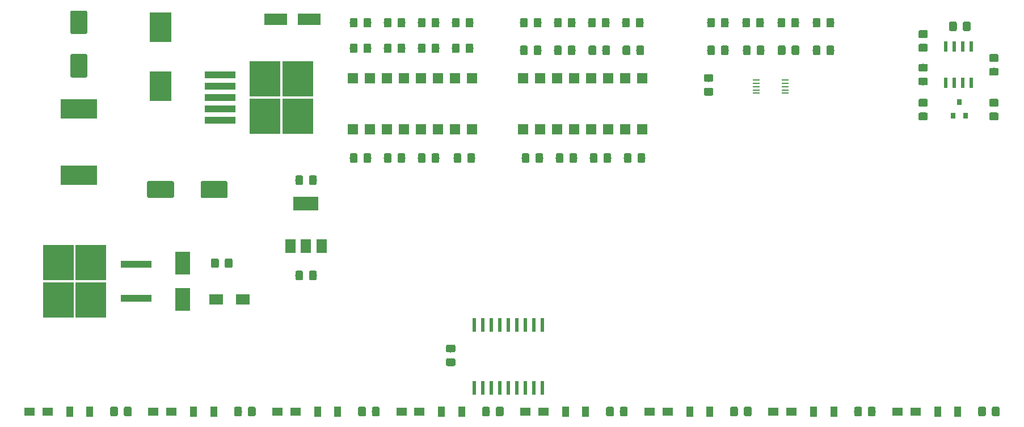
<source format=gbr>
G04 #@! TF.GenerationSoftware,KiCad,Pcbnew,5.1.2*
G04 #@! TF.CreationDate,2019-06-10T17:55:51+05:30*
G04 #@! TF.ProjectId,openPlc_Rpi,6f70656e-506c-4635-9f52-70692e6b6963,rev?*
G04 #@! TF.SameCoordinates,Original*
G04 #@! TF.FileFunction,Paste,Top*
G04 #@! TF.FilePolarity,Positive*
%FSLAX46Y46*%
G04 Gerber Fmt 4.6, Leading zero omitted, Abs format (unit mm)*
G04 Created by KiCad (PCBNEW 5.1.2) date 2019-06-10 17:55:51*
%MOMM*%
%LPD*%
G04 APERTURE LIST*
%ADD10C,0.100000*%
%ADD11C,1.150000*%
%ADD12C,2.500000*%
%ADD13R,2.300000X3.500000*%
%ADD14R,0.600000X1.550000*%
%ADD15R,0.800000X0.900000*%
%ADD16R,0.600000X2.000000*%
%ADD17R,1.000000X1.600000*%
%ADD18R,1.500000X1.300000*%
%ADD19R,4.550000X5.250000*%
%ADD20R,4.600000X1.100000*%
%ADD21R,5.400000X2.900000*%
%ADD22R,3.500000X1.800000*%
%ADD23R,2.000000X1.600000*%
%ADD24R,3.300000X4.500000*%
%ADD25R,1.600000X1.600000*%
%ADD26R,1.100000X0.250000*%
%ADD27R,3.800000X2.000000*%
%ADD28R,1.500000X2.000000*%
G04 APERTURE END LIST*
D10*
G36*
X172324505Y-69526204D02*
G01*
X172348773Y-69529804D01*
X172372572Y-69535765D01*
X172395671Y-69544030D01*
X172417850Y-69554520D01*
X172438893Y-69567132D01*
X172458599Y-69581747D01*
X172476777Y-69598223D01*
X172493253Y-69616401D01*
X172507868Y-69636107D01*
X172520480Y-69657150D01*
X172530970Y-69679329D01*
X172539235Y-69702428D01*
X172545196Y-69726227D01*
X172548796Y-69750495D01*
X172550000Y-69774999D01*
X172550000Y-70425001D01*
X172548796Y-70449505D01*
X172545196Y-70473773D01*
X172539235Y-70497572D01*
X172530970Y-70520671D01*
X172520480Y-70542850D01*
X172507868Y-70563893D01*
X172493253Y-70583599D01*
X172476777Y-70601777D01*
X172458599Y-70618253D01*
X172438893Y-70632868D01*
X172417850Y-70645480D01*
X172395671Y-70655970D01*
X172372572Y-70664235D01*
X172348773Y-70670196D01*
X172324505Y-70673796D01*
X172300001Y-70675000D01*
X171399999Y-70675000D01*
X171375495Y-70673796D01*
X171351227Y-70670196D01*
X171327428Y-70664235D01*
X171304329Y-70655970D01*
X171282150Y-70645480D01*
X171261107Y-70632868D01*
X171241401Y-70618253D01*
X171223223Y-70601777D01*
X171206747Y-70583599D01*
X171192132Y-70563893D01*
X171179520Y-70542850D01*
X171169030Y-70520671D01*
X171160765Y-70497572D01*
X171154804Y-70473773D01*
X171151204Y-70449505D01*
X171150000Y-70425001D01*
X171150000Y-69774999D01*
X171151204Y-69750495D01*
X171154804Y-69726227D01*
X171160765Y-69702428D01*
X171169030Y-69679329D01*
X171179520Y-69657150D01*
X171192132Y-69636107D01*
X171206747Y-69616401D01*
X171223223Y-69598223D01*
X171241401Y-69581747D01*
X171261107Y-69567132D01*
X171282150Y-69554520D01*
X171304329Y-69544030D01*
X171327428Y-69535765D01*
X171351227Y-69529804D01*
X171375495Y-69526204D01*
X171399999Y-69525000D01*
X172300001Y-69525000D01*
X172324505Y-69526204D01*
X172324505Y-69526204D01*
G37*
D11*
X171850000Y-70100000D03*
D10*
G36*
X172324505Y-67476204D02*
G01*
X172348773Y-67479804D01*
X172372572Y-67485765D01*
X172395671Y-67494030D01*
X172417850Y-67504520D01*
X172438893Y-67517132D01*
X172458599Y-67531747D01*
X172476777Y-67548223D01*
X172493253Y-67566401D01*
X172507868Y-67586107D01*
X172520480Y-67607150D01*
X172530970Y-67629329D01*
X172539235Y-67652428D01*
X172545196Y-67676227D01*
X172548796Y-67700495D01*
X172550000Y-67724999D01*
X172550000Y-68375001D01*
X172548796Y-68399505D01*
X172545196Y-68423773D01*
X172539235Y-68447572D01*
X172530970Y-68470671D01*
X172520480Y-68492850D01*
X172507868Y-68513893D01*
X172493253Y-68533599D01*
X172476777Y-68551777D01*
X172458599Y-68568253D01*
X172438893Y-68582868D01*
X172417850Y-68595480D01*
X172395671Y-68605970D01*
X172372572Y-68614235D01*
X172348773Y-68620196D01*
X172324505Y-68623796D01*
X172300001Y-68625000D01*
X171399999Y-68625000D01*
X171375495Y-68623796D01*
X171351227Y-68620196D01*
X171327428Y-68614235D01*
X171304329Y-68605970D01*
X171282150Y-68595480D01*
X171261107Y-68582868D01*
X171241401Y-68568253D01*
X171223223Y-68551777D01*
X171206747Y-68533599D01*
X171192132Y-68513893D01*
X171179520Y-68492850D01*
X171169030Y-68470671D01*
X171160765Y-68447572D01*
X171154804Y-68423773D01*
X171151204Y-68399505D01*
X171150000Y-68375001D01*
X171150000Y-67724999D01*
X171151204Y-67700495D01*
X171154804Y-67676227D01*
X171160765Y-67652428D01*
X171169030Y-67629329D01*
X171179520Y-67607150D01*
X171192132Y-67586107D01*
X171206747Y-67566401D01*
X171223223Y-67548223D01*
X171241401Y-67531747D01*
X171261107Y-67517132D01*
X171282150Y-67504520D01*
X171304329Y-67494030D01*
X171327428Y-67485765D01*
X171351227Y-67479804D01*
X171375495Y-67476204D01*
X171399999Y-67475000D01*
X172300001Y-67475000D01*
X172324505Y-67476204D01*
X172324505Y-67476204D01*
G37*
D11*
X171850000Y-68050000D03*
D10*
G36*
X68549505Y-96527204D02*
G01*
X68573773Y-96530804D01*
X68597572Y-96536765D01*
X68620671Y-96545030D01*
X68642850Y-96555520D01*
X68663893Y-96568132D01*
X68683599Y-96582747D01*
X68701777Y-96599223D01*
X68718253Y-96617401D01*
X68732868Y-96637107D01*
X68745480Y-96658150D01*
X68755970Y-96680329D01*
X68764235Y-96703428D01*
X68770196Y-96727227D01*
X68773796Y-96751495D01*
X68775000Y-96775999D01*
X68775000Y-97676001D01*
X68773796Y-97700505D01*
X68770196Y-97724773D01*
X68764235Y-97748572D01*
X68755970Y-97771671D01*
X68745480Y-97793850D01*
X68732868Y-97814893D01*
X68718253Y-97834599D01*
X68701777Y-97852777D01*
X68683599Y-97869253D01*
X68663893Y-97883868D01*
X68642850Y-97896480D01*
X68620671Y-97906970D01*
X68597572Y-97915235D01*
X68573773Y-97921196D01*
X68549505Y-97924796D01*
X68525001Y-97926000D01*
X67874999Y-97926000D01*
X67850495Y-97924796D01*
X67826227Y-97921196D01*
X67802428Y-97915235D01*
X67779329Y-97906970D01*
X67757150Y-97896480D01*
X67736107Y-97883868D01*
X67716401Y-97869253D01*
X67698223Y-97852777D01*
X67681747Y-97834599D01*
X67667132Y-97814893D01*
X67654520Y-97793850D01*
X67644030Y-97771671D01*
X67635765Y-97748572D01*
X67629804Y-97724773D01*
X67626204Y-97700505D01*
X67625000Y-97676001D01*
X67625000Y-96775999D01*
X67626204Y-96751495D01*
X67629804Y-96727227D01*
X67635765Y-96703428D01*
X67644030Y-96680329D01*
X67654520Y-96658150D01*
X67667132Y-96637107D01*
X67681747Y-96617401D01*
X67698223Y-96599223D01*
X67716401Y-96582747D01*
X67736107Y-96568132D01*
X67757150Y-96555520D01*
X67779329Y-96545030D01*
X67802428Y-96536765D01*
X67826227Y-96530804D01*
X67850495Y-96527204D01*
X67874999Y-96526000D01*
X68525001Y-96526000D01*
X68549505Y-96527204D01*
X68549505Y-96527204D01*
G37*
D11*
X68200000Y-97226000D03*
D10*
G36*
X66499505Y-96527204D02*
G01*
X66523773Y-96530804D01*
X66547572Y-96536765D01*
X66570671Y-96545030D01*
X66592850Y-96555520D01*
X66613893Y-96568132D01*
X66633599Y-96582747D01*
X66651777Y-96599223D01*
X66668253Y-96617401D01*
X66682868Y-96637107D01*
X66695480Y-96658150D01*
X66705970Y-96680329D01*
X66714235Y-96703428D01*
X66720196Y-96727227D01*
X66723796Y-96751495D01*
X66725000Y-96775999D01*
X66725000Y-97676001D01*
X66723796Y-97700505D01*
X66720196Y-97724773D01*
X66714235Y-97748572D01*
X66705970Y-97771671D01*
X66695480Y-97793850D01*
X66682868Y-97814893D01*
X66668253Y-97834599D01*
X66651777Y-97852777D01*
X66633599Y-97869253D01*
X66613893Y-97883868D01*
X66592850Y-97896480D01*
X66570671Y-97906970D01*
X66547572Y-97915235D01*
X66523773Y-97921196D01*
X66499505Y-97924796D01*
X66475001Y-97926000D01*
X65824999Y-97926000D01*
X65800495Y-97924796D01*
X65776227Y-97921196D01*
X65752428Y-97915235D01*
X65729329Y-97906970D01*
X65707150Y-97896480D01*
X65686107Y-97883868D01*
X65666401Y-97869253D01*
X65648223Y-97852777D01*
X65631747Y-97834599D01*
X65617132Y-97814893D01*
X65604520Y-97793850D01*
X65594030Y-97771671D01*
X65585765Y-97748572D01*
X65579804Y-97724773D01*
X65576204Y-97700505D01*
X65575000Y-97676001D01*
X65575000Y-96775999D01*
X65576204Y-96751495D01*
X65579804Y-96727227D01*
X65585765Y-96703428D01*
X65594030Y-96680329D01*
X65604520Y-96658150D01*
X65617132Y-96637107D01*
X65631747Y-96617401D01*
X65648223Y-96599223D01*
X65666401Y-96582747D01*
X65686107Y-96568132D01*
X65707150Y-96555520D01*
X65729329Y-96545030D01*
X65752428Y-96536765D01*
X65776227Y-96530804D01*
X65800495Y-96527204D01*
X65824999Y-96526000D01*
X66475001Y-96526000D01*
X66499505Y-96527204D01*
X66499505Y-96527204D01*
G37*
D11*
X66150000Y-97226000D03*
D10*
G36*
X79080505Y-84137204D02*
G01*
X79104773Y-84140804D01*
X79128572Y-84146765D01*
X79151671Y-84155030D01*
X79173850Y-84165520D01*
X79194893Y-84178132D01*
X79214599Y-84192747D01*
X79232777Y-84209223D01*
X79249253Y-84227401D01*
X79263868Y-84247107D01*
X79276480Y-84268150D01*
X79286970Y-84290329D01*
X79295235Y-84313428D01*
X79301196Y-84337227D01*
X79304796Y-84361495D01*
X79306000Y-84385999D01*
X79306000Y-85286001D01*
X79304796Y-85310505D01*
X79301196Y-85334773D01*
X79295235Y-85358572D01*
X79286970Y-85381671D01*
X79276480Y-85403850D01*
X79263868Y-85424893D01*
X79249253Y-85444599D01*
X79232777Y-85462777D01*
X79214599Y-85479253D01*
X79194893Y-85493868D01*
X79173850Y-85506480D01*
X79151671Y-85516970D01*
X79128572Y-85525235D01*
X79104773Y-85531196D01*
X79080505Y-85534796D01*
X79056001Y-85536000D01*
X78405999Y-85536000D01*
X78381495Y-85534796D01*
X78357227Y-85531196D01*
X78333428Y-85525235D01*
X78310329Y-85516970D01*
X78288150Y-85506480D01*
X78267107Y-85493868D01*
X78247401Y-85479253D01*
X78229223Y-85462777D01*
X78212747Y-85444599D01*
X78198132Y-85424893D01*
X78185520Y-85403850D01*
X78175030Y-85381671D01*
X78166765Y-85358572D01*
X78160804Y-85334773D01*
X78157204Y-85310505D01*
X78156000Y-85286001D01*
X78156000Y-84385999D01*
X78157204Y-84361495D01*
X78160804Y-84337227D01*
X78166765Y-84313428D01*
X78175030Y-84290329D01*
X78185520Y-84268150D01*
X78198132Y-84247107D01*
X78212747Y-84227401D01*
X78229223Y-84209223D01*
X78247401Y-84192747D01*
X78267107Y-84178132D01*
X78288150Y-84165520D01*
X78310329Y-84155030D01*
X78333428Y-84146765D01*
X78357227Y-84140804D01*
X78381495Y-84137204D01*
X78405999Y-84136000D01*
X79056001Y-84136000D01*
X79080505Y-84137204D01*
X79080505Y-84137204D01*
G37*
D11*
X78731000Y-84836000D03*
D10*
G36*
X81130505Y-84137204D02*
G01*
X81154773Y-84140804D01*
X81178572Y-84146765D01*
X81201671Y-84155030D01*
X81223850Y-84165520D01*
X81244893Y-84178132D01*
X81264599Y-84192747D01*
X81282777Y-84209223D01*
X81299253Y-84227401D01*
X81313868Y-84247107D01*
X81326480Y-84268150D01*
X81336970Y-84290329D01*
X81345235Y-84313428D01*
X81351196Y-84337227D01*
X81354796Y-84361495D01*
X81356000Y-84385999D01*
X81356000Y-85286001D01*
X81354796Y-85310505D01*
X81351196Y-85334773D01*
X81345235Y-85358572D01*
X81336970Y-85381671D01*
X81326480Y-85403850D01*
X81313868Y-85424893D01*
X81299253Y-85444599D01*
X81282777Y-85462777D01*
X81264599Y-85479253D01*
X81244893Y-85493868D01*
X81223850Y-85506480D01*
X81201671Y-85516970D01*
X81178572Y-85525235D01*
X81154773Y-85531196D01*
X81130505Y-85534796D01*
X81106001Y-85536000D01*
X80455999Y-85536000D01*
X80431495Y-85534796D01*
X80407227Y-85531196D01*
X80383428Y-85525235D01*
X80360329Y-85516970D01*
X80338150Y-85506480D01*
X80317107Y-85493868D01*
X80297401Y-85479253D01*
X80279223Y-85462777D01*
X80262747Y-85444599D01*
X80248132Y-85424893D01*
X80235520Y-85403850D01*
X80225030Y-85381671D01*
X80216765Y-85358572D01*
X80210804Y-85334773D01*
X80207204Y-85310505D01*
X80206000Y-85286001D01*
X80206000Y-84385999D01*
X80207204Y-84361495D01*
X80210804Y-84337227D01*
X80216765Y-84313428D01*
X80225030Y-84290329D01*
X80235520Y-84268150D01*
X80248132Y-84247107D01*
X80262747Y-84227401D01*
X80279223Y-84209223D01*
X80297401Y-84192747D01*
X80317107Y-84178132D01*
X80338150Y-84165520D01*
X80360329Y-84155030D01*
X80383428Y-84146765D01*
X80407227Y-84140804D01*
X80431495Y-84137204D01*
X80455999Y-84136000D01*
X81106001Y-84136000D01*
X81130505Y-84137204D01*
X81130505Y-84137204D01*
G37*
D11*
X80781000Y-84836000D03*
D10*
G36*
X79080505Y-98361204D02*
G01*
X79104773Y-98364804D01*
X79128572Y-98370765D01*
X79151671Y-98379030D01*
X79173850Y-98389520D01*
X79194893Y-98402132D01*
X79214599Y-98416747D01*
X79232777Y-98433223D01*
X79249253Y-98451401D01*
X79263868Y-98471107D01*
X79276480Y-98492150D01*
X79286970Y-98514329D01*
X79295235Y-98537428D01*
X79301196Y-98561227D01*
X79304796Y-98585495D01*
X79306000Y-98609999D01*
X79306000Y-99510001D01*
X79304796Y-99534505D01*
X79301196Y-99558773D01*
X79295235Y-99582572D01*
X79286970Y-99605671D01*
X79276480Y-99627850D01*
X79263868Y-99648893D01*
X79249253Y-99668599D01*
X79232777Y-99686777D01*
X79214599Y-99703253D01*
X79194893Y-99717868D01*
X79173850Y-99730480D01*
X79151671Y-99740970D01*
X79128572Y-99749235D01*
X79104773Y-99755196D01*
X79080505Y-99758796D01*
X79056001Y-99760000D01*
X78405999Y-99760000D01*
X78381495Y-99758796D01*
X78357227Y-99755196D01*
X78333428Y-99749235D01*
X78310329Y-99740970D01*
X78288150Y-99730480D01*
X78267107Y-99717868D01*
X78247401Y-99703253D01*
X78229223Y-99686777D01*
X78212747Y-99668599D01*
X78198132Y-99648893D01*
X78185520Y-99627850D01*
X78175030Y-99605671D01*
X78166765Y-99582572D01*
X78160804Y-99558773D01*
X78157204Y-99534505D01*
X78156000Y-99510001D01*
X78156000Y-98609999D01*
X78157204Y-98585495D01*
X78160804Y-98561227D01*
X78166765Y-98537428D01*
X78175030Y-98514329D01*
X78185520Y-98492150D01*
X78198132Y-98471107D01*
X78212747Y-98451401D01*
X78229223Y-98433223D01*
X78247401Y-98416747D01*
X78267107Y-98402132D01*
X78288150Y-98389520D01*
X78310329Y-98379030D01*
X78333428Y-98370765D01*
X78357227Y-98364804D01*
X78381495Y-98361204D01*
X78405999Y-98360000D01*
X79056001Y-98360000D01*
X79080505Y-98361204D01*
X79080505Y-98361204D01*
G37*
D11*
X78731000Y-99060000D03*
D10*
G36*
X81130505Y-98361204D02*
G01*
X81154773Y-98364804D01*
X81178572Y-98370765D01*
X81201671Y-98379030D01*
X81223850Y-98389520D01*
X81244893Y-98402132D01*
X81264599Y-98416747D01*
X81282777Y-98433223D01*
X81299253Y-98451401D01*
X81313868Y-98471107D01*
X81326480Y-98492150D01*
X81336970Y-98514329D01*
X81345235Y-98537428D01*
X81351196Y-98561227D01*
X81354796Y-98585495D01*
X81356000Y-98609999D01*
X81356000Y-99510001D01*
X81354796Y-99534505D01*
X81351196Y-99558773D01*
X81345235Y-99582572D01*
X81336970Y-99605671D01*
X81326480Y-99627850D01*
X81313868Y-99648893D01*
X81299253Y-99668599D01*
X81282777Y-99686777D01*
X81264599Y-99703253D01*
X81244893Y-99717868D01*
X81223850Y-99730480D01*
X81201671Y-99740970D01*
X81178572Y-99749235D01*
X81154773Y-99755196D01*
X81130505Y-99758796D01*
X81106001Y-99760000D01*
X80455999Y-99760000D01*
X80431495Y-99758796D01*
X80407227Y-99755196D01*
X80383428Y-99749235D01*
X80360329Y-99740970D01*
X80338150Y-99730480D01*
X80317107Y-99717868D01*
X80297401Y-99703253D01*
X80279223Y-99686777D01*
X80262747Y-99668599D01*
X80248132Y-99648893D01*
X80235520Y-99627850D01*
X80225030Y-99605671D01*
X80216765Y-99582572D01*
X80210804Y-99558773D01*
X80207204Y-99534505D01*
X80206000Y-99510001D01*
X80206000Y-98609999D01*
X80207204Y-98585495D01*
X80210804Y-98561227D01*
X80216765Y-98537428D01*
X80225030Y-98514329D01*
X80235520Y-98492150D01*
X80248132Y-98471107D01*
X80262747Y-98451401D01*
X80279223Y-98433223D01*
X80297401Y-98416747D01*
X80317107Y-98402132D01*
X80338150Y-98389520D01*
X80360329Y-98379030D01*
X80383428Y-98370765D01*
X80407227Y-98364804D01*
X80431495Y-98361204D01*
X80455999Y-98360000D01*
X81106001Y-98360000D01*
X81130505Y-98361204D01*
X81130505Y-98361204D01*
G37*
D11*
X80781000Y-99060000D03*
D10*
G36*
X140301505Y-71063204D02*
G01*
X140325773Y-71066804D01*
X140349572Y-71072765D01*
X140372671Y-71081030D01*
X140394850Y-71091520D01*
X140415893Y-71104132D01*
X140435599Y-71118747D01*
X140453777Y-71135223D01*
X140470253Y-71153401D01*
X140484868Y-71173107D01*
X140497480Y-71194150D01*
X140507970Y-71216329D01*
X140516235Y-71239428D01*
X140522196Y-71263227D01*
X140525796Y-71287495D01*
X140527000Y-71311999D01*
X140527000Y-71962001D01*
X140525796Y-71986505D01*
X140522196Y-72010773D01*
X140516235Y-72034572D01*
X140507970Y-72057671D01*
X140497480Y-72079850D01*
X140484868Y-72100893D01*
X140470253Y-72120599D01*
X140453777Y-72138777D01*
X140435599Y-72155253D01*
X140415893Y-72169868D01*
X140394850Y-72182480D01*
X140372671Y-72192970D01*
X140349572Y-72201235D01*
X140325773Y-72207196D01*
X140301505Y-72210796D01*
X140277001Y-72212000D01*
X139376999Y-72212000D01*
X139352495Y-72210796D01*
X139328227Y-72207196D01*
X139304428Y-72201235D01*
X139281329Y-72192970D01*
X139259150Y-72182480D01*
X139238107Y-72169868D01*
X139218401Y-72155253D01*
X139200223Y-72138777D01*
X139183747Y-72120599D01*
X139169132Y-72100893D01*
X139156520Y-72079850D01*
X139146030Y-72057671D01*
X139137765Y-72034572D01*
X139131804Y-72010773D01*
X139128204Y-71986505D01*
X139127000Y-71962001D01*
X139127000Y-71311999D01*
X139128204Y-71287495D01*
X139131804Y-71263227D01*
X139137765Y-71239428D01*
X139146030Y-71216329D01*
X139156520Y-71194150D01*
X139169132Y-71173107D01*
X139183747Y-71153401D01*
X139200223Y-71135223D01*
X139218401Y-71118747D01*
X139238107Y-71104132D01*
X139259150Y-71091520D01*
X139281329Y-71081030D01*
X139304428Y-71072765D01*
X139328227Y-71066804D01*
X139352495Y-71063204D01*
X139376999Y-71062000D01*
X140277001Y-71062000D01*
X140301505Y-71063204D01*
X140301505Y-71063204D01*
G37*
D11*
X139827000Y-71637000D03*
D10*
G36*
X140301505Y-69013204D02*
G01*
X140325773Y-69016804D01*
X140349572Y-69022765D01*
X140372671Y-69031030D01*
X140394850Y-69041520D01*
X140415893Y-69054132D01*
X140435599Y-69068747D01*
X140453777Y-69085223D01*
X140470253Y-69103401D01*
X140484868Y-69123107D01*
X140497480Y-69144150D01*
X140507970Y-69166329D01*
X140516235Y-69189428D01*
X140522196Y-69213227D01*
X140525796Y-69237495D01*
X140527000Y-69261999D01*
X140527000Y-69912001D01*
X140525796Y-69936505D01*
X140522196Y-69960773D01*
X140516235Y-69984572D01*
X140507970Y-70007671D01*
X140497480Y-70029850D01*
X140484868Y-70050893D01*
X140470253Y-70070599D01*
X140453777Y-70088777D01*
X140435599Y-70105253D01*
X140415893Y-70119868D01*
X140394850Y-70132480D01*
X140372671Y-70142970D01*
X140349572Y-70151235D01*
X140325773Y-70157196D01*
X140301505Y-70160796D01*
X140277001Y-70162000D01*
X139376999Y-70162000D01*
X139352495Y-70160796D01*
X139328227Y-70157196D01*
X139304428Y-70151235D01*
X139281329Y-70142970D01*
X139259150Y-70132480D01*
X139238107Y-70119868D01*
X139218401Y-70105253D01*
X139200223Y-70088777D01*
X139183747Y-70070599D01*
X139169132Y-70050893D01*
X139156520Y-70029850D01*
X139146030Y-70007671D01*
X139137765Y-69984572D01*
X139131804Y-69960773D01*
X139128204Y-69936505D01*
X139127000Y-69912001D01*
X139127000Y-69261999D01*
X139128204Y-69237495D01*
X139131804Y-69213227D01*
X139137765Y-69189428D01*
X139146030Y-69166329D01*
X139156520Y-69144150D01*
X139169132Y-69123107D01*
X139183747Y-69103401D01*
X139200223Y-69085223D01*
X139218401Y-69068747D01*
X139238107Y-69054132D01*
X139259150Y-69041520D01*
X139281329Y-69031030D01*
X139304428Y-69022765D01*
X139328227Y-69016804D01*
X139352495Y-69013204D01*
X139376999Y-69012000D01*
X140277001Y-69012000D01*
X140301505Y-69013204D01*
X140301505Y-69013204D01*
G37*
D11*
X139827000Y-69587000D03*
D10*
G36*
X67813504Y-84984204D02*
G01*
X67837773Y-84987804D01*
X67861571Y-84993765D01*
X67884671Y-85002030D01*
X67906849Y-85012520D01*
X67927893Y-85025133D01*
X67947598Y-85039747D01*
X67965777Y-85056223D01*
X67982253Y-85074402D01*
X67996867Y-85094107D01*
X68009480Y-85115151D01*
X68019970Y-85137329D01*
X68028235Y-85160429D01*
X68034196Y-85184227D01*
X68037796Y-85208496D01*
X68039000Y-85233000D01*
X68039000Y-87233000D01*
X68037796Y-87257504D01*
X68034196Y-87281773D01*
X68028235Y-87305571D01*
X68019970Y-87328671D01*
X68009480Y-87350849D01*
X67996867Y-87371893D01*
X67982253Y-87391598D01*
X67965777Y-87409777D01*
X67947598Y-87426253D01*
X67927893Y-87440867D01*
X67906849Y-87453480D01*
X67884671Y-87463970D01*
X67861571Y-87472235D01*
X67837773Y-87478196D01*
X67813504Y-87481796D01*
X67789000Y-87483000D01*
X64289000Y-87483000D01*
X64264496Y-87481796D01*
X64240227Y-87478196D01*
X64216429Y-87472235D01*
X64193329Y-87463970D01*
X64171151Y-87453480D01*
X64150107Y-87440867D01*
X64130402Y-87426253D01*
X64112223Y-87409777D01*
X64095747Y-87391598D01*
X64081133Y-87371893D01*
X64068520Y-87350849D01*
X64058030Y-87328671D01*
X64049765Y-87305571D01*
X64043804Y-87281773D01*
X64040204Y-87257504D01*
X64039000Y-87233000D01*
X64039000Y-85233000D01*
X64040204Y-85208496D01*
X64043804Y-85184227D01*
X64049765Y-85160429D01*
X64058030Y-85137329D01*
X64068520Y-85115151D01*
X64081133Y-85094107D01*
X64095747Y-85074402D01*
X64112223Y-85056223D01*
X64130402Y-85039747D01*
X64150107Y-85025133D01*
X64171151Y-85012520D01*
X64193329Y-85002030D01*
X64216429Y-84993765D01*
X64240227Y-84987804D01*
X64264496Y-84984204D01*
X64289000Y-84983000D01*
X67789000Y-84983000D01*
X67813504Y-84984204D01*
X67813504Y-84984204D01*
G37*
D12*
X66039000Y-86233000D03*
D10*
G36*
X59813504Y-84984204D02*
G01*
X59837773Y-84987804D01*
X59861571Y-84993765D01*
X59884671Y-85002030D01*
X59906849Y-85012520D01*
X59927893Y-85025133D01*
X59947598Y-85039747D01*
X59965777Y-85056223D01*
X59982253Y-85074402D01*
X59996867Y-85094107D01*
X60009480Y-85115151D01*
X60019970Y-85137329D01*
X60028235Y-85160429D01*
X60034196Y-85184227D01*
X60037796Y-85208496D01*
X60039000Y-85233000D01*
X60039000Y-87233000D01*
X60037796Y-87257504D01*
X60034196Y-87281773D01*
X60028235Y-87305571D01*
X60019970Y-87328671D01*
X60009480Y-87350849D01*
X59996867Y-87371893D01*
X59982253Y-87391598D01*
X59965777Y-87409777D01*
X59947598Y-87426253D01*
X59927893Y-87440867D01*
X59906849Y-87453480D01*
X59884671Y-87463970D01*
X59861571Y-87472235D01*
X59837773Y-87478196D01*
X59813504Y-87481796D01*
X59789000Y-87483000D01*
X56289000Y-87483000D01*
X56264496Y-87481796D01*
X56240227Y-87478196D01*
X56216429Y-87472235D01*
X56193329Y-87463970D01*
X56171151Y-87453480D01*
X56150107Y-87440867D01*
X56130402Y-87426253D01*
X56112223Y-87409777D01*
X56095747Y-87391598D01*
X56081133Y-87371893D01*
X56068520Y-87350849D01*
X56058030Y-87328671D01*
X56049765Y-87305571D01*
X56043804Y-87281773D01*
X56040204Y-87257504D01*
X56039000Y-87233000D01*
X56039000Y-85233000D01*
X56040204Y-85208496D01*
X56043804Y-85184227D01*
X56049765Y-85160429D01*
X56058030Y-85137329D01*
X56068520Y-85115151D01*
X56081133Y-85094107D01*
X56095747Y-85074402D01*
X56112223Y-85056223D01*
X56130402Y-85039747D01*
X56150107Y-85025133D01*
X56171151Y-85012520D01*
X56193329Y-85002030D01*
X56216429Y-84993765D01*
X56240227Y-84987804D01*
X56264496Y-84984204D01*
X56289000Y-84983000D01*
X59789000Y-84983000D01*
X59813504Y-84984204D01*
X59813504Y-84984204D01*
G37*
D12*
X58039000Y-86233000D03*
D10*
G36*
X46871504Y-59517204D02*
G01*
X46895773Y-59520804D01*
X46919571Y-59526765D01*
X46942671Y-59535030D01*
X46964849Y-59545520D01*
X46985893Y-59558133D01*
X47005598Y-59572747D01*
X47023777Y-59589223D01*
X47040253Y-59607402D01*
X47054867Y-59627107D01*
X47067480Y-59648151D01*
X47077970Y-59670329D01*
X47086235Y-59693429D01*
X47092196Y-59717227D01*
X47095796Y-59741496D01*
X47097000Y-59766000D01*
X47097000Y-62766000D01*
X47095796Y-62790504D01*
X47092196Y-62814773D01*
X47086235Y-62838571D01*
X47077970Y-62861671D01*
X47067480Y-62883849D01*
X47054867Y-62904893D01*
X47040253Y-62924598D01*
X47023777Y-62942777D01*
X47005598Y-62959253D01*
X46985893Y-62973867D01*
X46964849Y-62986480D01*
X46942671Y-62996970D01*
X46919571Y-63005235D01*
X46895773Y-63011196D01*
X46871504Y-63014796D01*
X46847000Y-63016000D01*
X44847000Y-63016000D01*
X44822496Y-63014796D01*
X44798227Y-63011196D01*
X44774429Y-63005235D01*
X44751329Y-62996970D01*
X44729151Y-62986480D01*
X44708107Y-62973867D01*
X44688402Y-62959253D01*
X44670223Y-62942777D01*
X44653747Y-62924598D01*
X44639133Y-62904893D01*
X44626520Y-62883849D01*
X44616030Y-62861671D01*
X44607765Y-62838571D01*
X44601804Y-62814773D01*
X44598204Y-62790504D01*
X44597000Y-62766000D01*
X44597000Y-59766000D01*
X44598204Y-59741496D01*
X44601804Y-59717227D01*
X44607765Y-59693429D01*
X44616030Y-59670329D01*
X44626520Y-59648151D01*
X44639133Y-59627107D01*
X44653747Y-59607402D01*
X44670223Y-59589223D01*
X44688402Y-59572747D01*
X44708107Y-59558133D01*
X44729151Y-59545520D01*
X44751329Y-59535030D01*
X44774429Y-59526765D01*
X44798227Y-59520804D01*
X44822496Y-59517204D01*
X44847000Y-59516000D01*
X46847000Y-59516000D01*
X46871504Y-59517204D01*
X46871504Y-59517204D01*
G37*
D12*
X45847000Y-61266000D03*
D10*
G36*
X46871504Y-66017204D02*
G01*
X46895773Y-66020804D01*
X46919571Y-66026765D01*
X46942671Y-66035030D01*
X46964849Y-66045520D01*
X46985893Y-66058133D01*
X47005598Y-66072747D01*
X47023777Y-66089223D01*
X47040253Y-66107402D01*
X47054867Y-66127107D01*
X47067480Y-66148151D01*
X47077970Y-66170329D01*
X47086235Y-66193429D01*
X47092196Y-66217227D01*
X47095796Y-66241496D01*
X47097000Y-66266000D01*
X47097000Y-69266000D01*
X47095796Y-69290504D01*
X47092196Y-69314773D01*
X47086235Y-69338571D01*
X47077970Y-69361671D01*
X47067480Y-69383849D01*
X47054867Y-69404893D01*
X47040253Y-69424598D01*
X47023777Y-69442777D01*
X47005598Y-69459253D01*
X46985893Y-69473867D01*
X46964849Y-69486480D01*
X46942671Y-69496970D01*
X46919571Y-69505235D01*
X46895773Y-69511196D01*
X46871504Y-69514796D01*
X46847000Y-69516000D01*
X44847000Y-69516000D01*
X44822496Y-69514796D01*
X44798227Y-69511196D01*
X44774429Y-69505235D01*
X44751329Y-69496970D01*
X44729151Y-69486480D01*
X44708107Y-69473867D01*
X44688402Y-69459253D01*
X44670223Y-69442777D01*
X44653747Y-69424598D01*
X44639133Y-69404893D01*
X44626520Y-69383849D01*
X44616030Y-69361671D01*
X44607765Y-69338571D01*
X44601804Y-69314773D01*
X44598204Y-69290504D01*
X44597000Y-69266000D01*
X44597000Y-66266000D01*
X44598204Y-66241496D01*
X44601804Y-66217227D01*
X44607765Y-66193429D01*
X44616030Y-66170329D01*
X44626520Y-66148151D01*
X44639133Y-66127107D01*
X44653747Y-66107402D01*
X44670223Y-66089223D01*
X44688402Y-66072747D01*
X44708107Y-66058133D01*
X44729151Y-66045520D01*
X44751329Y-66035030D01*
X44774429Y-66026765D01*
X44798227Y-66020804D01*
X44822496Y-66017204D01*
X44847000Y-66016000D01*
X46847000Y-66016000D01*
X46871504Y-66017204D01*
X46871504Y-66017204D01*
G37*
D12*
X45847000Y-67766000D03*
D10*
G36*
X101820505Y-109399204D02*
G01*
X101844773Y-109402804D01*
X101868572Y-109408765D01*
X101891671Y-109417030D01*
X101913850Y-109427520D01*
X101934893Y-109440132D01*
X101954599Y-109454747D01*
X101972777Y-109471223D01*
X101989253Y-109489401D01*
X102003868Y-109509107D01*
X102016480Y-109530150D01*
X102026970Y-109552329D01*
X102035235Y-109575428D01*
X102041196Y-109599227D01*
X102044796Y-109623495D01*
X102046000Y-109647999D01*
X102046000Y-110298001D01*
X102044796Y-110322505D01*
X102041196Y-110346773D01*
X102035235Y-110370572D01*
X102026970Y-110393671D01*
X102016480Y-110415850D01*
X102003868Y-110436893D01*
X101989253Y-110456599D01*
X101972777Y-110474777D01*
X101954599Y-110491253D01*
X101934893Y-110505868D01*
X101913850Y-110518480D01*
X101891671Y-110528970D01*
X101868572Y-110537235D01*
X101844773Y-110543196D01*
X101820505Y-110546796D01*
X101796001Y-110548000D01*
X100895999Y-110548000D01*
X100871495Y-110546796D01*
X100847227Y-110543196D01*
X100823428Y-110537235D01*
X100800329Y-110528970D01*
X100778150Y-110518480D01*
X100757107Y-110505868D01*
X100737401Y-110491253D01*
X100719223Y-110474777D01*
X100702747Y-110456599D01*
X100688132Y-110436893D01*
X100675520Y-110415850D01*
X100665030Y-110393671D01*
X100656765Y-110370572D01*
X100650804Y-110346773D01*
X100647204Y-110322505D01*
X100646000Y-110298001D01*
X100646000Y-109647999D01*
X100647204Y-109623495D01*
X100650804Y-109599227D01*
X100656765Y-109575428D01*
X100665030Y-109552329D01*
X100675520Y-109530150D01*
X100688132Y-109509107D01*
X100702747Y-109489401D01*
X100719223Y-109471223D01*
X100737401Y-109454747D01*
X100757107Y-109440132D01*
X100778150Y-109427520D01*
X100800329Y-109417030D01*
X100823428Y-109408765D01*
X100847227Y-109402804D01*
X100871495Y-109399204D01*
X100895999Y-109398000D01*
X101796001Y-109398000D01*
X101820505Y-109399204D01*
X101820505Y-109399204D01*
G37*
D11*
X101346000Y-109973000D03*
D10*
G36*
X101820505Y-111449204D02*
G01*
X101844773Y-111452804D01*
X101868572Y-111458765D01*
X101891671Y-111467030D01*
X101913850Y-111477520D01*
X101934893Y-111490132D01*
X101954599Y-111504747D01*
X101972777Y-111521223D01*
X101989253Y-111539401D01*
X102003868Y-111559107D01*
X102016480Y-111580150D01*
X102026970Y-111602329D01*
X102035235Y-111625428D01*
X102041196Y-111649227D01*
X102044796Y-111673495D01*
X102046000Y-111697999D01*
X102046000Y-112348001D01*
X102044796Y-112372505D01*
X102041196Y-112396773D01*
X102035235Y-112420572D01*
X102026970Y-112443671D01*
X102016480Y-112465850D01*
X102003868Y-112486893D01*
X101989253Y-112506599D01*
X101972777Y-112524777D01*
X101954599Y-112541253D01*
X101934893Y-112555868D01*
X101913850Y-112568480D01*
X101891671Y-112578970D01*
X101868572Y-112587235D01*
X101844773Y-112593196D01*
X101820505Y-112596796D01*
X101796001Y-112598000D01*
X100895999Y-112598000D01*
X100871495Y-112596796D01*
X100847227Y-112593196D01*
X100823428Y-112587235D01*
X100800329Y-112578970D01*
X100778150Y-112568480D01*
X100757107Y-112555868D01*
X100737401Y-112541253D01*
X100719223Y-112524777D01*
X100702747Y-112506599D01*
X100688132Y-112486893D01*
X100675520Y-112465850D01*
X100665030Y-112443671D01*
X100656765Y-112420572D01*
X100650804Y-112396773D01*
X100647204Y-112372505D01*
X100646000Y-112348001D01*
X100646000Y-111697999D01*
X100647204Y-111673495D01*
X100650804Y-111649227D01*
X100656765Y-111625428D01*
X100665030Y-111602329D01*
X100675520Y-111580150D01*
X100688132Y-111559107D01*
X100702747Y-111539401D01*
X100719223Y-111521223D01*
X100737401Y-111504747D01*
X100757107Y-111490132D01*
X100778150Y-111477520D01*
X100800329Y-111467030D01*
X100823428Y-111458765D01*
X100847227Y-111452804D01*
X100871495Y-111449204D01*
X100895999Y-111448000D01*
X101796001Y-111448000D01*
X101820505Y-111449204D01*
X101820505Y-111449204D01*
G37*
D11*
X101346000Y-112023000D03*
D10*
G36*
X182874505Y-66026204D02*
G01*
X182898773Y-66029804D01*
X182922572Y-66035765D01*
X182945671Y-66044030D01*
X182967850Y-66054520D01*
X182988893Y-66067132D01*
X183008599Y-66081747D01*
X183026777Y-66098223D01*
X183043253Y-66116401D01*
X183057868Y-66136107D01*
X183070480Y-66157150D01*
X183080970Y-66179329D01*
X183089235Y-66202428D01*
X183095196Y-66226227D01*
X183098796Y-66250495D01*
X183100000Y-66274999D01*
X183100000Y-66925001D01*
X183098796Y-66949505D01*
X183095196Y-66973773D01*
X183089235Y-66997572D01*
X183080970Y-67020671D01*
X183070480Y-67042850D01*
X183057868Y-67063893D01*
X183043253Y-67083599D01*
X183026777Y-67101777D01*
X183008599Y-67118253D01*
X182988893Y-67132868D01*
X182967850Y-67145480D01*
X182945671Y-67155970D01*
X182922572Y-67164235D01*
X182898773Y-67170196D01*
X182874505Y-67173796D01*
X182850001Y-67175000D01*
X181949999Y-67175000D01*
X181925495Y-67173796D01*
X181901227Y-67170196D01*
X181877428Y-67164235D01*
X181854329Y-67155970D01*
X181832150Y-67145480D01*
X181811107Y-67132868D01*
X181791401Y-67118253D01*
X181773223Y-67101777D01*
X181756747Y-67083599D01*
X181742132Y-67063893D01*
X181729520Y-67042850D01*
X181719030Y-67020671D01*
X181710765Y-66997572D01*
X181704804Y-66973773D01*
X181701204Y-66949505D01*
X181700000Y-66925001D01*
X181700000Y-66274999D01*
X181701204Y-66250495D01*
X181704804Y-66226227D01*
X181710765Y-66202428D01*
X181719030Y-66179329D01*
X181729520Y-66157150D01*
X181742132Y-66136107D01*
X181756747Y-66116401D01*
X181773223Y-66098223D01*
X181791401Y-66081747D01*
X181811107Y-66067132D01*
X181832150Y-66054520D01*
X181854329Y-66044030D01*
X181877428Y-66035765D01*
X181901227Y-66029804D01*
X181925495Y-66026204D01*
X181949999Y-66025000D01*
X182850001Y-66025000D01*
X182874505Y-66026204D01*
X182874505Y-66026204D01*
G37*
D11*
X182400000Y-66600000D03*
D10*
G36*
X182874505Y-68076204D02*
G01*
X182898773Y-68079804D01*
X182922572Y-68085765D01*
X182945671Y-68094030D01*
X182967850Y-68104520D01*
X182988893Y-68117132D01*
X183008599Y-68131747D01*
X183026777Y-68148223D01*
X183043253Y-68166401D01*
X183057868Y-68186107D01*
X183070480Y-68207150D01*
X183080970Y-68229329D01*
X183089235Y-68252428D01*
X183095196Y-68276227D01*
X183098796Y-68300495D01*
X183100000Y-68324999D01*
X183100000Y-68975001D01*
X183098796Y-68999505D01*
X183095196Y-69023773D01*
X183089235Y-69047572D01*
X183080970Y-69070671D01*
X183070480Y-69092850D01*
X183057868Y-69113893D01*
X183043253Y-69133599D01*
X183026777Y-69151777D01*
X183008599Y-69168253D01*
X182988893Y-69182868D01*
X182967850Y-69195480D01*
X182945671Y-69205970D01*
X182922572Y-69214235D01*
X182898773Y-69220196D01*
X182874505Y-69223796D01*
X182850001Y-69225000D01*
X181949999Y-69225000D01*
X181925495Y-69223796D01*
X181901227Y-69220196D01*
X181877428Y-69214235D01*
X181854329Y-69205970D01*
X181832150Y-69195480D01*
X181811107Y-69182868D01*
X181791401Y-69168253D01*
X181773223Y-69151777D01*
X181756747Y-69133599D01*
X181742132Y-69113893D01*
X181729520Y-69092850D01*
X181719030Y-69070671D01*
X181710765Y-69047572D01*
X181704804Y-69023773D01*
X181701204Y-68999505D01*
X181700000Y-68975001D01*
X181700000Y-68324999D01*
X181701204Y-68300495D01*
X181704804Y-68276227D01*
X181710765Y-68252428D01*
X181719030Y-68229329D01*
X181729520Y-68207150D01*
X181742132Y-68186107D01*
X181756747Y-68166401D01*
X181773223Y-68148223D01*
X181791401Y-68131747D01*
X181811107Y-68117132D01*
X181832150Y-68104520D01*
X181854329Y-68094030D01*
X181877428Y-68085765D01*
X181901227Y-68079804D01*
X181925495Y-68076204D01*
X181949999Y-68075000D01*
X182850001Y-68075000D01*
X182874505Y-68076204D01*
X182874505Y-68076204D01*
G37*
D11*
X182400000Y-68650000D03*
D10*
G36*
X176649505Y-61176204D02*
G01*
X176673773Y-61179804D01*
X176697572Y-61185765D01*
X176720671Y-61194030D01*
X176742850Y-61204520D01*
X176763893Y-61217132D01*
X176783599Y-61231747D01*
X176801777Y-61248223D01*
X176818253Y-61266401D01*
X176832868Y-61286107D01*
X176845480Y-61307150D01*
X176855970Y-61329329D01*
X176864235Y-61352428D01*
X176870196Y-61376227D01*
X176873796Y-61400495D01*
X176875000Y-61424999D01*
X176875000Y-62325001D01*
X176873796Y-62349505D01*
X176870196Y-62373773D01*
X176864235Y-62397572D01*
X176855970Y-62420671D01*
X176845480Y-62442850D01*
X176832868Y-62463893D01*
X176818253Y-62483599D01*
X176801777Y-62501777D01*
X176783599Y-62518253D01*
X176763893Y-62532868D01*
X176742850Y-62545480D01*
X176720671Y-62555970D01*
X176697572Y-62564235D01*
X176673773Y-62570196D01*
X176649505Y-62573796D01*
X176625001Y-62575000D01*
X175974999Y-62575000D01*
X175950495Y-62573796D01*
X175926227Y-62570196D01*
X175902428Y-62564235D01*
X175879329Y-62555970D01*
X175857150Y-62545480D01*
X175836107Y-62532868D01*
X175816401Y-62518253D01*
X175798223Y-62501777D01*
X175781747Y-62483599D01*
X175767132Y-62463893D01*
X175754520Y-62442850D01*
X175744030Y-62420671D01*
X175735765Y-62397572D01*
X175729804Y-62373773D01*
X175726204Y-62349505D01*
X175725000Y-62325001D01*
X175725000Y-61424999D01*
X175726204Y-61400495D01*
X175729804Y-61376227D01*
X175735765Y-61352428D01*
X175744030Y-61329329D01*
X175754520Y-61307150D01*
X175767132Y-61286107D01*
X175781747Y-61266401D01*
X175798223Y-61248223D01*
X175816401Y-61231747D01*
X175836107Y-61217132D01*
X175857150Y-61204520D01*
X175879329Y-61194030D01*
X175902428Y-61185765D01*
X175926227Y-61179804D01*
X175950495Y-61176204D01*
X175974999Y-61175000D01*
X176625001Y-61175000D01*
X176649505Y-61176204D01*
X176649505Y-61176204D01*
G37*
D11*
X176300000Y-61875000D03*
D10*
G36*
X178699505Y-61176204D02*
G01*
X178723773Y-61179804D01*
X178747572Y-61185765D01*
X178770671Y-61194030D01*
X178792850Y-61204520D01*
X178813893Y-61217132D01*
X178833599Y-61231747D01*
X178851777Y-61248223D01*
X178868253Y-61266401D01*
X178882868Y-61286107D01*
X178895480Y-61307150D01*
X178905970Y-61329329D01*
X178914235Y-61352428D01*
X178920196Y-61376227D01*
X178923796Y-61400495D01*
X178925000Y-61424999D01*
X178925000Y-62325001D01*
X178923796Y-62349505D01*
X178920196Y-62373773D01*
X178914235Y-62397572D01*
X178905970Y-62420671D01*
X178895480Y-62442850D01*
X178882868Y-62463893D01*
X178868253Y-62483599D01*
X178851777Y-62501777D01*
X178833599Y-62518253D01*
X178813893Y-62532868D01*
X178792850Y-62545480D01*
X178770671Y-62555970D01*
X178747572Y-62564235D01*
X178723773Y-62570196D01*
X178699505Y-62573796D01*
X178675001Y-62575000D01*
X178024999Y-62575000D01*
X178000495Y-62573796D01*
X177976227Y-62570196D01*
X177952428Y-62564235D01*
X177929329Y-62555970D01*
X177907150Y-62545480D01*
X177886107Y-62532868D01*
X177866401Y-62518253D01*
X177848223Y-62501777D01*
X177831747Y-62483599D01*
X177817132Y-62463893D01*
X177804520Y-62442850D01*
X177794030Y-62420671D01*
X177785765Y-62397572D01*
X177779804Y-62373773D01*
X177776204Y-62349505D01*
X177775000Y-62325001D01*
X177775000Y-61424999D01*
X177776204Y-61400495D01*
X177779804Y-61376227D01*
X177785765Y-61352428D01*
X177794030Y-61329329D01*
X177804520Y-61307150D01*
X177817132Y-61286107D01*
X177831747Y-61266401D01*
X177848223Y-61248223D01*
X177866401Y-61231747D01*
X177886107Y-61217132D01*
X177907150Y-61204520D01*
X177929329Y-61194030D01*
X177952428Y-61185765D01*
X177976227Y-61179804D01*
X178000495Y-61176204D01*
X178024999Y-61175000D01*
X178675001Y-61175000D01*
X178699505Y-61176204D01*
X178699505Y-61176204D01*
G37*
D11*
X178350000Y-61875000D03*
D10*
G36*
X172324505Y-64501204D02*
G01*
X172348773Y-64504804D01*
X172372572Y-64510765D01*
X172395671Y-64519030D01*
X172417850Y-64529520D01*
X172438893Y-64542132D01*
X172458599Y-64556747D01*
X172476777Y-64573223D01*
X172493253Y-64591401D01*
X172507868Y-64611107D01*
X172520480Y-64632150D01*
X172530970Y-64654329D01*
X172539235Y-64677428D01*
X172545196Y-64701227D01*
X172548796Y-64725495D01*
X172550000Y-64749999D01*
X172550000Y-65400001D01*
X172548796Y-65424505D01*
X172545196Y-65448773D01*
X172539235Y-65472572D01*
X172530970Y-65495671D01*
X172520480Y-65517850D01*
X172507868Y-65538893D01*
X172493253Y-65558599D01*
X172476777Y-65576777D01*
X172458599Y-65593253D01*
X172438893Y-65607868D01*
X172417850Y-65620480D01*
X172395671Y-65630970D01*
X172372572Y-65639235D01*
X172348773Y-65645196D01*
X172324505Y-65648796D01*
X172300001Y-65650000D01*
X171399999Y-65650000D01*
X171375495Y-65648796D01*
X171351227Y-65645196D01*
X171327428Y-65639235D01*
X171304329Y-65630970D01*
X171282150Y-65620480D01*
X171261107Y-65607868D01*
X171241401Y-65593253D01*
X171223223Y-65576777D01*
X171206747Y-65558599D01*
X171192132Y-65538893D01*
X171179520Y-65517850D01*
X171169030Y-65495671D01*
X171160765Y-65472572D01*
X171154804Y-65448773D01*
X171151204Y-65424505D01*
X171150000Y-65400001D01*
X171150000Y-64749999D01*
X171151204Y-64725495D01*
X171154804Y-64701227D01*
X171160765Y-64677428D01*
X171169030Y-64654329D01*
X171179520Y-64632150D01*
X171192132Y-64611107D01*
X171206747Y-64591401D01*
X171223223Y-64573223D01*
X171241401Y-64556747D01*
X171261107Y-64542132D01*
X171282150Y-64529520D01*
X171304329Y-64519030D01*
X171327428Y-64510765D01*
X171351227Y-64504804D01*
X171375495Y-64501204D01*
X171399999Y-64500000D01*
X172300001Y-64500000D01*
X172324505Y-64501204D01*
X172324505Y-64501204D01*
G37*
D11*
X171850000Y-65075000D03*
D10*
G36*
X172324505Y-62451204D02*
G01*
X172348773Y-62454804D01*
X172372572Y-62460765D01*
X172395671Y-62469030D01*
X172417850Y-62479520D01*
X172438893Y-62492132D01*
X172458599Y-62506747D01*
X172476777Y-62523223D01*
X172493253Y-62541401D01*
X172507868Y-62561107D01*
X172520480Y-62582150D01*
X172530970Y-62604329D01*
X172539235Y-62627428D01*
X172545196Y-62651227D01*
X172548796Y-62675495D01*
X172550000Y-62699999D01*
X172550000Y-63350001D01*
X172548796Y-63374505D01*
X172545196Y-63398773D01*
X172539235Y-63422572D01*
X172530970Y-63445671D01*
X172520480Y-63467850D01*
X172507868Y-63488893D01*
X172493253Y-63508599D01*
X172476777Y-63526777D01*
X172458599Y-63543253D01*
X172438893Y-63557868D01*
X172417850Y-63570480D01*
X172395671Y-63580970D01*
X172372572Y-63589235D01*
X172348773Y-63595196D01*
X172324505Y-63598796D01*
X172300001Y-63600000D01*
X171399999Y-63600000D01*
X171375495Y-63598796D01*
X171351227Y-63595196D01*
X171327428Y-63589235D01*
X171304329Y-63580970D01*
X171282150Y-63570480D01*
X171261107Y-63557868D01*
X171241401Y-63543253D01*
X171223223Y-63526777D01*
X171206747Y-63508599D01*
X171192132Y-63488893D01*
X171179520Y-63467850D01*
X171169030Y-63445671D01*
X171160765Y-63422572D01*
X171154804Y-63398773D01*
X171151204Y-63374505D01*
X171150000Y-63350001D01*
X171150000Y-62699999D01*
X171151204Y-62675495D01*
X171154804Y-62651227D01*
X171160765Y-62627428D01*
X171169030Y-62604329D01*
X171179520Y-62582150D01*
X171192132Y-62561107D01*
X171206747Y-62541401D01*
X171223223Y-62523223D01*
X171241401Y-62506747D01*
X171261107Y-62492132D01*
X171282150Y-62479520D01*
X171304329Y-62469030D01*
X171327428Y-62460765D01*
X171351227Y-62454804D01*
X171375495Y-62451204D01*
X171399999Y-62450000D01*
X172300001Y-62450000D01*
X172324505Y-62451204D01*
X172324505Y-62451204D01*
G37*
D11*
X171850000Y-63025000D03*
D10*
G36*
X172324505Y-72701204D02*
G01*
X172348773Y-72704804D01*
X172372572Y-72710765D01*
X172395671Y-72719030D01*
X172417850Y-72729520D01*
X172438893Y-72742132D01*
X172458599Y-72756747D01*
X172476777Y-72773223D01*
X172493253Y-72791401D01*
X172507868Y-72811107D01*
X172520480Y-72832150D01*
X172530970Y-72854329D01*
X172539235Y-72877428D01*
X172545196Y-72901227D01*
X172548796Y-72925495D01*
X172550000Y-72949999D01*
X172550000Y-73600001D01*
X172548796Y-73624505D01*
X172545196Y-73648773D01*
X172539235Y-73672572D01*
X172530970Y-73695671D01*
X172520480Y-73717850D01*
X172507868Y-73738893D01*
X172493253Y-73758599D01*
X172476777Y-73776777D01*
X172458599Y-73793253D01*
X172438893Y-73807868D01*
X172417850Y-73820480D01*
X172395671Y-73830970D01*
X172372572Y-73839235D01*
X172348773Y-73845196D01*
X172324505Y-73848796D01*
X172300001Y-73850000D01*
X171399999Y-73850000D01*
X171375495Y-73848796D01*
X171351227Y-73845196D01*
X171327428Y-73839235D01*
X171304329Y-73830970D01*
X171282150Y-73820480D01*
X171261107Y-73807868D01*
X171241401Y-73793253D01*
X171223223Y-73776777D01*
X171206747Y-73758599D01*
X171192132Y-73738893D01*
X171179520Y-73717850D01*
X171169030Y-73695671D01*
X171160765Y-73672572D01*
X171154804Y-73648773D01*
X171151204Y-73624505D01*
X171150000Y-73600001D01*
X171150000Y-72949999D01*
X171151204Y-72925495D01*
X171154804Y-72901227D01*
X171160765Y-72877428D01*
X171169030Y-72854329D01*
X171179520Y-72832150D01*
X171192132Y-72811107D01*
X171206747Y-72791401D01*
X171223223Y-72773223D01*
X171241401Y-72756747D01*
X171261107Y-72742132D01*
X171282150Y-72729520D01*
X171304329Y-72719030D01*
X171327428Y-72710765D01*
X171351227Y-72704804D01*
X171375495Y-72701204D01*
X171399999Y-72700000D01*
X172300001Y-72700000D01*
X172324505Y-72701204D01*
X172324505Y-72701204D01*
G37*
D11*
X171850000Y-73275000D03*
D10*
G36*
X172324505Y-74751204D02*
G01*
X172348773Y-74754804D01*
X172372572Y-74760765D01*
X172395671Y-74769030D01*
X172417850Y-74779520D01*
X172438893Y-74792132D01*
X172458599Y-74806747D01*
X172476777Y-74823223D01*
X172493253Y-74841401D01*
X172507868Y-74861107D01*
X172520480Y-74882150D01*
X172530970Y-74904329D01*
X172539235Y-74927428D01*
X172545196Y-74951227D01*
X172548796Y-74975495D01*
X172550000Y-74999999D01*
X172550000Y-75650001D01*
X172548796Y-75674505D01*
X172545196Y-75698773D01*
X172539235Y-75722572D01*
X172530970Y-75745671D01*
X172520480Y-75767850D01*
X172507868Y-75788893D01*
X172493253Y-75808599D01*
X172476777Y-75826777D01*
X172458599Y-75843253D01*
X172438893Y-75857868D01*
X172417850Y-75870480D01*
X172395671Y-75880970D01*
X172372572Y-75889235D01*
X172348773Y-75895196D01*
X172324505Y-75898796D01*
X172300001Y-75900000D01*
X171399999Y-75900000D01*
X171375495Y-75898796D01*
X171351227Y-75895196D01*
X171327428Y-75889235D01*
X171304329Y-75880970D01*
X171282150Y-75870480D01*
X171261107Y-75857868D01*
X171241401Y-75843253D01*
X171223223Y-75826777D01*
X171206747Y-75808599D01*
X171192132Y-75788893D01*
X171179520Y-75767850D01*
X171169030Y-75745671D01*
X171160765Y-75722572D01*
X171154804Y-75698773D01*
X171151204Y-75674505D01*
X171150000Y-75650001D01*
X171150000Y-74999999D01*
X171151204Y-74975495D01*
X171154804Y-74951227D01*
X171160765Y-74927428D01*
X171169030Y-74904329D01*
X171179520Y-74882150D01*
X171192132Y-74861107D01*
X171206747Y-74841401D01*
X171223223Y-74823223D01*
X171241401Y-74806747D01*
X171261107Y-74792132D01*
X171282150Y-74779520D01*
X171304329Y-74769030D01*
X171327428Y-74760765D01*
X171351227Y-74754804D01*
X171375495Y-74751204D01*
X171399999Y-74750000D01*
X172300001Y-74750000D01*
X172324505Y-74751204D01*
X172324505Y-74751204D01*
G37*
D11*
X171850000Y-75325000D03*
D10*
G36*
X182874505Y-72701204D02*
G01*
X182898773Y-72704804D01*
X182922572Y-72710765D01*
X182945671Y-72719030D01*
X182967850Y-72729520D01*
X182988893Y-72742132D01*
X183008599Y-72756747D01*
X183026777Y-72773223D01*
X183043253Y-72791401D01*
X183057868Y-72811107D01*
X183070480Y-72832150D01*
X183080970Y-72854329D01*
X183089235Y-72877428D01*
X183095196Y-72901227D01*
X183098796Y-72925495D01*
X183100000Y-72949999D01*
X183100000Y-73600001D01*
X183098796Y-73624505D01*
X183095196Y-73648773D01*
X183089235Y-73672572D01*
X183080970Y-73695671D01*
X183070480Y-73717850D01*
X183057868Y-73738893D01*
X183043253Y-73758599D01*
X183026777Y-73776777D01*
X183008599Y-73793253D01*
X182988893Y-73807868D01*
X182967850Y-73820480D01*
X182945671Y-73830970D01*
X182922572Y-73839235D01*
X182898773Y-73845196D01*
X182874505Y-73848796D01*
X182850001Y-73850000D01*
X181949999Y-73850000D01*
X181925495Y-73848796D01*
X181901227Y-73845196D01*
X181877428Y-73839235D01*
X181854329Y-73830970D01*
X181832150Y-73820480D01*
X181811107Y-73807868D01*
X181791401Y-73793253D01*
X181773223Y-73776777D01*
X181756747Y-73758599D01*
X181742132Y-73738893D01*
X181729520Y-73717850D01*
X181719030Y-73695671D01*
X181710765Y-73672572D01*
X181704804Y-73648773D01*
X181701204Y-73624505D01*
X181700000Y-73600001D01*
X181700000Y-72949999D01*
X181701204Y-72925495D01*
X181704804Y-72901227D01*
X181710765Y-72877428D01*
X181719030Y-72854329D01*
X181729520Y-72832150D01*
X181742132Y-72811107D01*
X181756747Y-72791401D01*
X181773223Y-72773223D01*
X181791401Y-72756747D01*
X181811107Y-72742132D01*
X181832150Y-72729520D01*
X181854329Y-72719030D01*
X181877428Y-72710765D01*
X181901227Y-72704804D01*
X181925495Y-72701204D01*
X181949999Y-72700000D01*
X182850001Y-72700000D01*
X182874505Y-72701204D01*
X182874505Y-72701204D01*
G37*
D11*
X182400000Y-73275000D03*
D10*
G36*
X182874505Y-74751204D02*
G01*
X182898773Y-74754804D01*
X182922572Y-74760765D01*
X182945671Y-74769030D01*
X182967850Y-74779520D01*
X182988893Y-74792132D01*
X183008599Y-74806747D01*
X183026777Y-74823223D01*
X183043253Y-74841401D01*
X183057868Y-74861107D01*
X183070480Y-74882150D01*
X183080970Y-74904329D01*
X183089235Y-74927428D01*
X183095196Y-74951227D01*
X183098796Y-74975495D01*
X183100000Y-74999999D01*
X183100000Y-75650001D01*
X183098796Y-75674505D01*
X183095196Y-75698773D01*
X183089235Y-75722572D01*
X183080970Y-75745671D01*
X183070480Y-75767850D01*
X183057868Y-75788893D01*
X183043253Y-75808599D01*
X183026777Y-75826777D01*
X183008599Y-75843253D01*
X182988893Y-75857868D01*
X182967850Y-75870480D01*
X182945671Y-75880970D01*
X182922572Y-75889235D01*
X182898773Y-75895196D01*
X182874505Y-75898796D01*
X182850001Y-75900000D01*
X181949999Y-75900000D01*
X181925495Y-75898796D01*
X181901227Y-75895196D01*
X181877428Y-75889235D01*
X181854329Y-75880970D01*
X181832150Y-75870480D01*
X181811107Y-75857868D01*
X181791401Y-75843253D01*
X181773223Y-75826777D01*
X181756747Y-75808599D01*
X181742132Y-75788893D01*
X181729520Y-75767850D01*
X181719030Y-75745671D01*
X181710765Y-75722572D01*
X181704804Y-75698773D01*
X181701204Y-75674505D01*
X181700000Y-75650001D01*
X181700000Y-74999999D01*
X181701204Y-74975495D01*
X181704804Y-74951227D01*
X181710765Y-74927428D01*
X181719030Y-74904329D01*
X181729520Y-74882150D01*
X181742132Y-74861107D01*
X181756747Y-74841401D01*
X181773223Y-74823223D01*
X181791401Y-74806747D01*
X181811107Y-74792132D01*
X181832150Y-74779520D01*
X181854329Y-74769030D01*
X181877428Y-74760765D01*
X181901227Y-74754804D01*
X181925495Y-74751204D01*
X181949999Y-74750000D01*
X182850001Y-74750000D01*
X182874505Y-74751204D01*
X182874505Y-74751204D01*
G37*
D11*
X182400000Y-75325000D03*
D10*
G36*
X53498505Y-118681204D02*
G01*
X53522773Y-118684804D01*
X53546572Y-118690765D01*
X53569671Y-118699030D01*
X53591850Y-118709520D01*
X53612893Y-118722132D01*
X53632599Y-118736747D01*
X53650777Y-118753223D01*
X53667253Y-118771401D01*
X53681868Y-118791107D01*
X53694480Y-118812150D01*
X53704970Y-118834329D01*
X53713235Y-118857428D01*
X53719196Y-118881227D01*
X53722796Y-118905495D01*
X53724000Y-118929999D01*
X53724000Y-119830001D01*
X53722796Y-119854505D01*
X53719196Y-119878773D01*
X53713235Y-119902572D01*
X53704970Y-119925671D01*
X53694480Y-119947850D01*
X53681868Y-119968893D01*
X53667253Y-119988599D01*
X53650777Y-120006777D01*
X53632599Y-120023253D01*
X53612893Y-120037868D01*
X53591850Y-120050480D01*
X53569671Y-120060970D01*
X53546572Y-120069235D01*
X53522773Y-120075196D01*
X53498505Y-120078796D01*
X53474001Y-120080000D01*
X52823999Y-120080000D01*
X52799495Y-120078796D01*
X52775227Y-120075196D01*
X52751428Y-120069235D01*
X52728329Y-120060970D01*
X52706150Y-120050480D01*
X52685107Y-120037868D01*
X52665401Y-120023253D01*
X52647223Y-120006777D01*
X52630747Y-119988599D01*
X52616132Y-119968893D01*
X52603520Y-119947850D01*
X52593030Y-119925671D01*
X52584765Y-119902572D01*
X52578804Y-119878773D01*
X52575204Y-119854505D01*
X52574000Y-119830001D01*
X52574000Y-118929999D01*
X52575204Y-118905495D01*
X52578804Y-118881227D01*
X52584765Y-118857428D01*
X52593030Y-118834329D01*
X52603520Y-118812150D01*
X52616132Y-118791107D01*
X52630747Y-118771401D01*
X52647223Y-118753223D01*
X52665401Y-118736747D01*
X52685107Y-118722132D01*
X52706150Y-118709520D01*
X52728329Y-118699030D01*
X52751428Y-118690765D01*
X52775227Y-118684804D01*
X52799495Y-118681204D01*
X52823999Y-118680000D01*
X53474001Y-118680000D01*
X53498505Y-118681204D01*
X53498505Y-118681204D01*
G37*
D11*
X53149000Y-119380000D03*
D10*
G36*
X51448505Y-118681204D02*
G01*
X51472773Y-118684804D01*
X51496572Y-118690765D01*
X51519671Y-118699030D01*
X51541850Y-118709520D01*
X51562893Y-118722132D01*
X51582599Y-118736747D01*
X51600777Y-118753223D01*
X51617253Y-118771401D01*
X51631868Y-118791107D01*
X51644480Y-118812150D01*
X51654970Y-118834329D01*
X51663235Y-118857428D01*
X51669196Y-118881227D01*
X51672796Y-118905495D01*
X51674000Y-118929999D01*
X51674000Y-119830001D01*
X51672796Y-119854505D01*
X51669196Y-119878773D01*
X51663235Y-119902572D01*
X51654970Y-119925671D01*
X51644480Y-119947850D01*
X51631868Y-119968893D01*
X51617253Y-119988599D01*
X51600777Y-120006777D01*
X51582599Y-120023253D01*
X51562893Y-120037868D01*
X51541850Y-120050480D01*
X51519671Y-120060970D01*
X51496572Y-120069235D01*
X51472773Y-120075196D01*
X51448505Y-120078796D01*
X51424001Y-120080000D01*
X50773999Y-120080000D01*
X50749495Y-120078796D01*
X50725227Y-120075196D01*
X50701428Y-120069235D01*
X50678329Y-120060970D01*
X50656150Y-120050480D01*
X50635107Y-120037868D01*
X50615401Y-120023253D01*
X50597223Y-120006777D01*
X50580747Y-119988599D01*
X50566132Y-119968893D01*
X50553520Y-119947850D01*
X50543030Y-119925671D01*
X50534765Y-119902572D01*
X50528804Y-119878773D01*
X50525204Y-119854505D01*
X50524000Y-119830001D01*
X50524000Y-118929999D01*
X50525204Y-118905495D01*
X50528804Y-118881227D01*
X50534765Y-118857428D01*
X50543030Y-118834329D01*
X50553520Y-118812150D01*
X50566132Y-118791107D01*
X50580747Y-118771401D01*
X50597223Y-118753223D01*
X50615401Y-118736747D01*
X50635107Y-118722132D01*
X50656150Y-118709520D01*
X50678329Y-118699030D01*
X50701428Y-118690765D01*
X50725227Y-118684804D01*
X50749495Y-118681204D01*
X50773999Y-118680000D01*
X51424001Y-118680000D01*
X51448505Y-118681204D01*
X51448505Y-118681204D01*
G37*
D11*
X51099000Y-119380000D03*
D10*
G36*
X72004219Y-118681204D02*
G01*
X72028487Y-118684804D01*
X72052286Y-118690765D01*
X72075385Y-118699030D01*
X72097564Y-118709520D01*
X72118607Y-118722132D01*
X72138313Y-118736747D01*
X72156491Y-118753223D01*
X72172967Y-118771401D01*
X72187582Y-118791107D01*
X72200194Y-118812150D01*
X72210684Y-118834329D01*
X72218949Y-118857428D01*
X72224910Y-118881227D01*
X72228510Y-118905495D01*
X72229714Y-118929999D01*
X72229714Y-119830001D01*
X72228510Y-119854505D01*
X72224910Y-119878773D01*
X72218949Y-119902572D01*
X72210684Y-119925671D01*
X72200194Y-119947850D01*
X72187582Y-119968893D01*
X72172967Y-119988599D01*
X72156491Y-120006777D01*
X72138313Y-120023253D01*
X72118607Y-120037868D01*
X72097564Y-120050480D01*
X72075385Y-120060970D01*
X72052286Y-120069235D01*
X72028487Y-120075196D01*
X72004219Y-120078796D01*
X71979715Y-120080000D01*
X71329713Y-120080000D01*
X71305209Y-120078796D01*
X71280941Y-120075196D01*
X71257142Y-120069235D01*
X71234043Y-120060970D01*
X71211864Y-120050480D01*
X71190821Y-120037868D01*
X71171115Y-120023253D01*
X71152937Y-120006777D01*
X71136461Y-119988599D01*
X71121846Y-119968893D01*
X71109234Y-119947850D01*
X71098744Y-119925671D01*
X71090479Y-119902572D01*
X71084518Y-119878773D01*
X71080918Y-119854505D01*
X71079714Y-119830001D01*
X71079714Y-118929999D01*
X71080918Y-118905495D01*
X71084518Y-118881227D01*
X71090479Y-118857428D01*
X71098744Y-118834329D01*
X71109234Y-118812150D01*
X71121846Y-118791107D01*
X71136461Y-118771401D01*
X71152937Y-118753223D01*
X71171115Y-118736747D01*
X71190821Y-118722132D01*
X71211864Y-118709520D01*
X71234043Y-118699030D01*
X71257142Y-118690765D01*
X71280941Y-118684804D01*
X71305209Y-118681204D01*
X71329713Y-118680000D01*
X71979715Y-118680000D01*
X72004219Y-118681204D01*
X72004219Y-118681204D01*
G37*
D11*
X71654714Y-119380000D03*
D10*
G36*
X69954219Y-118681204D02*
G01*
X69978487Y-118684804D01*
X70002286Y-118690765D01*
X70025385Y-118699030D01*
X70047564Y-118709520D01*
X70068607Y-118722132D01*
X70088313Y-118736747D01*
X70106491Y-118753223D01*
X70122967Y-118771401D01*
X70137582Y-118791107D01*
X70150194Y-118812150D01*
X70160684Y-118834329D01*
X70168949Y-118857428D01*
X70174910Y-118881227D01*
X70178510Y-118905495D01*
X70179714Y-118929999D01*
X70179714Y-119830001D01*
X70178510Y-119854505D01*
X70174910Y-119878773D01*
X70168949Y-119902572D01*
X70160684Y-119925671D01*
X70150194Y-119947850D01*
X70137582Y-119968893D01*
X70122967Y-119988599D01*
X70106491Y-120006777D01*
X70088313Y-120023253D01*
X70068607Y-120037868D01*
X70047564Y-120050480D01*
X70025385Y-120060970D01*
X70002286Y-120069235D01*
X69978487Y-120075196D01*
X69954219Y-120078796D01*
X69929715Y-120080000D01*
X69279713Y-120080000D01*
X69255209Y-120078796D01*
X69230941Y-120075196D01*
X69207142Y-120069235D01*
X69184043Y-120060970D01*
X69161864Y-120050480D01*
X69140821Y-120037868D01*
X69121115Y-120023253D01*
X69102937Y-120006777D01*
X69086461Y-119988599D01*
X69071846Y-119968893D01*
X69059234Y-119947850D01*
X69048744Y-119925671D01*
X69040479Y-119902572D01*
X69034518Y-119878773D01*
X69030918Y-119854505D01*
X69029714Y-119830001D01*
X69029714Y-118929999D01*
X69030918Y-118905495D01*
X69034518Y-118881227D01*
X69040479Y-118857428D01*
X69048744Y-118834329D01*
X69059234Y-118812150D01*
X69071846Y-118791107D01*
X69086461Y-118771401D01*
X69102937Y-118753223D01*
X69121115Y-118736747D01*
X69140821Y-118722132D01*
X69161864Y-118709520D01*
X69184043Y-118699030D01*
X69207142Y-118690765D01*
X69230941Y-118684804D01*
X69255209Y-118681204D01*
X69279713Y-118680000D01*
X69929715Y-118680000D01*
X69954219Y-118681204D01*
X69954219Y-118681204D01*
G37*
D11*
X69604714Y-119380000D03*
D10*
G36*
X90509933Y-118681204D02*
G01*
X90534201Y-118684804D01*
X90558000Y-118690765D01*
X90581099Y-118699030D01*
X90603278Y-118709520D01*
X90624321Y-118722132D01*
X90644027Y-118736747D01*
X90662205Y-118753223D01*
X90678681Y-118771401D01*
X90693296Y-118791107D01*
X90705908Y-118812150D01*
X90716398Y-118834329D01*
X90724663Y-118857428D01*
X90730624Y-118881227D01*
X90734224Y-118905495D01*
X90735428Y-118929999D01*
X90735428Y-119830001D01*
X90734224Y-119854505D01*
X90730624Y-119878773D01*
X90724663Y-119902572D01*
X90716398Y-119925671D01*
X90705908Y-119947850D01*
X90693296Y-119968893D01*
X90678681Y-119988599D01*
X90662205Y-120006777D01*
X90644027Y-120023253D01*
X90624321Y-120037868D01*
X90603278Y-120050480D01*
X90581099Y-120060970D01*
X90558000Y-120069235D01*
X90534201Y-120075196D01*
X90509933Y-120078796D01*
X90485429Y-120080000D01*
X89835427Y-120080000D01*
X89810923Y-120078796D01*
X89786655Y-120075196D01*
X89762856Y-120069235D01*
X89739757Y-120060970D01*
X89717578Y-120050480D01*
X89696535Y-120037868D01*
X89676829Y-120023253D01*
X89658651Y-120006777D01*
X89642175Y-119988599D01*
X89627560Y-119968893D01*
X89614948Y-119947850D01*
X89604458Y-119925671D01*
X89596193Y-119902572D01*
X89590232Y-119878773D01*
X89586632Y-119854505D01*
X89585428Y-119830001D01*
X89585428Y-118929999D01*
X89586632Y-118905495D01*
X89590232Y-118881227D01*
X89596193Y-118857428D01*
X89604458Y-118834329D01*
X89614948Y-118812150D01*
X89627560Y-118791107D01*
X89642175Y-118771401D01*
X89658651Y-118753223D01*
X89676829Y-118736747D01*
X89696535Y-118722132D01*
X89717578Y-118709520D01*
X89739757Y-118699030D01*
X89762856Y-118690765D01*
X89786655Y-118684804D01*
X89810923Y-118681204D01*
X89835427Y-118680000D01*
X90485429Y-118680000D01*
X90509933Y-118681204D01*
X90509933Y-118681204D01*
G37*
D11*
X90160428Y-119380000D03*
D10*
G36*
X88459933Y-118681204D02*
G01*
X88484201Y-118684804D01*
X88508000Y-118690765D01*
X88531099Y-118699030D01*
X88553278Y-118709520D01*
X88574321Y-118722132D01*
X88594027Y-118736747D01*
X88612205Y-118753223D01*
X88628681Y-118771401D01*
X88643296Y-118791107D01*
X88655908Y-118812150D01*
X88666398Y-118834329D01*
X88674663Y-118857428D01*
X88680624Y-118881227D01*
X88684224Y-118905495D01*
X88685428Y-118929999D01*
X88685428Y-119830001D01*
X88684224Y-119854505D01*
X88680624Y-119878773D01*
X88674663Y-119902572D01*
X88666398Y-119925671D01*
X88655908Y-119947850D01*
X88643296Y-119968893D01*
X88628681Y-119988599D01*
X88612205Y-120006777D01*
X88594027Y-120023253D01*
X88574321Y-120037868D01*
X88553278Y-120050480D01*
X88531099Y-120060970D01*
X88508000Y-120069235D01*
X88484201Y-120075196D01*
X88459933Y-120078796D01*
X88435429Y-120080000D01*
X87785427Y-120080000D01*
X87760923Y-120078796D01*
X87736655Y-120075196D01*
X87712856Y-120069235D01*
X87689757Y-120060970D01*
X87667578Y-120050480D01*
X87646535Y-120037868D01*
X87626829Y-120023253D01*
X87608651Y-120006777D01*
X87592175Y-119988599D01*
X87577560Y-119968893D01*
X87564948Y-119947850D01*
X87554458Y-119925671D01*
X87546193Y-119902572D01*
X87540232Y-119878773D01*
X87536632Y-119854505D01*
X87535428Y-119830001D01*
X87535428Y-118929999D01*
X87536632Y-118905495D01*
X87540232Y-118881227D01*
X87546193Y-118857428D01*
X87554458Y-118834329D01*
X87564948Y-118812150D01*
X87577560Y-118791107D01*
X87592175Y-118771401D01*
X87608651Y-118753223D01*
X87626829Y-118736747D01*
X87646535Y-118722132D01*
X87667578Y-118709520D01*
X87689757Y-118699030D01*
X87712856Y-118690765D01*
X87736655Y-118684804D01*
X87760923Y-118681204D01*
X87785427Y-118680000D01*
X88435429Y-118680000D01*
X88459933Y-118681204D01*
X88459933Y-118681204D01*
G37*
D11*
X88110428Y-119380000D03*
D10*
G36*
X109015647Y-118681204D02*
G01*
X109039915Y-118684804D01*
X109063714Y-118690765D01*
X109086813Y-118699030D01*
X109108992Y-118709520D01*
X109130035Y-118722132D01*
X109149741Y-118736747D01*
X109167919Y-118753223D01*
X109184395Y-118771401D01*
X109199010Y-118791107D01*
X109211622Y-118812150D01*
X109222112Y-118834329D01*
X109230377Y-118857428D01*
X109236338Y-118881227D01*
X109239938Y-118905495D01*
X109241142Y-118929999D01*
X109241142Y-119830001D01*
X109239938Y-119854505D01*
X109236338Y-119878773D01*
X109230377Y-119902572D01*
X109222112Y-119925671D01*
X109211622Y-119947850D01*
X109199010Y-119968893D01*
X109184395Y-119988599D01*
X109167919Y-120006777D01*
X109149741Y-120023253D01*
X109130035Y-120037868D01*
X109108992Y-120050480D01*
X109086813Y-120060970D01*
X109063714Y-120069235D01*
X109039915Y-120075196D01*
X109015647Y-120078796D01*
X108991143Y-120080000D01*
X108341141Y-120080000D01*
X108316637Y-120078796D01*
X108292369Y-120075196D01*
X108268570Y-120069235D01*
X108245471Y-120060970D01*
X108223292Y-120050480D01*
X108202249Y-120037868D01*
X108182543Y-120023253D01*
X108164365Y-120006777D01*
X108147889Y-119988599D01*
X108133274Y-119968893D01*
X108120662Y-119947850D01*
X108110172Y-119925671D01*
X108101907Y-119902572D01*
X108095946Y-119878773D01*
X108092346Y-119854505D01*
X108091142Y-119830001D01*
X108091142Y-118929999D01*
X108092346Y-118905495D01*
X108095946Y-118881227D01*
X108101907Y-118857428D01*
X108110172Y-118834329D01*
X108120662Y-118812150D01*
X108133274Y-118791107D01*
X108147889Y-118771401D01*
X108164365Y-118753223D01*
X108182543Y-118736747D01*
X108202249Y-118722132D01*
X108223292Y-118709520D01*
X108245471Y-118699030D01*
X108268570Y-118690765D01*
X108292369Y-118684804D01*
X108316637Y-118681204D01*
X108341141Y-118680000D01*
X108991143Y-118680000D01*
X109015647Y-118681204D01*
X109015647Y-118681204D01*
G37*
D11*
X108666142Y-119380000D03*
D10*
G36*
X106965647Y-118681204D02*
G01*
X106989915Y-118684804D01*
X107013714Y-118690765D01*
X107036813Y-118699030D01*
X107058992Y-118709520D01*
X107080035Y-118722132D01*
X107099741Y-118736747D01*
X107117919Y-118753223D01*
X107134395Y-118771401D01*
X107149010Y-118791107D01*
X107161622Y-118812150D01*
X107172112Y-118834329D01*
X107180377Y-118857428D01*
X107186338Y-118881227D01*
X107189938Y-118905495D01*
X107191142Y-118929999D01*
X107191142Y-119830001D01*
X107189938Y-119854505D01*
X107186338Y-119878773D01*
X107180377Y-119902572D01*
X107172112Y-119925671D01*
X107161622Y-119947850D01*
X107149010Y-119968893D01*
X107134395Y-119988599D01*
X107117919Y-120006777D01*
X107099741Y-120023253D01*
X107080035Y-120037868D01*
X107058992Y-120050480D01*
X107036813Y-120060970D01*
X107013714Y-120069235D01*
X106989915Y-120075196D01*
X106965647Y-120078796D01*
X106941143Y-120080000D01*
X106291141Y-120080000D01*
X106266637Y-120078796D01*
X106242369Y-120075196D01*
X106218570Y-120069235D01*
X106195471Y-120060970D01*
X106173292Y-120050480D01*
X106152249Y-120037868D01*
X106132543Y-120023253D01*
X106114365Y-120006777D01*
X106097889Y-119988599D01*
X106083274Y-119968893D01*
X106070662Y-119947850D01*
X106060172Y-119925671D01*
X106051907Y-119902572D01*
X106045946Y-119878773D01*
X106042346Y-119854505D01*
X106041142Y-119830001D01*
X106041142Y-118929999D01*
X106042346Y-118905495D01*
X106045946Y-118881227D01*
X106051907Y-118857428D01*
X106060172Y-118834329D01*
X106070662Y-118812150D01*
X106083274Y-118791107D01*
X106097889Y-118771401D01*
X106114365Y-118753223D01*
X106132543Y-118736747D01*
X106152249Y-118722132D01*
X106173292Y-118709520D01*
X106195471Y-118699030D01*
X106218570Y-118690765D01*
X106242369Y-118684804D01*
X106266637Y-118681204D01*
X106291141Y-118680000D01*
X106941143Y-118680000D01*
X106965647Y-118681204D01*
X106965647Y-118681204D01*
G37*
D11*
X106616142Y-119380000D03*
D10*
G36*
X127521361Y-118681204D02*
G01*
X127545629Y-118684804D01*
X127569428Y-118690765D01*
X127592527Y-118699030D01*
X127614706Y-118709520D01*
X127635749Y-118722132D01*
X127655455Y-118736747D01*
X127673633Y-118753223D01*
X127690109Y-118771401D01*
X127704724Y-118791107D01*
X127717336Y-118812150D01*
X127727826Y-118834329D01*
X127736091Y-118857428D01*
X127742052Y-118881227D01*
X127745652Y-118905495D01*
X127746856Y-118929999D01*
X127746856Y-119830001D01*
X127745652Y-119854505D01*
X127742052Y-119878773D01*
X127736091Y-119902572D01*
X127727826Y-119925671D01*
X127717336Y-119947850D01*
X127704724Y-119968893D01*
X127690109Y-119988599D01*
X127673633Y-120006777D01*
X127655455Y-120023253D01*
X127635749Y-120037868D01*
X127614706Y-120050480D01*
X127592527Y-120060970D01*
X127569428Y-120069235D01*
X127545629Y-120075196D01*
X127521361Y-120078796D01*
X127496857Y-120080000D01*
X126846855Y-120080000D01*
X126822351Y-120078796D01*
X126798083Y-120075196D01*
X126774284Y-120069235D01*
X126751185Y-120060970D01*
X126729006Y-120050480D01*
X126707963Y-120037868D01*
X126688257Y-120023253D01*
X126670079Y-120006777D01*
X126653603Y-119988599D01*
X126638988Y-119968893D01*
X126626376Y-119947850D01*
X126615886Y-119925671D01*
X126607621Y-119902572D01*
X126601660Y-119878773D01*
X126598060Y-119854505D01*
X126596856Y-119830001D01*
X126596856Y-118929999D01*
X126598060Y-118905495D01*
X126601660Y-118881227D01*
X126607621Y-118857428D01*
X126615886Y-118834329D01*
X126626376Y-118812150D01*
X126638988Y-118791107D01*
X126653603Y-118771401D01*
X126670079Y-118753223D01*
X126688257Y-118736747D01*
X126707963Y-118722132D01*
X126729006Y-118709520D01*
X126751185Y-118699030D01*
X126774284Y-118690765D01*
X126798083Y-118684804D01*
X126822351Y-118681204D01*
X126846855Y-118680000D01*
X127496857Y-118680000D01*
X127521361Y-118681204D01*
X127521361Y-118681204D01*
G37*
D11*
X127171856Y-119380000D03*
D10*
G36*
X125471361Y-118681204D02*
G01*
X125495629Y-118684804D01*
X125519428Y-118690765D01*
X125542527Y-118699030D01*
X125564706Y-118709520D01*
X125585749Y-118722132D01*
X125605455Y-118736747D01*
X125623633Y-118753223D01*
X125640109Y-118771401D01*
X125654724Y-118791107D01*
X125667336Y-118812150D01*
X125677826Y-118834329D01*
X125686091Y-118857428D01*
X125692052Y-118881227D01*
X125695652Y-118905495D01*
X125696856Y-118929999D01*
X125696856Y-119830001D01*
X125695652Y-119854505D01*
X125692052Y-119878773D01*
X125686091Y-119902572D01*
X125677826Y-119925671D01*
X125667336Y-119947850D01*
X125654724Y-119968893D01*
X125640109Y-119988599D01*
X125623633Y-120006777D01*
X125605455Y-120023253D01*
X125585749Y-120037868D01*
X125564706Y-120050480D01*
X125542527Y-120060970D01*
X125519428Y-120069235D01*
X125495629Y-120075196D01*
X125471361Y-120078796D01*
X125446857Y-120080000D01*
X124796855Y-120080000D01*
X124772351Y-120078796D01*
X124748083Y-120075196D01*
X124724284Y-120069235D01*
X124701185Y-120060970D01*
X124679006Y-120050480D01*
X124657963Y-120037868D01*
X124638257Y-120023253D01*
X124620079Y-120006777D01*
X124603603Y-119988599D01*
X124588988Y-119968893D01*
X124576376Y-119947850D01*
X124565886Y-119925671D01*
X124557621Y-119902572D01*
X124551660Y-119878773D01*
X124548060Y-119854505D01*
X124546856Y-119830001D01*
X124546856Y-118929999D01*
X124548060Y-118905495D01*
X124551660Y-118881227D01*
X124557621Y-118857428D01*
X124565886Y-118834329D01*
X124576376Y-118812150D01*
X124588988Y-118791107D01*
X124603603Y-118771401D01*
X124620079Y-118753223D01*
X124638257Y-118736747D01*
X124657963Y-118722132D01*
X124679006Y-118709520D01*
X124701185Y-118699030D01*
X124724284Y-118690765D01*
X124748083Y-118684804D01*
X124772351Y-118681204D01*
X124796855Y-118680000D01*
X125446857Y-118680000D01*
X125471361Y-118681204D01*
X125471361Y-118681204D01*
G37*
D11*
X125121856Y-119380000D03*
D10*
G36*
X146027075Y-118681204D02*
G01*
X146051343Y-118684804D01*
X146075142Y-118690765D01*
X146098241Y-118699030D01*
X146120420Y-118709520D01*
X146141463Y-118722132D01*
X146161169Y-118736747D01*
X146179347Y-118753223D01*
X146195823Y-118771401D01*
X146210438Y-118791107D01*
X146223050Y-118812150D01*
X146233540Y-118834329D01*
X146241805Y-118857428D01*
X146247766Y-118881227D01*
X146251366Y-118905495D01*
X146252570Y-118929999D01*
X146252570Y-119830001D01*
X146251366Y-119854505D01*
X146247766Y-119878773D01*
X146241805Y-119902572D01*
X146233540Y-119925671D01*
X146223050Y-119947850D01*
X146210438Y-119968893D01*
X146195823Y-119988599D01*
X146179347Y-120006777D01*
X146161169Y-120023253D01*
X146141463Y-120037868D01*
X146120420Y-120050480D01*
X146098241Y-120060970D01*
X146075142Y-120069235D01*
X146051343Y-120075196D01*
X146027075Y-120078796D01*
X146002571Y-120080000D01*
X145352569Y-120080000D01*
X145328065Y-120078796D01*
X145303797Y-120075196D01*
X145279998Y-120069235D01*
X145256899Y-120060970D01*
X145234720Y-120050480D01*
X145213677Y-120037868D01*
X145193971Y-120023253D01*
X145175793Y-120006777D01*
X145159317Y-119988599D01*
X145144702Y-119968893D01*
X145132090Y-119947850D01*
X145121600Y-119925671D01*
X145113335Y-119902572D01*
X145107374Y-119878773D01*
X145103774Y-119854505D01*
X145102570Y-119830001D01*
X145102570Y-118929999D01*
X145103774Y-118905495D01*
X145107374Y-118881227D01*
X145113335Y-118857428D01*
X145121600Y-118834329D01*
X145132090Y-118812150D01*
X145144702Y-118791107D01*
X145159317Y-118771401D01*
X145175793Y-118753223D01*
X145193971Y-118736747D01*
X145213677Y-118722132D01*
X145234720Y-118709520D01*
X145256899Y-118699030D01*
X145279998Y-118690765D01*
X145303797Y-118684804D01*
X145328065Y-118681204D01*
X145352569Y-118680000D01*
X146002571Y-118680000D01*
X146027075Y-118681204D01*
X146027075Y-118681204D01*
G37*
D11*
X145677570Y-119380000D03*
D10*
G36*
X143977075Y-118681204D02*
G01*
X144001343Y-118684804D01*
X144025142Y-118690765D01*
X144048241Y-118699030D01*
X144070420Y-118709520D01*
X144091463Y-118722132D01*
X144111169Y-118736747D01*
X144129347Y-118753223D01*
X144145823Y-118771401D01*
X144160438Y-118791107D01*
X144173050Y-118812150D01*
X144183540Y-118834329D01*
X144191805Y-118857428D01*
X144197766Y-118881227D01*
X144201366Y-118905495D01*
X144202570Y-118929999D01*
X144202570Y-119830001D01*
X144201366Y-119854505D01*
X144197766Y-119878773D01*
X144191805Y-119902572D01*
X144183540Y-119925671D01*
X144173050Y-119947850D01*
X144160438Y-119968893D01*
X144145823Y-119988599D01*
X144129347Y-120006777D01*
X144111169Y-120023253D01*
X144091463Y-120037868D01*
X144070420Y-120050480D01*
X144048241Y-120060970D01*
X144025142Y-120069235D01*
X144001343Y-120075196D01*
X143977075Y-120078796D01*
X143952571Y-120080000D01*
X143302569Y-120080000D01*
X143278065Y-120078796D01*
X143253797Y-120075196D01*
X143229998Y-120069235D01*
X143206899Y-120060970D01*
X143184720Y-120050480D01*
X143163677Y-120037868D01*
X143143971Y-120023253D01*
X143125793Y-120006777D01*
X143109317Y-119988599D01*
X143094702Y-119968893D01*
X143082090Y-119947850D01*
X143071600Y-119925671D01*
X143063335Y-119902572D01*
X143057374Y-119878773D01*
X143053774Y-119854505D01*
X143052570Y-119830001D01*
X143052570Y-118929999D01*
X143053774Y-118905495D01*
X143057374Y-118881227D01*
X143063335Y-118857428D01*
X143071600Y-118834329D01*
X143082090Y-118812150D01*
X143094702Y-118791107D01*
X143109317Y-118771401D01*
X143125793Y-118753223D01*
X143143971Y-118736747D01*
X143163677Y-118722132D01*
X143184720Y-118709520D01*
X143206899Y-118699030D01*
X143229998Y-118690765D01*
X143253797Y-118684804D01*
X143278065Y-118681204D01*
X143302569Y-118680000D01*
X143952571Y-118680000D01*
X143977075Y-118681204D01*
X143977075Y-118681204D01*
G37*
D11*
X143627570Y-119380000D03*
D10*
G36*
X164532789Y-118681204D02*
G01*
X164557057Y-118684804D01*
X164580856Y-118690765D01*
X164603955Y-118699030D01*
X164626134Y-118709520D01*
X164647177Y-118722132D01*
X164666883Y-118736747D01*
X164685061Y-118753223D01*
X164701537Y-118771401D01*
X164716152Y-118791107D01*
X164728764Y-118812150D01*
X164739254Y-118834329D01*
X164747519Y-118857428D01*
X164753480Y-118881227D01*
X164757080Y-118905495D01*
X164758284Y-118929999D01*
X164758284Y-119830001D01*
X164757080Y-119854505D01*
X164753480Y-119878773D01*
X164747519Y-119902572D01*
X164739254Y-119925671D01*
X164728764Y-119947850D01*
X164716152Y-119968893D01*
X164701537Y-119988599D01*
X164685061Y-120006777D01*
X164666883Y-120023253D01*
X164647177Y-120037868D01*
X164626134Y-120050480D01*
X164603955Y-120060970D01*
X164580856Y-120069235D01*
X164557057Y-120075196D01*
X164532789Y-120078796D01*
X164508285Y-120080000D01*
X163858283Y-120080000D01*
X163833779Y-120078796D01*
X163809511Y-120075196D01*
X163785712Y-120069235D01*
X163762613Y-120060970D01*
X163740434Y-120050480D01*
X163719391Y-120037868D01*
X163699685Y-120023253D01*
X163681507Y-120006777D01*
X163665031Y-119988599D01*
X163650416Y-119968893D01*
X163637804Y-119947850D01*
X163627314Y-119925671D01*
X163619049Y-119902572D01*
X163613088Y-119878773D01*
X163609488Y-119854505D01*
X163608284Y-119830001D01*
X163608284Y-118929999D01*
X163609488Y-118905495D01*
X163613088Y-118881227D01*
X163619049Y-118857428D01*
X163627314Y-118834329D01*
X163637804Y-118812150D01*
X163650416Y-118791107D01*
X163665031Y-118771401D01*
X163681507Y-118753223D01*
X163699685Y-118736747D01*
X163719391Y-118722132D01*
X163740434Y-118709520D01*
X163762613Y-118699030D01*
X163785712Y-118690765D01*
X163809511Y-118684804D01*
X163833779Y-118681204D01*
X163858283Y-118680000D01*
X164508285Y-118680000D01*
X164532789Y-118681204D01*
X164532789Y-118681204D01*
G37*
D11*
X164183284Y-119380000D03*
D10*
G36*
X162482789Y-118681204D02*
G01*
X162507057Y-118684804D01*
X162530856Y-118690765D01*
X162553955Y-118699030D01*
X162576134Y-118709520D01*
X162597177Y-118722132D01*
X162616883Y-118736747D01*
X162635061Y-118753223D01*
X162651537Y-118771401D01*
X162666152Y-118791107D01*
X162678764Y-118812150D01*
X162689254Y-118834329D01*
X162697519Y-118857428D01*
X162703480Y-118881227D01*
X162707080Y-118905495D01*
X162708284Y-118929999D01*
X162708284Y-119830001D01*
X162707080Y-119854505D01*
X162703480Y-119878773D01*
X162697519Y-119902572D01*
X162689254Y-119925671D01*
X162678764Y-119947850D01*
X162666152Y-119968893D01*
X162651537Y-119988599D01*
X162635061Y-120006777D01*
X162616883Y-120023253D01*
X162597177Y-120037868D01*
X162576134Y-120050480D01*
X162553955Y-120060970D01*
X162530856Y-120069235D01*
X162507057Y-120075196D01*
X162482789Y-120078796D01*
X162458285Y-120080000D01*
X161808283Y-120080000D01*
X161783779Y-120078796D01*
X161759511Y-120075196D01*
X161735712Y-120069235D01*
X161712613Y-120060970D01*
X161690434Y-120050480D01*
X161669391Y-120037868D01*
X161649685Y-120023253D01*
X161631507Y-120006777D01*
X161615031Y-119988599D01*
X161600416Y-119968893D01*
X161587804Y-119947850D01*
X161577314Y-119925671D01*
X161569049Y-119902572D01*
X161563088Y-119878773D01*
X161559488Y-119854505D01*
X161558284Y-119830001D01*
X161558284Y-118929999D01*
X161559488Y-118905495D01*
X161563088Y-118881227D01*
X161569049Y-118857428D01*
X161577314Y-118834329D01*
X161587804Y-118812150D01*
X161600416Y-118791107D01*
X161615031Y-118771401D01*
X161631507Y-118753223D01*
X161649685Y-118736747D01*
X161669391Y-118722132D01*
X161690434Y-118709520D01*
X161712613Y-118699030D01*
X161735712Y-118690765D01*
X161759511Y-118684804D01*
X161783779Y-118681204D01*
X161808283Y-118680000D01*
X162458285Y-118680000D01*
X162482789Y-118681204D01*
X162482789Y-118681204D01*
G37*
D11*
X162133284Y-119380000D03*
D10*
G36*
X183038505Y-118681204D02*
G01*
X183062773Y-118684804D01*
X183086572Y-118690765D01*
X183109671Y-118699030D01*
X183131850Y-118709520D01*
X183152893Y-118722132D01*
X183172599Y-118736747D01*
X183190777Y-118753223D01*
X183207253Y-118771401D01*
X183221868Y-118791107D01*
X183234480Y-118812150D01*
X183244970Y-118834329D01*
X183253235Y-118857428D01*
X183259196Y-118881227D01*
X183262796Y-118905495D01*
X183264000Y-118929999D01*
X183264000Y-119830001D01*
X183262796Y-119854505D01*
X183259196Y-119878773D01*
X183253235Y-119902572D01*
X183244970Y-119925671D01*
X183234480Y-119947850D01*
X183221868Y-119968893D01*
X183207253Y-119988599D01*
X183190777Y-120006777D01*
X183172599Y-120023253D01*
X183152893Y-120037868D01*
X183131850Y-120050480D01*
X183109671Y-120060970D01*
X183086572Y-120069235D01*
X183062773Y-120075196D01*
X183038505Y-120078796D01*
X183014001Y-120080000D01*
X182363999Y-120080000D01*
X182339495Y-120078796D01*
X182315227Y-120075196D01*
X182291428Y-120069235D01*
X182268329Y-120060970D01*
X182246150Y-120050480D01*
X182225107Y-120037868D01*
X182205401Y-120023253D01*
X182187223Y-120006777D01*
X182170747Y-119988599D01*
X182156132Y-119968893D01*
X182143520Y-119947850D01*
X182133030Y-119925671D01*
X182124765Y-119902572D01*
X182118804Y-119878773D01*
X182115204Y-119854505D01*
X182114000Y-119830001D01*
X182114000Y-118929999D01*
X182115204Y-118905495D01*
X182118804Y-118881227D01*
X182124765Y-118857428D01*
X182133030Y-118834329D01*
X182143520Y-118812150D01*
X182156132Y-118791107D01*
X182170747Y-118771401D01*
X182187223Y-118753223D01*
X182205401Y-118736747D01*
X182225107Y-118722132D01*
X182246150Y-118709520D01*
X182268329Y-118699030D01*
X182291428Y-118690765D01*
X182315227Y-118684804D01*
X182339495Y-118681204D01*
X182363999Y-118680000D01*
X183014001Y-118680000D01*
X183038505Y-118681204D01*
X183038505Y-118681204D01*
G37*
D11*
X182689000Y-119380000D03*
D10*
G36*
X180988505Y-118681204D02*
G01*
X181012773Y-118684804D01*
X181036572Y-118690765D01*
X181059671Y-118699030D01*
X181081850Y-118709520D01*
X181102893Y-118722132D01*
X181122599Y-118736747D01*
X181140777Y-118753223D01*
X181157253Y-118771401D01*
X181171868Y-118791107D01*
X181184480Y-118812150D01*
X181194970Y-118834329D01*
X181203235Y-118857428D01*
X181209196Y-118881227D01*
X181212796Y-118905495D01*
X181214000Y-118929999D01*
X181214000Y-119830001D01*
X181212796Y-119854505D01*
X181209196Y-119878773D01*
X181203235Y-119902572D01*
X181194970Y-119925671D01*
X181184480Y-119947850D01*
X181171868Y-119968893D01*
X181157253Y-119988599D01*
X181140777Y-120006777D01*
X181122599Y-120023253D01*
X181102893Y-120037868D01*
X181081850Y-120050480D01*
X181059671Y-120060970D01*
X181036572Y-120069235D01*
X181012773Y-120075196D01*
X180988505Y-120078796D01*
X180964001Y-120080000D01*
X180313999Y-120080000D01*
X180289495Y-120078796D01*
X180265227Y-120075196D01*
X180241428Y-120069235D01*
X180218329Y-120060970D01*
X180196150Y-120050480D01*
X180175107Y-120037868D01*
X180155401Y-120023253D01*
X180137223Y-120006777D01*
X180120747Y-119988599D01*
X180106132Y-119968893D01*
X180093520Y-119947850D01*
X180083030Y-119925671D01*
X180074765Y-119902572D01*
X180068804Y-119878773D01*
X180065204Y-119854505D01*
X180064000Y-119830001D01*
X180064000Y-118929999D01*
X180065204Y-118905495D01*
X180068804Y-118881227D01*
X180074765Y-118857428D01*
X180083030Y-118834329D01*
X180093520Y-118812150D01*
X180106132Y-118791107D01*
X180120747Y-118771401D01*
X180137223Y-118753223D01*
X180155401Y-118736747D01*
X180175107Y-118722132D01*
X180196150Y-118709520D01*
X180218329Y-118699030D01*
X180241428Y-118690765D01*
X180265227Y-118684804D01*
X180289495Y-118681204D01*
X180313999Y-118680000D01*
X180964001Y-118680000D01*
X180988505Y-118681204D01*
X180988505Y-118681204D01*
G37*
D11*
X180639000Y-119380000D03*
D10*
G36*
X114912505Y-80835204D02*
G01*
X114936773Y-80838804D01*
X114960572Y-80844765D01*
X114983671Y-80853030D01*
X115005850Y-80863520D01*
X115026893Y-80876132D01*
X115046599Y-80890747D01*
X115064777Y-80907223D01*
X115081253Y-80925401D01*
X115095868Y-80945107D01*
X115108480Y-80966150D01*
X115118970Y-80988329D01*
X115127235Y-81011428D01*
X115133196Y-81035227D01*
X115136796Y-81059495D01*
X115138000Y-81083999D01*
X115138000Y-81984001D01*
X115136796Y-82008505D01*
X115133196Y-82032773D01*
X115127235Y-82056572D01*
X115118970Y-82079671D01*
X115108480Y-82101850D01*
X115095868Y-82122893D01*
X115081253Y-82142599D01*
X115064777Y-82160777D01*
X115046599Y-82177253D01*
X115026893Y-82191868D01*
X115005850Y-82204480D01*
X114983671Y-82214970D01*
X114960572Y-82223235D01*
X114936773Y-82229196D01*
X114912505Y-82232796D01*
X114888001Y-82234000D01*
X114237999Y-82234000D01*
X114213495Y-82232796D01*
X114189227Y-82229196D01*
X114165428Y-82223235D01*
X114142329Y-82214970D01*
X114120150Y-82204480D01*
X114099107Y-82191868D01*
X114079401Y-82177253D01*
X114061223Y-82160777D01*
X114044747Y-82142599D01*
X114030132Y-82122893D01*
X114017520Y-82101850D01*
X114007030Y-82079671D01*
X113998765Y-82056572D01*
X113992804Y-82032773D01*
X113989204Y-82008505D01*
X113988000Y-81984001D01*
X113988000Y-81083999D01*
X113989204Y-81059495D01*
X113992804Y-81035227D01*
X113998765Y-81011428D01*
X114007030Y-80988329D01*
X114017520Y-80966150D01*
X114030132Y-80945107D01*
X114044747Y-80925401D01*
X114061223Y-80907223D01*
X114079401Y-80890747D01*
X114099107Y-80876132D01*
X114120150Y-80863520D01*
X114142329Y-80853030D01*
X114165428Y-80844765D01*
X114189227Y-80838804D01*
X114213495Y-80835204D01*
X114237999Y-80834000D01*
X114888001Y-80834000D01*
X114912505Y-80835204D01*
X114912505Y-80835204D01*
G37*
D11*
X114563000Y-81534000D03*
D10*
G36*
X112862505Y-80835204D02*
G01*
X112886773Y-80838804D01*
X112910572Y-80844765D01*
X112933671Y-80853030D01*
X112955850Y-80863520D01*
X112976893Y-80876132D01*
X112996599Y-80890747D01*
X113014777Y-80907223D01*
X113031253Y-80925401D01*
X113045868Y-80945107D01*
X113058480Y-80966150D01*
X113068970Y-80988329D01*
X113077235Y-81011428D01*
X113083196Y-81035227D01*
X113086796Y-81059495D01*
X113088000Y-81083999D01*
X113088000Y-81984001D01*
X113086796Y-82008505D01*
X113083196Y-82032773D01*
X113077235Y-82056572D01*
X113068970Y-82079671D01*
X113058480Y-82101850D01*
X113045868Y-82122893D01*
X113031253Y-82142599D01*
X113014777Y-82160777D01*
X112996599Y-82177253D01*
X112976893Y-82191868D01*
X112955850Y-82204480D01*
X112933671Y-82214970D01*
X112910572Y-82223235D01*
X112886773Y-82229196D01*
X112862505Y-82232796D01*
X112838001Y-82234000D01*
X112187999Y-82234000D01*
X112163495Y-82232796D01*
X112139227Y-82229196D01*
X112115428Y-82223235D01*
X112092329Y-82214970D01*
X112070150Y-82204480D01*
X112049107Y-82191868D01*
X112029401Y-82177253D01*
X112011223Y-82160777D01*
X111994747Y-82142599D01*
X111980132Y-82122893D01*
X111967520Y-82101850D01*
X111957030Y-82079671D01*
X111948765Y-82056572D01*
X111942804Y-82032773D01*
X111939204Y-82008505D01*
X111938000Y-81984001D01*
X111938000Y-81083999D01*
X111939204Y-81059495D01*
X111942804Y-81035227D01*
X111948765Y-81011428D01*
X111957030Y-80988329D01*
X111967520Y-80966150D01*
X111980132Y-80945107D01*
X111994747Y-80925401D01*
X112011223Y-80907223D01*
X112029401Y-80890747D01*
X112049107Y-80876132D01*
X112070150Y-80863520D01*
X112092329Y-80853030D01*
X112115428Y-80844765D01*
X112139227Y-80838804D01*
X112163495Y-80835204D01*
X112187999Y-80834000D01*
X112838001Y-80834000D01*
X112862505Y-80835204D01*
X112862505Y-80835204D01*
G37*
D11*
X112513000Y-81534000D03*
D10*
G36*
X119992505Y-80835204D02*
G01*
X120016773Y-80838804D01*
X120040572Y-80844765D01*
X120063671Y-80853030D01*
X120085850Y-80863520D01*
X120106893Y-80876132D01*
X120126599Y-80890747D01*
X120144777Y-80907223D01*
X120161253Y-80925401D01*
X120175868Y-80945107D01*
X120188480Y-80966150D01*
X120198970Y-80988329D01*
X120207235Y-81011428D01*
X120213196Y-81035227D01*
X120216796Y-81059495D01*
X120218000Y-81083999D01*
X120218000Y-81984001D01*
X120216796Y-82008505D01*
X120213196Y-82032773D01*
X120207235Y-82056572D01*
X120198970Y-82079671D01*
X120188480Y-82101850D01*
X120175868Y-82122893D01*
X120161253Y-82142599D01*
X120144777Y-82160777D01*
X120126599Y-82177253D01*
X120106893Y-82191868D01*
X120085850Y-82204480D01*
X120063671Y-82214970D01*
X120040572Y-82223235D01*
X120016773Y-82229196D01*
X119992505Y-82232796D01*
X119968001Y-82234000D01*
X119317999Y-82234000D01*
X119293495Y-82232796D01*
X119269227Y-82229196D01*
X119245428Y-82223235D01*
X119222329Y-82214970D01*
X119200150Y-82204480D01*
X119179107Y-82191868D01*
X119159401Y-82177253D01*
X119141223Y-82160777D01*
X119124747Y-82142599D01*
X119110132Y-82122893D01*
X119097520Y-82101850D01*
X119087030Y-82079671D01*
X119078765Y-82056572D01*
X119072804Y-82032773D01*
X119069204Y-82008505D01*
X119068000Y-81984001D01*
X119068000Y-81083999D01*
X119069204Y-81059495D01*
X119072804Y-81035227D01*
X119078765Y-81011428D01*
X119087030Y-80988329D01*
X119097520Y-80966150D01*
X119110132Y-80945107D01*
X119124747Y-80925401D01*
X119141223Y-80907223D01*
X119159401Y-80890747D01*
X119179107Y-80876132D01*
X119200150Y-80863520D01*
X119222329Y-80853030D01*
X119245428Y-80844765D01*
X119269227Y-80838804D01*
X119293495Y-80835204D01*
X119317999Y-80834000D01*
X119968001Y-80834000D01*
X119992505Y-80835204D01*
X119992505Y-80835204D01*
G37*
D11*
X119643000Y-81534000D03*
D10*
G36*
X117942505Y-80835204D02*
G01*
X117966773Y-80838804D01*
X117990572Y-80844765D01*
X118013671Y-80853030D01*
X118035850Y-80863520D01*
X118056893Y-80876132D01*
X118076599Y-80890747D01*
X118094777Y-80907223D01*
X118111253Y-80925401D01*
X118125868Y-80945107D01*
X118138480Y-80966150D01*
X118148970Y-80988329D01*
X118157235Y-81011428D01*
X118163196Y-81035227D01*
X118166796Y-81059495D01*
X118168000Y-81083999D01*
X118168000Y-81984001D01*
X118166796Y-82008505D01*
X118163196Y-82032773D01*
X118157235Y-82056572D01*
X118148970Y-82079671D01*
X118138480Y-82101850D01*
X118125868Y-82122893D01*
X118111253Y-82142599D01*
X118094777Y-82160777D01*
X118076599Y-82177253D01*
X118056893Y-82191868D01*
X118035850Y-82204480D01*
X118013671Y-82214970D01*
X117990572Y-82223235D01*
X117966773Y-82229196D01*
X117942505Y-82232796D01*
X117918001Y-82234000D01*
X117267999Y-82234000D01*
X117243495Y-82232796D01*
X117219227Y-82229196D01*
X117195428Y-82223235D01*
X117172329Y-82214970D01*
X117150150Y-82204480D01*
X117129107Y-82191868D01*
X117109401Y-82177253D01*
X117091223Y-82160777D01*
X117074747Y-82142599D01*
X117060132Y-82122893D01*
X117047520Y-82101850D01*
X117037030Y-82079671D01*
X117028765Y-82056572D01*
X117022804Y-82032773D01*
X117019204Y-82008505D01*
X117018000Y-81984001D01*
X117018000Y-81083999D01*
X117019204Y-81059495D01*
X117022804Y-81035227D01*
X117028765Y-81011428D01*
X117037030Y-80988329D01*
X117047520Y-80966150D01*
X117060132Y-80945107D01*
X117074747Y-80925401D01*
X117091223Y-80907223D01*
X117109401Y-80890747D01*
X117129107Y-80876132D01*
X117150150Y-80863520D01*
X117172329Y-80853030D01*
X117195428Y-80844765D01*
X117219227Y-80838804D01*
X117243495Y-80835204D01*
X117267999Y-80834000D01*
X117918001Y-80834000D01*
X117942505Y-80835204D01*
X117942505Y-80835204D01*
G37*
D11*
X117593000Y-81534000D03*
D10*
G36*
X125072505Y-80835204D02*
G01*
X125096773Y-80838804D01*
X125120572Y-80844765D01*
X125143671Y-80853030D01*
X125165850Y-80863520D01*
X125186893Y-80876132D01*
X125206599Y-80890747D01*
X125224777Y-80907223D01*
X125241253Y-80925401D01*
X125255868Y-80945107D01*
X125268480Y-80966150D01*
X125278970Y-80988329D01*
X125287235Y-81011428D01*
X125293196Y-81035227D01*
X125296796Y-81059495D01*
X125298000Y-81083999D01*
X125298000Y-81984001D01*
X125296796Y-82008505D01*
X125293196Y-82032773D01*
X125287235Y-82056572D01*
X125278970Y-82079671D01*
X125268480Y-82101850D01*
X125255868Y-82122893D01*
X125241253Y-82142599D01*
X125224777Y-82160777D01*
X125206599Y-82177253D01*
X125186893Y-82191868D01*
X125165850Y-82204480D01*
X125143671Y-82214970D01*
X125120572Y-82223235D01*
X125096773Y-82229196D01*
X125072505Y-82232796D01*
X125048001Y-82234000D01*
X124397999Y-82234000D01*
X124373495Y-82232796D01*
X124349227Y-82229196D01*
X124325428Y-82223235D01*
X124302329Y-82214970D01*
X124280150Y-82204480D01*
X124259107Y-82191868D01*
X124239401Y-82177253D01*
X124221223Y-82160777D01*
X124204747Y-82142599D01*
X124190132Y-82122893D01*
X124177520Y-82101850D01*
X124167030Y-82079671D01*
X124158765Y-82056572D01*
X124152804Y-82032773D01*
X124149204Y-82008505D01*
X124148000Y-81984001D01*
X124148000Y-81083999D01*
X124149204Y-81059495D01*
X124152804Y-81035227D01*
X124158765Y-81011428D01*
X124167030Y-80988329D01*
X124177520Y-80966150D01*
X124190132Y-80945107D01*
X124204747Y-80925401D01*
X124221223Y-80907223D01*
X124239401Y-80890747D01*
X124259107Y-80876132D01*
X124280150Y-80863520D01*
X124302329Y-80853030D01*
X124325428Y-80844765D01*
X124349227Y-80838804D01*
X124373495Y-80835204D01*
X124397999Y-80834000D01*
X125048001Y-80834000D01*
X125072505Y-80835204D01*
X125072505Y-80835204D01*
G37*
D11*
X124723000Y-81534000D03*
D10*
G36*
X123022505Y-80835204D02*
G01*
X123046773Y-80838804D01*
X123070572Y-80844765D01*
X123093671Y-80853030D01*
X123115850Y-80863520D01*
X123136893Y-80876132D01*
X123156599Y-80890747D01*
X123174777Y-80907223D01*
X123191253Y-80925401D01*
X123205868Y-80945107D01*
X123218480Y-80966150D01*
X123228970Y-80988329D01*
X123237235Y-81011428D01*
X123243196Y-81035227D01*
X123246796Y-81059495D01*
X123248000Y-81083999D01*
X123248000Y-81984001D01*
X123246796Y-82008505D01*
X123243196Y-82032773D01*
X123237235Y-82056572D01*
X123228970Y-82079671D01*
X123218480Y-82101850D01*
X123205868Y-82122893D01*
X123191253Y-82142599D01*
X123174777Y-82160777D01*
X123156599Y-82177253D01*
X123136893Y-82191868D01*
X123115850Y-82204480D01*
X123093671Y-82214970D01*
X123070572Y-82223235D01*
X123046773Y-82229196D01*
X123022505Y-82232796D01*
X122998001Y-82234000D01*
X122347999Y-82234000D01*
X122323495Y-82232796D01*
X122299227Y-82229196D01*
X122275428Y-82223235D01*
X122252329Y-82214970D01*
X122230150Y-82204480D01*
X122209107Y-82191868D01*
X122189401Y-82177253D01*
X122171223Y-82160777D01*
X122154747Y-82142599D01*
X122140132Y-82122893D01*
X122127520Y-82101850D01*
X122117030Y-82079671D01*
X122108765Y-82056572D01*
X122102804Y-82032773D01*
X122099204Y-82008505D01*
X122098000Y-81984001D01*
X122098000Y-81083999D01*
X122099204Y-81059495D01*
X122102804Y-81035227D01*
X122108765Y-81011428D01*
X122117030Y-80988329D01*
X122127520Y-80966150D01*
X122140132Y-80945107D01*
X122154747Y-80925401D01*
X122171223Y-80907223D01*
X122189401Y-80890747D01*
X122209107Y-80876132D01*
X122230150Y-80863520D01*
X122252329Y-80853030D01*
X122275428Y-80844765D01*
X122299227Y-80838804D01*
X122323495Y-80835204D01*
X122347999Y-80834000D01*
X122998001Y-80834000D01*
X123022505Y-80835204D01*
X123022505Y-80835204D01*
G37*
D11*
X122673000Y-81534000D03*
D10*
G36*
X130152505Y-80835204D02*
G01*
X130176773Y-80838804D01*
X130200572Y-80844765D01*
X130223671Y-80853030D01*
X130245850Y-80863520D01*
X130266893Y-80876132D01*
X130286599Y-80890747D01*
X130304777Y-80907223D01*
X130321253Y-80925401D01*
X130335868Y-80945107D01*
X130348480Y-80966150D01*
X130358970Y-80988329D01*
X130367235Y-81011428D01*
X130373196Y-81035227D01*
X130376796Y-81059495D01*
X130378000Y-81083999D01*
X130378000Y-81984001D01*
X130376796Y-82008505D01*
X130373196Y-82032773D01*
X130367235Y-82056572D01*
X130358970Y-82079671D01*
X130348480Y-82101850D01*
X130335868Y-82122893D01*
X130321253Y-82142599D01*
X130304777Y-82160777D01*
X130286599Y-82177253D01*
X130266893Y-82191868D01*
X130245850Y-82204480D01*
X130223671Y-82214970D01*
X130200572Y-82223235D01*
X130176773Y-82229196D01*
X130152505Y-82232796D01*
X130128001Y-82234000D01*
X129477999Y-82234000D01*
X129453495Y-82232796D01*
X129429227Y-82229196D01*
X129405428Y-82223235D01*
X129382329Y-82214970D01*
X129360150Y-82204480D01*
X129339107Y-82191868D01*
X129319401Y-82177253D01*
X129301223Y-82160777D01*
X129284747Y-82142599D01*
X129270132Y-82122893D01*
X129257520Y-82101850D01*
X129247030Y-82079671D01*
X129238765Y-82056572D01*
X129232804Y-82032773D01*
X129229204Y-82008505D01*
X129228000Y-81984001D01*
X129228000Y-81083999D01*
X129229204Y-81059495D01*
X129232804Y-81035227D01*
X129238765Y-81011428D01*
X129247030Y-80988329D01*
X129257520Y-80966150D01*
X129270132Y-80945107D01*
X129284747Y-80925401D01*
X129301223Y-80907223D01*
X129319401Y-80890747D01*
X129339107Y-80876132D01*
X129360150Y-80863520D01*
X129382329Y-80853030D01*
X129405428Y-80844765D01*
X129429227Y-80838804D01*
X129453495Y-80835204D01*
X129477999Y-80834000D01*
X130128001Y-80834000D01*
X130152505Y-80835204D01*
X130152505Y-80835204D01*
G37*
D11*
X129803000Y-81534000D03*
D10*
G36*
X128102505Y-80835204D02*
G01*
X128126773Y-80838804D01*
X128150572Y-80844765D01*
X128173671Y-80853030D01*
X128195850Y-80863520D01*
X128216893Y-80876132D01*
X128236599Y-80890747D01*
X128254777Y-80907223D01*
X128271253Y-80925401D01*
X128285868Y-80945107D01*
X128298480Y-80966150D01*
X128308970Y-80988329D01*
X128317235Y-81011428D01*
X128323196Y-81035227D01*
X128326796Y-81059495D01*
X128328000Y-81083999D01*
X128328000Y-81984001D01*
X128326796Y-82008505D01*
X128323196Y-82032773D01*
X128317235Y-82056572D01*
X128308970Y-82079671D01*
X128298480Y-82101850D01*
X128285868Y-82122893D01*
X128271253Y-82142599D01*
X128254777Y-82160777D01*
X128236599Y-82177253D01*
X128216893Y-82191868D01*
X128195850Y-82204480D01*
X128173671Y-82214970D01*
X128150572Y-82223235D01*
X128126773Y-82229196D01*
X128102505Y-82232796D01*
X128078001Y-82234000D01*
X127427999Y-82234000D01*
X127403495Y-82232796D01*
X127379227Y-82229196D01*
X127355428Y-82223235D01*
X127332329Y-82214970D01*
X127310150Y-82204480D01*
X127289107Y-82191868D01*
X127269401Y-82177253D01*
X127251223Y-82160777D01*
X127234747Y-82142599D01*
X127220132Y-82122893D01*
X127207520Y-82101850D01*
X127197030Y-82079671D01*
X127188765Y-82056572D01*
X127182804Y-82032773D01*
X127179204Y-82008505D01*
X127178000Y-81984001D01*
X127178000Y-81083999D01*
X127179204Y-81059495D01*
X127182804Y-81035227D01*
X127188765Y-81011428D01*
X127197030Y-80988329D01*
X127207520Y-80966150D01*
X127220132Y-80945107D01*
X127234747Y-80925401D01*
X127251223Y-80907223D01*
X127269401Y-80890747D01*
X127289107Y-80876132D01*
X127310150Y-80863520D01*
X127332329Y-80853030D01*
X127355428Y-80844765D01*
X127379227Y-80838804D01*
X127403495Y-80835204D01*
X127427999Y-80834000D01*
X128078001Y-80834000D01*
X128102505Y-80835204D01*
X128102505Y-80835204D01*
G37*
D11*
X127753000Y-81534000D03*
D10*
G36*
X114658505Y-64750389D02*
G01*
X114682773Y-64753989D01*
X114706572Y-64759950D01*
X114729671Y-64768215D01*
X114751850Y-64778705D01*
X114772893Y-64791317D01*
X114792599Y-64805932D01*
X114810777Y-64822408D01*
X114827253Y-64840586D01*
X114841868Y-64860292D01*
X114854480Y-64881335D01*
X114864970Y-64903514D01*
X114873235Y-64926613D01*
X114879196Y-64950412D01*
X114882796Y-64974680D01*
X114884000Y-64999184D01*
X114884000Y-65899186D01*
X114882796Y-65923690D01*
X114879196Y-65947958D01*
X114873235Y-65971757D01*
X114864970Y-65994856D01*
X114854480Y-66017035D01*
X114841868Y-66038078D01*
X114827253Y-66057784D01*
X114810777Y-66075962D01*
X114792599Y-66092438D01*
X114772893Y-66107053D01*
X114751850Y-66119665D01*
X114729671Y-66130155D01*
X114706572Y-66138420D01*
X114682773Y-66144381D01*
X114658505Y-66147981D01*
X114634001Y-66149185D01*
X113983999Y-66149185D01*
X113959495Y-66147981D01*
X113935227Y-66144381D01*
X113911428Y-66138420D01*
X113888329Y-66130155D01*
X113866150Y-66119665D01*
X113845107Y-66107053D01*
X113825401Y-66092438D01*
X113807223Y-66075962D01*
X113790747Y-66057784D01*
X113776132Y-66038078D01*
X113763520Y-66017035D01*
X113753030Y-65994856D01*
X113744765Y-65971757D01*
X113738804Y-65947958D01*
X113735204Y-65923690D01*
X113734000Y-65899186D01*
X113734000Y-64999184D01*
X113735204Y-64974680D01*
X113738804Y-64950412D01*
X113744765Y-64926613D01*
X113753030Y-64903514D01*
X113763520Y-64881335D01*
X113776132Y-64860292D01*
X113790747Y-64840586D01*
X113807223Y-64822408D01*
X113825401Y-64805932D01*
X113845107Y-64791317D01*
X113866150Y-64778705D01*
X113888329Y-64768215D01*
X113911428Y-64759950D01*
X113935227Y-64753989D01*
X113959495Y-64750389D01*
X113983999Y-64749185D01*
X114634001Y-64749185D01*
X114658505Y-64750389D01*
X114658505Y-64750389D01*
G37*
D11*
X114309000Y-65449185D03*
D10*
G36*
X112608505Y-64750389D02*
G01*
X112632773Y-64753989D01*
X112656572Y-64759950D01*
X112679671Y-64768215D01*
X112701850Y-64778705D01*
X112722893Y-64791317D01*
X112742599Y-64805932D01*
X112760777Y-64822408D01*
X112777253Y-64840586D01*
X112791868Y-64860292D01*
X112804480Y-64881335D01*
X112814970Y-64903514D01*
X112823235Y-64926613D01*
X112829196Y-64950412D01*
X112832796Y-64974680D01*
X112834000Y-64999184D01*
X112834000Y-65899186D01*
X112832796Y-65923690D01*
X112829196Y-65947958D01*
X112823235Y-65971757D01*
X112814970Y-65994856D01*
X112804480Y-66017035D01*
X112791868Y-66038078D01*
X112777253Y-66057784D01*
X112760777Y-66075962D01*
X112742599Y-66092438D01*
X112722893Y-66107053D01*
X112701850Y-66119665D01*
X112679671Y-66130155D01*
X112656572Y-66138420D01*
X112632773Y-66144381D01*
X112608505Y-66147981D01*
X112584001Y-66149185D01*
X111933999Y-66149185D01*
X111909495Y-66147981D01*
X111885227Y-66144381D01*
X111861428Y-66138420D01*
X111838329Y-66130155D01*
X111816150Y-66119665D01*
X111795107Y-66107053D01*
X111775401Y-66092438D01*
X111757223Y-66075962D01*
X111740747Y-66057784D01*
X111726132Y-66038078D01*
X111713520Y-66017035D01*
X111703030Y-65994856D01*
X111694765Y-65971757D01*
X111688804Y-65947958D01*
X111685204Y-65923690D01*
X111684000Y-65899186D01*
X111684000Y-64999184D01*
X111685204Y-64974680D01*
X111688804Y-64950412D01*
X111694765Y-64926613D01*
X111703030Y-64903514D01*
X111713520Y-64881335D01*
X111726132Y-64860292D01*
X111740747Y-64840586D01*
X111757223Y-64822408D01*
X111775401Y-64805932D01*
X111795107Y-64791317D01*
X111816150Y-64778705D01*
X111838329Y-64768215D01*
X111861428Y-64759950D01*
X111885227Y-64753989D01*
X111909495Y-64750389D01*
X111933999Y-64749185D01*
X112584001Y-64749185D01*
X112608505Y-64750389D01*
X112608505Y-64750389D01*
G37*
D11*
X112259000Y-65449185D03*
D10*
G36*
X119738505Y-64750389D02*
G01*
X119762773Y-64753989D01*
X119786572Y-64759950D01*
X119809671Y-64768215D01*
X119831850Y-64778705D01*
X119852893Y-64791317D01*
X119872599Y-64805932D01*
X119890777Y-64822408D01*
X119907253Y-64840586D01*
X119921868Y-64860292D01*
X119934480Y-64881335D01*
X119944970Y-64903514D01*
X119953235Y-64926613D01*
X119959196Y-64950412D01*
X119962796Y-64974680D01*
X119964000Y-64999184D01*
X119964000Y-65899186D01*
X119962796Y-65923690D01*
X119959196Y-65947958D01*
X119953235Y-65971757D01*
X119944970Y-65994856D01*
X119934480Y-66017035D01*
X119921868Y-66038078D01*
X119907253Y-66057784D01*
X119890777Y-66075962D01*
X119872599Y-66092438D01*
X119852893Y-66107053D01*
X119831850Y-66119665D01*
X119809671Y-66130155D01*
X119786572Y-66138420D01*
X119762773Y-66144381D01*
X119738505Y-66147981D01*
X119714001Y-66149185D01*
X119063999Y-66149185D01*
X119039495Y-66147981D01*
X119015227Y-66144381D01*
X118991428Y-66138420D01*
X118968329Y-66130155D01*
X118946150Y-66119665D01*
X118925107Y-66107053D01*
X118905401Y-66092438D01*
X118887223Y-66075962D01*
X118870747Y-66057784D01*
X118856132Y-66038078D01*
X118843520Y-66017035D01*
X118833030Y-65994856D01*
X118824765Y-65971757D01*
X118818804Y-65947958D01*
X118815204Y-65923690D01*
X118814000Y-65899186D01*
X118814000Y-64999184D01*
X118815204Y-64974680D01*
X118818804Y-64950412D01*
X118824765Y-64926613D01*
X118833030Y-64903514D01*
X118843520Y-64881335D01*
X118856132Y-64860292D01*
X118870747Y-64840586D01*
X118887223Y-64822408D01*
X118905401Y-64805932D01*
X118925107Y-64791317D01*
X118946150Y-64778705D01*
X118968329Y-64768215D01*
X118991428Y-64759950D01*
X119015227Y-64753989D01*
X119039495Y-64750389D01*
X119063999Y-64749185D01*
X119714001Y-64749185D01*
X119738505Y-64750389D01*
X119738505Y-64750389D01*
G37*
D11*
X119389000Y-65449185D03*
D10*
G36*
X117688505Y-64750389D02*
G01*
X117712773Y-64753989D01*
X117736572Y-64759950D01*
X117759671Y-64768215D01*
X117781850Y-64778705D01*
X117802893Y-64791317D01*
X117822599Y-64805932D01*
X117840777Y-64822408D01*
X117857253Y-64840586D01*
X117871868Y-64860292D01*
X117884480Y-64881335D01*
X117894970Y-64903514D01*
X117903235Y-64926613D01*
X117909196Y-64950412D01*
X117912796Y-64974680D01*
X117914000Y-64999184D01*
X117914000Y-65899186D01*
X117912796Y-65923690D01*
X117909196Y-65947958D01*
X117903235Y-65971757D01*
X117894970Y-65994856D01*
X117884480Y-66017035D01*
X117871868Y-66038078D01*
X117857253Y-66057784D01*
X117840777Y-66075962D01*
X117822599Y-66092438D01*
X117802893Y-66107053D01*
X117781850Y-66119665D01*
X117759671Y-66130155D01*
X117736572Y-66138420D01*
X117712773Y-66144381D01*
X117688505Y-66147981D01*
X117664001Y-66149185D01*
X117013999Y-66149185D01*
X116989495Y-66147981D01*
X116965227Y-66144381D01*
X116941428Y-66138420D01*
X116918329Y-66130155D01*
X116896150Y-66119665D01*
X116875107Y-66107053D01*
X116855401Y-66092438D01*
X116837223Y-66075962D01*
X116820747Y-66057784D01*
X116806132Y-66038078D01*
X116793520Y-66017035D01*
X116783030Y-65994856D01*
X116774765Y-65971757D01*
X116768804Y-65947958D01*
X116765204Y-65923690D01*
X116764000Y-65899186D01*
X116764000Y-64999184D01*
X116765204Y-64974680D01*
X116768804Y-64950412D01*
X116774765Y-64926613D01*
X116783030Y-64903514D01*
X116793520Y-64881335D01*
X116806132Y-64860292D01*
X116820747Y-64840586D01*
X116837223Y-64822408D01*
X116855401Y-64805932D01*
X116875107Y-64791317D01*
X116896150Y-64778705D01*
X116918329Y-64768215D01*
X116941428Y-64759950D01*
X116965227Y-64753989D01*
X116989495Y-64750389D01*
X117013999Y-64749185D01*
X117664001Y-64749185D01*
X117688505Y-64750389D01*
X117688505Y-64750389D01*
G37*
D11*
X117339000Y-65449185D03*
D10*
G36*
X124898505Y-64750389D02*
G01*
X124922773Y-64753989D01*
X124946572Y-64759950D01*
X124969671Y-64768215D01*
X124991850Y-64778705D01*
X125012893Y-64791317D01*
X125032599Y-64805932D01*
X125050777Y-64822408D01*
X125067253Y-64840586D01*
X125081868Y-64860292D01*
X125094480Y-64881335D01*
X125104970Y-64903514D01*
X125113235Y-64926613D01*
X125119196Y-64950412D01*
X125122796Y-64974680D01*
X125124000Y-64999184D01*
X125124000Y-65899186D01*
X125122796Y-65923690D01*
X125119196Y-65947958D01*
X125113235Y-65971757D01*
X125104970Y-65994856D01*
X125094480Y-66017035D01*
X125081868Y-66038078D01*
X125067253Y-66057784D01*
X125050777Y-66075962D01*
X125032599Y-66092438D01*
X125012893Y-66107053D01*
X124991850Y-66119665D01*
X124969671Y-66130155D01*
X124946572Y-66138420D01*
X124922773Y-66144381D01*
X124898505Y-66147981D01*
X124874001Y-66149185D01*
X124223999Y-66149185D01*
X124199495Y-66147981D01*
X124175227Y-66144381D01*
X124151428Y-66138420D01*
X124128329Y-66130155D01*
X124106150Y-66119665D01*
X124085107Y-66107053D01*
X124065401Y-66092438D01*
X124047223Y-66075962D01*
X124030747Y-66057784D01*
X124016132Y-66038078D01*
X124003520Y-66017035D01*
X123993030Y-65994856D01*
X123984765Y-65971757D01*
X123978804Y-65947958D01*
X123975204Y-65923690D01*
X123974000Y-65899186D01*
X123974000Y-64999184D01*
X123975204Y-64974680D01*
X123978804Y-64950412D01*
X123984765Y-64926613D01*
X123993030Y-64903514D01*
X124003520Y-64881335D01*
X124016132Y-64860292D01*
X124030747Y-64840586D01*
X124047223Y-64822408D01*
X124065401Y-64805932D01*
X124085107Y-64791317D01*
X124106150Y-64778705D01*
X124128329Y-64768215D01*
X124151428Y-64759950D01*
X124175227Y-64753989D01*
X124199495Y-64750389D01*
X124223999Y-64749185D01*
X124874001Y-64749185D01*
X124898505Y-64750389D01*
X124898505Y-64750389D01*
G37*
D11*
X124549000Y-65449185D03*
D10*
G36*
X122848505Y-64750389D02*
G01*
X122872773Y-64753989D01*
X122896572Y-64759950D01*
X122919671Y-64768215D01*
X122941850Y-64778705D01*
X122962893Y-64791317D01*
X122982599Y-64805932D01*
X123000777Y-64822408D01*
X123017253Y-64840586D01*
X123031868Y-64860292D01*
X123044480Y-64881335D01*
X123054970Y-64903514D01*
X123063235Y-64926613D01*
X123069196Y-64950412D01*
X123072796Y-64974680D01*
X123074000Y-64999184D01*
X123074000Y-65899186D01*
X123072796Y-65923690D01*
X123069196Y-65947958D01*
X123063235Y-65971757D01*
X123054970Y-65994856D01*
X123044480Y-66017035D01*
X123031868Y-66038078D01*
X123017253Y-66057784D01*
X123000777Y-66075962D01*
X122982599Y-66092438D01*
X122962893Y-66107053D01*
X122941850Y-66119665D01*
X122919671Y-66130155D01*
X122896572Y-66138420D01*
X122872773Y-66144381D01*
X122848505Y-66147981D01*
X122824001Y-66149185D01*
X122173999Y-66149185D01*
X122149495Y-66147981D01*
X122125227Y-66144381D01*
X122101428Y-66138420D01*
X122078329Y-66130155D01*
X122056150Y-66119665D01*
X122035107Y-66107053D01*
X122015401Y-66092438D01*
X121997223Y-66075962D01*
X121980747Y-66057784D01*
X121966132Y-66038078D01*
X121953520Y-66017035D01*
X121943030Y-65994856D01*
X121934765Y-65971757D01*
X121928804Y-65947958D01*
X121925204Y-65923690D01*
X121924000Y-65899186D01*
X121924000Y-64999184D01*
X121925204Y-64974680D01*
X121928804Y-64950412D01*
X121934765Y-64926613D01*
X121943030Y-64903514D01*
X121953520Y-64881335D01*
X121966132Y-64860292D01*
X121980747Y-64840586D01*
X121997223Y-64822408D01*
X122015401Y-64805932D01*
X122035107Y-64791317D01*
X122056150Y-64778705D01*
X122078329Y-64768215D01*
X122101428Y-64759950D01*
X122125227Y-64753989D01*
X122149495Y-64750389D01*
X122173999Y-64749185D01*
X122824001Y-64749185D01*
X122848505Y-64750389D01*
X122848505Y-64750389D01*
G37*
D11*
X122499000Y-65449185D03*
D10*
G36*
X129978505Y-64750389D02*
G01*
X130002773Y-64753989D01*
X130026572Y-64759950D01*
X130049671Y-64768215D01*
X130071850Y-64778705D01*
X130092893Y-64791317D01*
X130112599Y-64805932D01*
X130130777Y-64822408D01*
X130147253Y-64840586D01*
X130161868Y-64860292D01*
X130174480Y-64881335D01*
X130184970Y-64903514D01*
X130193235Y-64926613D01*
X130199196Y-64950412D01*
X130202796Y-64974680D01*
X130204000Y-64999184D01*
X130204000Y-65899186D01*
X130202796Y-65923690D01*
X130199196Y-65947958D01*
X130193235Y-65971757D01*
X130184970Y-65994856D01*
X130174480Y-66017035D01*
X130161868Y-66038078D01*
X130147253Y-66057784D01*
X130130777Y-66075962D01*
X130112599Y-66092438D01*
X130092893Y-66107053D01*
X130071850Y-66119665D01*
X130049671Y-66130155D01*
X130026572Y-66138420D01*
X130002773Y-66144381D01*
X129978505Y-66147981D01*
X129954001Y-66149185D01*
X129303999Y-66149185D01*
X129279495Y-66147981D01*
X129255227Y-66144381D01*
X129231428Y-66138420D01*
X129208329Y-66130155D01*
X129186150Y-66119665D01*
X129165107Y-66107053D01*
X129145401Y-66092438D01*
X129127223Y-66075962D01*
X129110747Y-66057784D01*
X129096132Y-66038078D01*
X129083520Y-66017035D01*
X129073030Y-65994856D01*
X129064765Y-65971757D01*
X129058804Y-65947958D01*
X129055204Y-65923690D01*
X129054000Y-65899186D01*
X129054000Y-64999184D01*
X129055204Y-64974680D01*
X129058804Y-64950412D01*
X129064765Y-64926613D01*
X129073030Y-64903514D01*
X129083520Y-64881335D01*
X129096132Y-64860292D01*
X129110747Y-64840586D01*
X129127223Y-64822408D01*
X129145401Y-64805932D01*
X129165107Y-64791317D01*
X129186150Y-64778705D01*
X129208329Y-64768215D01*
X129231428Y-64759950D01*
X129255227Y-64753989D01*
X129279495Y-64750389D01*
X129303999Y-64749185D01*
X129954001Y-64749185D01*
X129978505Y-64750389D01*
X129978505Y-64750389D01*
G37*
D11*
X129629000Y-65449185D03*
D10*
G36*
X127928505Y-64750389D02*
G01*
X127952773Y-64753989D01*
X127976572Y-64759950D01*
X127999671Y-64768215D01*
X128021850Y-64778705D01*
X128042893Y-64791317D01*
X128062599Y-64805932D01*
X128080777Y-64822408D01*
X128097253Y-64840586D01*
X128111868Y-64860292D01*
X128124480Y-64881335D01*
X128134970Y-64903514D01*
X128143235Y-64926613D01*
X128149196Y-64950412D01*
X128152796Y-64974680D01*
X128154000Y-64999184D01*
X128154000Y-65899186D01*
X128152796Y-65923690D01*
X128149196Y-65947958D01*
X128143235Y-65971757D01*
X128134970Y-65994856D01*
X128124480Y-66017035D01*
X128111868Y-66038078D01*
X128097253Y-66057784D01*
X128080777Y-66075962D01*
X128062599Y-66092438D01*
X128042893Y-66107053D01*
X128021850Y-66119665D01*
X127999671Y-66130155D01*
X127976572Y-66138420D01*
X127952773Y-66144381D01*
X127928505Y-66147981D01*
X127904001Y-66149185D01*
X127253999Y-66149185D01*
X127229495Y-66147981D01*
X127205227Y-66144381D01*
X127181428Y-66138420D01*
X127158329Y-66130155D01*
X127136150Y-66119665D01*
X127115107Y-66107053D01*
X127095401Y-66092438D01*
X127077223Y-66075962D01*
X127060747Y-66057784D01*
X127046132Y-66038078D01*
X127033520Y-66017035D01*
X127023030Y-65994856D01*
X127014765Y-65971757D01*
X127008804Y-65947958D01*
X127005204Y-65923690D01*
X127004000Y-65899186D01*
X127004000Y-64999184D01*
X127005204Y-64974680D01*
X127008804Y-64950412D01*
X127014765Y-64926613D01*
X127023030Y-64903514D01*
X127033520Y-64881335D01*
X127046132Y-64860292D01*
X127060747Y-64840586D01*
X127077223Y-64822408D01*
X127095401Y-64805932D01*
X127115107Y-64791317D01*
X127136150Y-64778705D01*
X127158329Y-64768215D01*
X127181428Y-64759950D01*
X127205227Y-64753989D01*
X127229495Y-64750389D01*
X127253999Y-64749185D01*
X127904001Y-64749185D01*
X127928505Y-64750389D01*
X127928505Y-64750389D01*
G37*
D11*
X127579000Y-65449185D03*
D10*
G36*
X114658505Y-60648574D02*
G01*
X114682773Y-60652174D01*
X114706572Y-60658135D01*
X114729671Y-60666400D01*
X114751850Y-60676890D01*
X114772893Y-60689502D01*
X114792599Y-60704117D01*
X114810777Y-60720593D01*
X114827253Y-60738771D01*
X114841868Y-60758477D01*
X114854480Y-60779520D01*
X114864970Y-60801699D01*
X114873235Y-60824798D01*
X114879196Y-60848597D01*
X114882796Y-60872865D01*
X114884000Y-60897369D01*
X114884000Y-61797371D01*
X114882796Y-61821875D01*
X114879196Y-61846143D01*
X114873235Y-61869942D01*
X114864970Y-61893041D01*
X114854480Y-61915220D01*
X114841868Y-61936263D01*
X114827253Y-61955969D01*
X114810777Y-61974147D01*
X114792599Y-61990623D01*
X114772893Y-62005238D01*
X114751850Y-62017850D01*
X114729671Y-62028340D01*
X114706572Y-62036605D01*
X114682773Y-62042566D01*
X114658505Y-62046166D01*
X114634001Y-62047370D01*
X113983999Y-62047370D01*
X113959495Y-62046166D01*
X113935227Y-62042566D01*
X113911428Y-62036605D01*
X113888329Y-62028340D01*
X113866150Y-62017850D01*
X113845107Y-62005238D01*
X113825401Y-61990623D01*
X113807223Y-61974147D01*
X113790747Y-61955969D01*
X113776132Y-61936263D01*
X113763520Y-61915220D01*
X113753030Y-61893041D01*
X113744765Y-61869942D01*
X113738804Y-61846143D01*
X113735204Y-61821875D01*
X113734000Y-61797371D01*
X113734000Y-60897369D01*
X113735204Y-60872865D01*
X113738804Y-60848597D01*
X113744765Y-60824798D01*
X113753030Y-60801699D01*
X113763520Y-60779520D01*
X113776132Y-60758477D01*
X113790747Y-60738771D01*
X113807223Y-60720593D01*
X113825401Y-60704117D01*
X113845107Y-60689502D01*
X113866150Y-60676890D01*
X113888329Y-60666400D01*
X113911428Y-60658135D01*
X113935227Y-60652174D01*
X113959495Y-60648574D01*
X113983999Y-60647370D01*
X114634001Y-60647370D01*
X114658505Y-60648574D01*
X114658505Y-60648574D01*
G37*
D11*
X114309000Y-61347370D03*
D10*
G36*
X112608505Y-60648574D02*
G01*
X112632773Y-60652174D01*
X112656572Y-60658135D01*
X112679671Y-60666400D01*
X112701850Y-60676890D01*
X112722893Y-60689502D01*
X112742599Y-60704117D01*
X112760777Y-60720593D01*
X112777253Y-60738771D01*
X112791868Y-60758477D01*
X112804480Y-60779520D01*
X112814970Y-60801699D01*
X112823235Y-60824798D01*
X112829196Y-60848597D01*
X112832796Y-60872865D01*
X112834000Y-60897369D01*
X112834000Y-61797371D01*
X112832796Y-61821875D01*
X112829196Y-61846143D01*
X112823235Y-61869942D01*
X112814970Y-61893041D01*
X112804480Y-61915220D01*
X112791868Y-61936263D01*
X112777253Y-61955969D01*
X112760777Y-61974147D01*
X112742599Y-61990623D01*
X112722893Y-62005238D01*
X112701850Y-62017850D01*
X112679671Y-62028340D01*
X112656572Y-62036605D01*
X112632773Y-62042566D01*
X112608505Y-62046166D01*
X112584001Y-62047370D01*
X111933999Y-62047370D01*
X111909495Y-62046166D01*
X111885227Y-62042566D01*
X111861428Y-62036605D01*
X111838329Y-62028340D01*
X111816150Y-62017850D01*
X111795107Y-62005238D01*
X111775401Y-61990623D01*
X111757223Y-61974147D01*
X111740747Y-61955969D01*
X111726132Y-61936263D01*
X111713520Y-61915220D01*
X111703030Y-61893041D01*
X111694765Y-61869942D01*
X111688804Y-61846143D01*
X111685204Y-61821875D01*
X111684000Y-61797371D01*
X111684000Y-60897369D01*
X111685204Y-60872865D01*
X111688804Y-60848597D01*
X111694765Y-60824798D01*
X111703030Y-60801699D01*
X111713520Y-60779520D01*
X111726132Y-60758477D01*
X111740747Y-60738771D01*
X111757223Y-60720593D01*
X111775401Y-60704117D01*
X111795107Y-60689502D01*
X111816150Y-60676890D01*
X111838329Y-60666400D01*
X111861428Y-60658135D01*
X111885227Y-60652174D01*
X111909495Y-60648574D01*
X111933999Y-60647370D01*
X112584001Y-60647370D01*
X112608505Y-60648574D01*
X112608505Y-60648574D01*
G37*
D11*
X112259000Y-61347370D03*
D10*
G36*
X119738505Y-60648574D02*
G01*
X119762773Y-60652174D01*
X119786572Y-60658135D01*
X119809671Y-60666400D01*
X119831850Y-60676890D01*
X119852893Y-60689502D01*
X119872599Y-60704117D01*
X119890777Y-60720593D01*
X119907253Y-60738771D01*
X119921868Y-60758477D01*
X119934480Y-60779520D01*
X119944970Y-60801699D01*
X119953235Y-60824798D01*
X119959196Y-60848597D01*
X119962796Y-60872865D01*
X119964000Y-60897369D01*
X119964000Y-61797371D01*
X119962796Y-61821875D01*
X119959196Y-61846143D01*
X119953235Y-61869942D01*
X119944970Y-61893041D01*
X119934480Y-61915220D01*
X119921868Y-61936263D01*
X119907253Y-61955969D01*
X119890777Y-61974147D01*
X119872599Y-61990623D01*
X119852893Y-62005238D01*
X119831850Y-62017850D01*
X119809671Y-62028340D01*
X119786572Y-62036605D01*
X119762773Y-62042566D01*
X119738505Y-62046166D01*
X119714001Y-62047370D01*
X119063999Y-62047370D01*
X119039495Y-62046166D01*
X119015227Y-62042566D01*
X118991428Y-62036605D01*
X118968329Y-62028340D01*
X118946150Y-62017850D01*
X118925107Y-62005238D01*
X118905401Y-61990623D01*
X118887223Y-61974147D01*
X118870747Y-61955969D01*
X118856132Y-61936263D01*
X118843520Y-61915220D01*
X118833030Y-61893041D01*
X118824765Y-61869942D01*
X118818804Y-61846143D01*
X118815204Y-61821875D01*
X118814000Y-61797371D01*
X118814000Y-60897369D01*
X118815204Y-60872865D01*
X118818804Y-60848597D01*
X118824765Y-60824798D01*
X118833030Y-60801699D01*
X118843520Y-60779520D01*
X118856132Y-60758477D01*
X118870747Y-60738771D01*
X118887223Y-60720593D01*
X118905401Y-60704117D01*
X118925107Y-60689502D01*
X118946150Y-60676890D01*
X118968329Y-60666400D01*
X118991428Y-60658135D01*
X119015227Y-60652174D01*
X119039495Y-60648574D01*
X119063999Y-60647370D01*
X119714001Y-60647370D01*
X119738505Y-60648574D01*
X119738505Y-60648574D01*
G37*
D11*
X119389000Y-61347370D03*
D10*
G36*
X117688505Y-60648574D02*
G01*
X117712773Y-60652174D01*
X117736572Y-60658135D01*
X117759671Y-60666400D01*
X117781850Y-60676890D01*
X117802893Y-60689502D01*
X117822599Y-60704117D01*
X117840777Y-60720593D01*
X117857253Y-60738771D01*
X117871868Y-60758477D01*
X117884480Y-60779520D01*
X117894970Y-60801699D01*
X117903235Y-60824798D01*
X117909196Y-60848597D01*
X117912796Y-60872865D01*
X117914000Y-60897369D01*
X117914000Y-61797371D01*
X117912796Y-61821875D01*
X117909196Y-61846143D01*
X117903235Y-61869942D01*
X117894970Y-61893041D01*
X117884480Y-61915220D01*
X117871868Y-61936263D01*
X117857253Y-61955969D01*
X117840777Y-61974147D01*
X117822599Y-61990623D01*
X117802893Y-62005238D01*
X117781850Y-62017850D01*
X117759671Y-62028340D01*
X117736572Y-62036605D01*
X117712773Y-62042566D01*
X117688505Y-62046166D01*
X117664001Y-62047370D01*
X117013999Y-62047370D01*
X116989495Y-62046166D01*
X116965227Y-62042566D01*
X116941428Y-62036605D01*
X116918329Y-62028340D01*
X116896150Y-62017850D01*
X116875107Y-62005238D01*
X116855401Y-61990623D01*
X116837223Y-61974147D01*
X116820747Y-61955969D01*
X116806132Y-61936263D01*
X116793520Y-61915220D01*
X116783030Y-61893041D01*
X116774765Y-61869942D01*
X116768804Y-61846143D01*
X116765204Y-61821875D01*
X116764000Y-61797371D01*
X116764000Y-60897369D01*
X116765204Y-60872865D01*
X116768804Y-60848597D01*
X116774765Y-60824798D01*
X116783030Y-60801699D01*
X116793520Y-60779520D01*
X116806132Y-60758477D01*
X116820747Y-60738771D01*
X116837223Y-60720593D01*
X116855401Y-60704117D01*
X116875107Y-60689502D01*
X116896150Y-60676890D01*
X116918329Y-60666400D01*
X116941428Y-60658135D01*
X116965227Y-60652174D01*
X116989495Y-60648574D01*
X117013999Y-60647370D01*
X117664001Y-60647370D01*
X117688505Y-60648574D01*
X117688505Y-60648574D01*
G37*
D11*
X117339000Y-61347370D03*
D10*
G36*
X124818505Y-60648574D02*
G01*
X124842773Y-60652174D01*
X124866572Y-60658135D01*
X124889671Y-60666400D01*
X124911850Y-60676890D01*
X124932893Y-60689502D01*
X124952599Y-60704117D01*
X124970777Y-60720593D01*
X124987253Y-60738771D01*
X125001868Y-60758477D01*
X125014480Y-60779520D01*
X125024970Y-60801699D01*
X125033235Y-60824798D01*
X125039196Y-60848597D01*
X125042796Y-60872865D01*
X125044000Y-60897369D01*
X125044000Y-61797371D01*
X125042796Y-61821875D01*
X125039196Y-61846143D01*
X125033235Y-61869942D01*
X125024970Y-61893041D01*
X125014480Y-61915220D01*
X125001868Y-61936263D01*
X124987253Y-61955969D01*
X124970777Y-61974147D01*
X124952599Y-61990623D01*
X124932893Y-62005238D01*
X124911850Y-62017850D01*
X124889671Y-62028340D01*
X124866572Y-62036605D01*
X124842773Y-62042566D01*
X124818505Y-62046166D01*
X124794001Y-62047370D01*
X124143999Y-62047370D01*
X124119495Y-62046166D01*
X124095227Y-62042566D01*
X124071428Y-62036605D01*
X124048329Y-62028340D01*
X124026150Y-62017850D01*
X124005107Y-62005238D01*
X123985401Y-61990623D01*
X123967223Y-61974147D01*
X123950747Y-61955969D01*
X123936132Y-61936263D01*
X123923520Y-61915220D01*
X123913030Y-61893041D01*
X123904765Y-61869942D01*
X123898804Y-61846143D01*
X123895204Y-61821875D01*
X123894000Y-61797371D01*
X123894000Y-60897369D01*
X123895204Y-60872865D01*
X123898804Y-60848597D01*
X123904765Y-60824798D01*
X123913030Y-60801699D01*
X123923520Y-60779520D01*
X123936132Y-60758477D01*
X123950747Y-60738771D01*
X123967223Y-60720593D01*
X123985401Y-60704117D01*
X124005107Y-60689502D01*
X124026150Y-60676890D01*
X124048329Y-60666400D01*
X124071428Y-60658135D01*
X124095227Y-60652174D01*
X124119495Y-60648574D01*
X124143999Y-60647370D01*
X124794001Y-60647370D01*
X124818505Y-60648574D01*
X124818505Y-60648574D01*
G37*
D11*
X124469000Y-61347370D03*
D10*
G36*
X122768505Y-60648574D02*
G01*
X122792773Y-60652174D01*
X122816572Y-60658135D01*
X122839671Y-60666400D01*
X122861850Y-60676890D01*
X122882893Y-60689502D01*
X122902599Y-60704117D01*
X122920777Y-60720593D01*
X122937253Y-60738771D01*
X122951868Y-60758477D01*
X122964480Y-60779520D01*
X122974970Y-60801699D01*
X122983235Y-60824798D01*
X122989196Y-60848597D01*
X122992796Y-60872865D01*
X122994000Y-60897369D01*
X122994000Y-61797371D01*
X122992796Y-61821875D01*
X122989196Y-61846143D01*
X122983235Y-61869942D01*
X122974970Y-61893041D01*
X122964480Y-61915220D01*
X122951868Y-61936263D01*
X122937253Y-61955969D01*
X122920777Y-61974147D01*
X122902599Y-61990623D01*
X122882893Y-62005238D01*
X122861850Y-62017850D01*
X122839671Y-62028340D01*
X122816572Y-62036605D01*
X122792773Y-62042566D01*
X122768505Y-62046166D01*
X122744001Y-62047370D01*
X122093999Y-62047370D01*
X122069495Y-62046166D01*
X122045227Y-62042566D01*
X122021428Y-62036605D01*
X121998329Y-62028340D01*
X121976150Y-62017850D01*
X121955107Y-62005238D01*
X121935401Y-61990623D01*
X121917223Y-61974147D01*
X121900747Y-61955969D01*
X121886132Y-61936263D01*
X121873520Y-61915220D01*
X121863030Y-61893041D01*
X121854765Y-61869942D01*
X121848804Y-61846143D01*
X121845204Y-61821875D01*
X121844000Y-61797371D01*
X121844000Y-60897369D01*
X121845204Y-60872865D01*
X121848804Y-60848597D01*
X121854765Y-60824798D01*
X121863030Y-60801699D01*
X121873520Y-60779520D01*
X121886132Y-60758477D01*
X121900747Y-60738771D01*
X121917223Y-60720593D01*
X121935401Y-60704117D01*
X121955107Y-60689502D01*
X121976150Y-60676890D01*
X121998329Y-60666400D01*
X122021428Y-60658135D01*
X122045227Y-60652174D01*
X122069495Y-60648574D01*
X122093999Y-60647370D01*
X122744001Y-60647370D01*
X122768505Y-60648574D01*
X122768505Y-60648574D01*
G37*
D11*
X122419000Y-61347370D03*
D10*
G36*
X129898505Y-60648574D02*
G01*
X129922773Y-60652174D01*
X129946572Y-60658135D01*
X129969671Y-60666400D01*
X129991850Y-60676890D01*
X130012893Y-60689502D01*
X130032599Y-60704117D01*
X130050777Y-60720593D01*
X130067253Y-60738771D01*
X130081868Y-60758477D01*
X130094480Y-60779520D01*
X130104970Y-60801699D01*
X130113235Y-60824798D01*
X130119196Y-60848597D01*
X130122796Y-60872865D01*
X130124000Y-60897369D01*
X130124000Y-61797371D01*
X130122796Y-61821875D01*
X130119196Y-61846143D01*
X130113235Y-61869942D01*
X130104970Y-61893041D01*
X130094480Y-61915220D01*
X130081868Y-61936263D01*
X130067253Y-61955969D01*
X130050777Y-61974147D01*
X130032599Y-61990623D01*
X130012893Y-62005238D01*
X129991850Y-62017850D01*
X129969671Y-62028340D01*
X129946572Y-62036605D01*
X129922773Y-62042566D01*
X129898505Y-62046166D01*
X129874001Y-62047370D01*
X129223999Y-62047370D01*
X129199495Y-62046166D01*
X129175227Y-62042566D01*
X129151428Y-62036605D01*
X129128329Y-62028340D01*
X129106150Y-62017850D01*
X129085107Y-62005238D01*
X129065401Y-61990623D01*
X129047223Y-61974147D01*
X129030747Y-61955969D01*
X129016132Y-61936263D01*
X129003520Y-61915220D01*
X128993030Y-61893041D01*
X128984765Y-61869942D01*
X128978804Y-61846143D01*
X128975204Y-61821875D01*
X128974000Y-61797371D01*
X128974000Y-60897369D01*
X128975204Y-60872865D01*
X128978804Y-60848597D01*
X128984765Y-60824798D01*
X128993030Y-60801699D01*
X129003520Y-60779520D01*
X129016132Y-60758477D01*
X129030747Y-60738771D01*
X129047223Y-60720593D01*
X129065401Y-60704117D01*
X129085107Y-60689502D01*
X129106150Y-60676890D01*
X129128329Y-60666400D01*
X129151428Y-60658135D01*
X129175227Y-60652174D01*
X129199495Y-60648574D01*
X129223999Y-60647370D01*
X129874001Y-60647370D01*
X129898505Y-60648574D01*
X129898505Y-60648574D01*
G37*
D11*
X129549000Y-61347370D03*
D10*
G36*
X127848505Y-60648574D02*
G01*
X127872773Y-60652174D01*
X127896572Y-60658135D01*
X127919671Y-60666400D01*
X127941850Y-60676890D01*
X127962893Y-60689502D01*
X127982599Y-60704117D01*
X128000777Y-60720593D01*
X128017253Y-60738771D01*
X128031868Y-60758477D01*
X128044480Y-60779520D01*
X128054970Y-60801699D01*
X128063235Y-60824798D01*
X128069196Y-60848597D01*
X128072796Y-60872865D01*
X128074000Y-60897369D01*
X128074000Y-61797371D01*
X128072796Y-61821875D01*
X128069196Y-61846143D01*
X128063235Y-61869942D01*
X128054970Y-61893041D01*
X128044480Y-61915220D01*
X128031868Y-61936263D01*
X128017253Y-61955969D01*
X128000777Y-61974147D01*
X127982599Y-61990623D01*
X127962893Y-62005238D01*
X127941850Y-62017850D01*
X127919671Y-62028340D01*
X127896572Y-62036605D01*
X127872773Y-62042566D01*
X127848505Y-62046166D01*
X127824001Y-62047370D01*
X127173999Y-62047370D01*
X127149495Y-62046166D01*
X127125227Y-62042566D01*
X127101428Y-62036605D01*
X127078329Y-62028340D01*
X127056150Y-62017850D01*
X127035107Y-62005238D01*
X127015401Y-61990623D01*
X126997223Y-61974147D01*
X126980747Y-61955969D01*
X126966132Y-61936263D01*
X126953520Y-61915220D01*
X126943030Y-61893041D01*
X126934765Y-61869942D01*
X126928804Y-61846143D01*
X126925204Y-61821875D01*
X126924000Y-61797371D01*
X126924000Y-60897369D01*
X126925204Y-60872865D01*
X126928804Y-60848597D01*
X126934765Y-60824798D01*
X126943030Y-60801699D01*
X126953520Y-60779520D01*
X126966132Y-60758477D01*
X126980747Y-60738771D01*
X126997223Y-60720593D01*
X127015401Y-60704117D01*
X127035107Y-60689502D01*
X127056150Y-60676890D01*
X127078329Y-60666400D01*
X127101428Y-60658135D01*
X127125227Y-60652174D01*
X127149495Y-60648574D01*
X127173999Y-60647370D01*
X127824001Y-60647370D01*
X127848505Y-60648574D01*
X127848505Y-60648574D01*
G37*
D11*
X127499000Y-61347370D03*
D10*
G36*
X89258505Y-80835204D02*
G01*
X89282773Y-80838804D01*
X89306572Y-80844765D01*
X89329671Y-80853030D01*
X89351850Y-80863520D01*
X89372893Y-80876132D01*
X89392599Y-80890747D01*
X89410777Y-80907223D01*
X89427253Y-80925401D01*
X89441868Y-80945107D01*
X89454480Y-80966150D01*
X89464970Y-80988329D01*
X89473235Y-81011428D01*
X89479196Y-81035227D01*
X89482796Y-81059495D01*
X89484000Y-81083999D01*
X89484000Y-81984001D01*
X89482796Y-82008505D01*
X89479196Y-82032773D01*
X89473235Y-82056572D01*
X89464970Y-82079671D01*
X89454480Y-82101850D01*
X89441868Y-82122893D01*
X89427253Y-82142599D01*
X89410777Y-82160777D01*
X89392599Y-82177253D01*
X89372893Y-82191868D01*
X89351850Y-82204480D01*
X89329671Y-82214970D01*
X89306572Y-82223235D01*
X89282773Y-82229196D01*
X89258505Y-82232796D01*
X89234001Y-82234000D01*
X88583999Y-82234000D01*
X88559495Y-82232796D01*
X88535227Y-82229196D01*
X88511428Y-82223235D01*
X88488329Y-82214970D01*
X88466150Y-82204480D01*
X88445107Y-82191868D01*
X88425401Y-82177253D01*
X88407223Y-82160777D01*
X88390747Y-82142599D01*
X88376132Y-82122893D01*
X88363520Y-82101850D01*
X88353030Y-82079671D01*
X88344765Y-82056572D01*
X88338804Y-82032773D01*
X88335204Y-82008505D01*
X88334000Y-81984001D01*
X88334000Y-81083999D01*
X88335204Y-81059495D01*
X88338804Y-81035227D01*
X88344765Y-81011428D01*
X88353030Y-80988329D01*
X88363520Y-80966150D01*
X88376132Y-80945107D01*
X88390747Y-80925401D01*
X88407223Y-80907223D01*
X88425401Y-80890747D01*
X88445107Y-80876132D01*
X88466150Y-80863520D01*
X88488329Y-80853030D01*
X88511428Y-80844765D01*
X88535227Y-80838804D01*
X88559495Y-80835204D01*
X88583999Y-80834000D01*
X89234001Y-80834000D01*
X89258505Y-80835204D01*
X89258505Y-80835204D01*
G37*
D11*
X88909000Y-81534000D03*
D10*
G36*
X87208505Y-80835204D02*
G01*
X87232773Y-80838804D01*
X87256572Y-80844765D01*
X87279671Y-80853030D01*
X87301850Y-80863520D01*
X87322893Y-80876132D01*
X87342599Y-80890747D01*
X87360777Y-80907223D01*
X87377253Y-80925401D01*
X87391868Y-80945107D01*
X87404480Y-80966150D01*
X87414970Y-80988329D01*
X87423235Y-81011428D01*
X87429196Y-81035227D01*
X87432796Y-81059495D01*
X87434000Y-81083999D01*
X87434000Y-81984001D01*
X87432796Y-82008505D01*
X87429196Y-82032773D01*
X87423235Y-82056572D01*
X87414970Y-82079671D01*
X87404480Y-82101850D01*
X87391868Y-82122893D01*
X87377253Y-82142599D01*
X87360777Y-82160777D01*
X87342599Y-82177253D01*
X87322893Y-82191868D01*
X87301850Y-82204480D01*
X87279671Y-82214970D01*
X87256572Y-82223235D01*
X87232773Y-82229196D01*
X87208505Y-82232796D01*
X87184001Y-82234000D01*
X86533999Y-82234000D01*
X86509495Y-82232796D01*
X86485227Y-82229196D01*
X86461428Y-82223235D01*
X86438329Y-82214970D01*
X86416150Y-82204480D01*
X86395107Y-82191868D01*
X86375401Y-82177253D01*
X86357223Y-82160777D01*
X86340747Y-82142599D01*
X86326132Y-82122893D01*
X86313520Y-82101850D01*
X86303030Y-82079671D01*
X86294765Y-82056572D01*
X86288804Y-82032773D01*
X86285204Y-82008505D01*
X86284000Y-81984001D01*
X86284000Y-81083999D01*
X86285204Y-81059495D01*
X86288804Y-81035227D01*
X86294765Y-81011428D01*
X86303030Y-80988329D01*
X86313520Y-80966150D01*
X86326132Y-80945107D01*
X86340747Y-80925401D01*
X86357223Y-80907223D01*
X86375401Y-80890747D01*
X86395107Y-80876132D01*
X86416150Y-80863520D01*
X86438329Y-80853030D01*
X86461428Y-80844765D01*
X86485227Y-80838804D01*
X86509495Y-80835204D01*
X86533999Y-80834000D01*
X87184001Y-80834000D01*
X87208505Y-80835204D01*
X87208505Y-80835204D01*
G37*
D11*
X86859000Y-81534000D03*
D10*
G36*
X94338505Y-80835204D02*
G01*
X94362773Y-80838804D01*
X94386572Y-80844765D01*
X94409671Y-80853030D01*
X94431850Y-80863520D01*
X94452893Y-80876132D01*
X94472599Y-80890747D01*
X94490777Y-80907223D01*
X94507253Y-80925401D01*
X94521868Y-80945107D01*
X94534480Y-80966150D01*
X94544970Y-80988329D01*
X94553235Y-81011428D01*
X94559196Y-81035227D01*
X94562796Y-81059495D01*
X94564000Y-81083999D01*
X94564000Y-81984001D01*
X94562796Y-82008505D01*
X94559196Y-82032773D01*
X94553235Y-82056572D01*
X94544970Y-82079671D01*
X94534480Y-82101850D01*
X94521868Y-82122893D01*
X94507253Y-82142599D01*
X94490777Y-82160777D01*
X94472599Y-82177253D01*
X94452893Y-82191868D01*
X94431850Y-82204480D01*
X94409671Y-82214970D01*
X94386572Y-82223235D01*
X94362773Y-82229196D01*
X94338505Y-82232796D01*
X94314001Y-82234000D01*
X93663999Y-82234000D01*
X93639495Y-82232796D01*
X93615227Y-82229196D01*
X93591428Y-82223235D01*
X93568329Y-82214970D01*
X93546150Y-82204480D01*
X93525107Y-82191868D01*
X93505401Y-82177253D01*
X93487223Y-82160777D01*
X93470747Y-82142599D01*
X93456132Y-82122893D01*
X93443520Y-82101850D01*
X93433030Y-82079671D01*
X93424765Y-82056572D01*
X93418804Y-82032773D01*
X93415204Y-82008505D01*
X93414000Y-81984001D01*
X93414000Y-81083999D01*
X93415204Y-81059495D01*
X93418804Y-81035227D01*
X93424765Y-81011428D01*
X93433030Y-80988329D01*
X93443520Y-80966150D01*
X93456132Y-80945107D01*
X93470747Y-80925401D01*
X93487223Y-80907223D01*
X93505401Y-80890747D01*
X93525107Y-80876132D01*
X93546150Y-80863520D01*
X93568329Y-80853030D01*
X93591428Y-80844765D01*
X93615227Y-80838804D01*
X93639495Y-80835204D01*
X93663999Y-80834000D01*
X94314001Y-80834000D01*
X94338505Y-80835204D01*
X94338505Y-80835204D01*
G37*
D11*
X93989000Y-81534000D03*
D10*
G36*
X92288505Y-80835204D02*
G01*
X92312773Y-80838804D01*
X92336572Y-80844765D01*
X92359671Y-80853030D01*
X92381850Y-80863520D01*
X92402893Y-80876132D01*
X92422599Y-80890747D01*
X92440777Y-80907223D01*
X92457253Y-80925401D01*
X92471868Y-80945107D01*
X92484480Y-80966150D01*
X92494970Y-80988329D01*
X92503235Y-81011428D01*
X92509196Y-81035227D01*
X92512796Y-81059495D01*
X92514000Y-81083999D01*
X92514000Y-81984001D01*
X92512796Y-82008505D01*
X92509196Y-82032773D01*
X92503235Y-82056572D01*
X92494970Y-82079671D01*
X92484480Y-82101850D01*
X92471868Y-82122893D01*
X92457253Y-82142599D01*
X92440777Y-82160777D01*
X92422599Y-82177253D01*
X92402893Y-82191868D01*
X92381850Y-82204480D01*
X92359671Y-82214970D01*
X92336572Y-82223235D01*
X92312773Y-82229196D01*
X92288505Y-82232796D01*
X92264001Y-82234000D01*
X91613999Y-82234000D01*
X91589495Y-82232796D01*
X91565227Y-82229196D01*
X91541428Y-82223235D01*
X91518329Y-82214970D01*
X91496150Y-82204480D01*
X91475107Y-82191868D01*
X91455401Y-82177253D01*
X91437223Y-82160777D01*
X91420747Y-82142599D01*
X91406132Y-82122893D01*
X91393520Y-82101850D01*
X91383030Y-82079671D01*
X91374765Y-82056572D01*
X91368804Y-82032773D01*
X91365204Y-82008505D01*
X91364000Y-81984001D01*
X91364000Y-81083999D01*
X91365204Y-81059495D01*
X91368804Y-81035227D01*
X91374765Y-81011428D01*
X91383030Y-80988329D01*
X91393520Y-80966150D01*
X91406132Y-80945107D01*
X91420747Y-80925401D01*
X91437223Y-80907223D01*
X91455401Y-80890747D01*
X91475107Y-80876132D01*
X91496150Y-80863520D01*
X91518329Y-80853030D01*
X91541428Y-80844765D01*
X91565227Y-80838804D01*
X91589495Y-80835204D01*
X91613999Y-80834000D01*
X92264001Y-80834000D01*
X92288505Y-80835204D01*
X92288505Y-80835204D01*
G37*
D11*
X91939000Y-81534000D03*
D10*
G36*
X99418505Y-80835204D02*
G01*
X99442773Y-80838804D01*
X99466572Y-80844765D01*
X99489671Y-80853030D01*
X99511850Y-80863520D01*
X99532893Y-80876132D01*
X99552599Y-80890747D01*
X99570777Y-80907223D01*
X99587253Y-80925401D01*
X99601868Y-80945107D01*
X99614480Y-80966150D01*
X99624970Y-80988329D01*
X99633235Y-81011428D01*
X99639196Y-81035227D01*
X99642796Y-81059495D01*
X99644000Y-81083999D01*
X99644000Y-81984001D01*
X99642796Y-82008505D01*
X99639196Y-82032773D01*
X99633235Y-82056572D01*
X99624970Y-82079671D01*
X99614480Y-82101850D01*
X99601868Y-82122893D01*
X99587253Y-82142599D01*
X99570777Y-82160777D01*
X99552599Y-82177253D01*
X99532893Y-82191868D01*
X99511850Y-82204480D01*
X99489671Y-82214970D01*
X99466572Y-82223235D01*
X99442773Y-82229196D01*
X99418505Y-82232796D01*
X99394001Y-82234000D01*
X98743999Y-82234000D01*
X98719495Y-82232796D01*
X98695227Y-82229196D01*
X98671428Y-82223235D01*
X98648329Y-82214970D01*
X98626150Y-82204480D01*
X98605107Y-82191868D01*
X98585401Y-82177253D01*
X98567223Y-82160777D01*
X98550747Y-82142599D01*
X98536132Y-82122893D01*
X98523520Y-82101850D01*
X98513030Y-82079671D01*
X98504765Y-82056572D01*
X98498804Y-82032773D01*
X98495204Y-82008505D01*
X98494000Y-81984001D01*
X98494000Y-81083999D01*
X98495204Y-81059495D01*
X98498804Y-81035227D01*
X98504765Y-81011428D01*
X98513030Y-80988329D01*
X98523520Y-80966150D01*
X98536132Y-80945107D01*
X98550747Y-80925401D01*
X98567223Y-80907223D01*
X98585401Y-80890747D01*
X98605107Y-80876132D01*
X98626150Y-80863520D01*
X98648329Y-80853030D01*
X98671428Y-80844765D01*
X98695227Y-80838804D01*
X98719495Y-80835204D01*
X98743999Y-80834000D01*
X99394001Y-80834000D01*
X99418505Y-80835204D01*
X99418505Y-80835204D01*
G37*
D11*
X99069000Y-81534000D03*
D10*
G36*
X97368505Y-80835204D02*
G01*
X97392773Y-80838804D01*
X97416572Y-80844765D01*
X97439671Y-80853030D01*
X97461850Y-80863520D01*
X97482893Y-80876132D01*
X97502599Y-80890747D01*
X97520777Y-80907223D01*
X97537253Y-80925401D01*
X97551868Y-80945107D01*
X97564480Y-80966150D01*
X97574970Y-80988329D01*
X97583235Y-81011428D01*
X97589196Y-81035227D01*
X97592796Y-81059495D01*
X97594000Y-81083999D01*
X97594000Y-81984001D01*
X97592796Y-82008505D01*
X97589196Y-82032773D01*
X97583235Y-82056572D01*
X97574970Y-82079671D01*
X97564480Y-82101850D01*
X97551868Y-82122893D01*
X97537253Y-82142599D01*
X97520777Y-82160777D01*
X97502599Y-82177253D01*
X97482893Y-82191868D01*
X97461850Y-82204480D01*
X97439671Y-82214970D01*
X97416572Y-82223235D01*
X97392773Y-82229196D01*
X97368505Y-82232796D01*
X97344001Y-82234000D01*
X96693999Y-82234000D01*
X96669495Y-82232796D01*
X96645227Y-82229196D01*
X96621428Y-82223235D01*
X96598329Y-82214970D01*
X96576150Y-82204480D01*
X96555107Y-82191868D01*
X96535401Y-82177253D01*
X96517223Y-82160777D01*
X96500747Y-82142599D01*
X96486132Y-82122893D01*
X96473520Y-82101850D01*
X96463030Y-82079671D01*
X96454765Y-82056572D01*
X96448804Y-82032773D01*
X96445204Y-82008505D01*
X96444000Y-81984001D01*
X96444000Y-81083999D01*
X96445204Y-81059495D01*
X96448804Y-81035227D01*
X96454765Y-81011428D01*
X96463030Y-80988329D01*
X96473520Y-80966150D01*
X96486132Y-80945107D01*
X96500747Y-80925401D01*
X96517223Y-80907223D01*
X96535401Y-80890747D01*
X96555107Y-80876132D01*
X96576150Y-80863520D01*
X96598329Y-80853030D01*
X96621428Y-80844765D01*
X96645227Y-80838804D01*
X96669495Y-80835204D01*
X96693999Y-80834000D01*
X97344001Y-80834000D01*
X97368505Y-80835204D01*
X97368505Y-80835204D01*
G37*
D11*
X97019000Y-81534000D03*
D10*
G36*
X104752505Y-80835204D02*
G01*
X104776773Y-80838804D01*
X104800572Y-80844765D01*
X104823671Y-80853030D01*
X104845850Y-80863520D01*
X104866893Y-80876132D01*
X104886599Y-80890747D01*
X104904777Y-80907223D01*
X104921253Y-80925401D01*
X104935868Y-80945107D01*
X104948480Y-80966150D01*
X104958970Y-80988329D01*
X104967235Y-81011428D01*
X104973196Y-81035227D01*
X104976796Y-81059495D01*
X104978000Y-81083999D01*
X104978000Y-81984001D01*
X104976796Y-82008505D01*
X104973196Y-82032773D01*
X104967235Y-82056572D01*
X104958970Y-82079671D01*
X104948480Y-82101850D01*
X104935868Y-82122893D01*
X104921253Y-82142599D01*
X104904777Y-82160777D01*
X104886599Y-82177253D01*
X104866893Y-82191868D01*
X104845850Y-82204480D01*
X104823671Y-82214970D01*
X104800572Y-82223235D01*
X104776773Y-82229196D01*
X104752505Y-82232796D01*
X104728001Y-82234000D01*
X104077999Y-82234000D01*
X104053495Y-82232796D01*
X104029227Y-82229196D01*
X104005428Y-82223235D01*
X103982329Y-82214970D01*
X103960150Y-82204480D01*
X103939107Y-82191868D01*
X103919401Y-82177253D01*
X103901223Y-82160777D01*
X103884747Y-82142599D01*
X103870132Y-82122893D01*
X103857520Y-82101850D01*
X103847030Y-82079671D01*
X103838765Y-82056572D01*
X103832804Y-82032773D01*
X103829204Y-82008505D01*
X103828000Y-81984001D01*
X103828000Y-81083999D01*
X103829204Y-81059495D01*
X103832804Y-81035227D01*
X103838765Y-81011428D01*
X103847030Y-80988329D01*
X103857520Y-80966150D01*
X103870132Y-80945107D01*
X103884747Y-80925401D01*
X103901223Y-80907223D01*
X103919401Y-80890747D01*
X103939107Y-80876132D01*
X103960150Y-80863520D01*
X103982329Y-80853030D01*
X104005428Y-80844765D01*
X104029227Y-80838804D01*
X104053495Y-80835204D01*
X104077999Y-80834000D01*
X104728001Y-80834000D01*
X104752505Y-80835204D01*
X104752505Y-80835204D01*
G37*
D11*
X104403000Y-81534000D03*
D10*
G36*
X102702505Y-80835204D02*
G01*
X102726773Y-80838804D01*
X102750572Y-80844765D01*
X102773671Y-80853030D01*
X102795850Y-80863520D01*
X102816893Y-80876132D01*
X102836599Y-80890747D01*
X102854777Y-80907223D01*
X102871253Y-80925401D01*
X102885868Y-80945107D01*
X102898480Y-80966150D01*
X102908970Y-80988329D01*
X102917235Y-81011428D01*
X102923196Y-81035227D01*
X102926796Y-81059495D01*
X102928000Y-81083999D01*
X102928000Y-81984001D01*
X102926796Y-82008505D01*
X102923196Y-82032773D01*
X102917235Y-82056572D01*
X102908970Y-82079671D01*
X102898480Y-82101850D01*
X102885868Y-82122893D01*
X102871253Y-82142599D01*
X102854777Y-82160777D01*
X102836599Y-82177253D01*
X102816893Y-82191868D01*
X102795850Y-82204480D01*
X102773671Y-82214970D01*
X102750572Y-82223235D01*
X102726773Y-82229196D01*
X102702505Y-82232796D01*
X102678001Y-82234000D01*
X102027999Y-82234000D01*
X102003495Y-82232796D01*
X101979227Y-82229196D01*
X101955428Y-82223235D01*
X101932329Y-82214970D01*
X101910150Y-82204480D01*
X101889107Y-82191868D01*
X101869401Y-82177253D01*
X101851223Y-82160777D01*
X101834747Y-82142599D01*
X101820132Y-82122893D01*
X101807520Y-82101850D01*
X101797030Y-82079671D01*
X101788765Y-82056572D01*
X101782804Y-82032773D01*
X101779204Y-82008505D01*
X101778000Y-81984001D01*
X101778000Y-81083999D01*
X101779204Y-81059495D01*
X101782804Y-81035227D01*
X101788765Y-81011428D01*
X101797030Y-80988329D01*
X101807520Y-80966150D01*
X101820132Y-80945107D01*
X101834747Y-80925401D01*
X101851223Y-80907223D01*
X101869401Y-80890747D01*
X101889107Y-80876132D01*
X101910150Y-80863520D01*
X101932329Y-80853030D01*
X101955428Y-80844765D01*
X101979227Y-80838804D01*
X102003495Y-80835204D01*
X102027999Y-80834000D01*
X102678001Y-80834000D01*
X102702505Y-80835204D01*
X102702505Y-80835204D01*
G37*
D11*
X102353000Y-81534000D03*
D10*
G36*
X140548505Y-64750389D02*
G01*
X140572773Y-64753989D01*
X140596572Y-64759950D01*
X140619671Y-64768215D01*
X140641850Y-64778705D01*
X140662893Y-64791317D01*
X140682599Y-64805932D01*
X140700777Y-64822408D01*
X140717253Y-64840586D01*
X140731868Y-64860292D01*
X140744480Y-64881335D01*
X140754970Y-64903514D01*
X140763235Y-64926613D01*
X140769196Y-64950412D01*
X140772796Y-64974680D01*
X140774000Y-64999184D01*
X140774000Y-65899186D01*
X140772796Y-65923690D01*
X140769196Y-65947958D01*
X140763235Y-65971757D01*
X140754970Y-65994856D01*
X140744480Y-66017035D01*
X140731868Y-66038078D01*
X140717253Y-66057784D01*
X140700777Y-66075962D01*
X140682599Y-66092438D01*
X140662893Y-66107053D01*
X140641850Y-66119665D01*
X140619671Y-66130155D01*
X140596572Y-66138420D01*
X140572773Y-66144381D01*
X140548505Y-66147981D01*
X140524001Y-66149185D01*
X139873999Y-66149185D01*
X139849495Y-66147981D01*
X139825227Y-66144381D01*
X139801428Y-66138420D01*
X139778329Y-66130155D01*
X139756150Y-66119665D01*
X139735107Y-66107053D01*
X139715401Y-66092438D01*
X139697223Y-66075962D01*
X139680747Y-66057784D01*
X139666132Y-66038078D01*
X139653520Y-66017035D01*
X139643030Y-65994856D01*
X139634765Y-65971757D01*
X139628804Y-65947958D01*
X139625204Y-65923690D01*
X139624000Y-65899186D01*
X139624000Y-64999184D01*
X139625204Y-64974680D01*
X139628804Y-64950412D01*
X139634765Y-64926613D01*
X139643030Y-64903514D01*
X139653520Y-64881335D01*
X139666132Y-64860292D01*
X139680747Y-64840586D01*
X139697223Y-64822408D01*
X139715401Y-64805932D01*
X139735107Y-64791317D01*
X139756150Y-64778705D01*
X139778329Y-64768215D01*
X139801428Y-64759950D01*
X139825227Y-64753989D01*
X139849495Y-64750389D01*
X139873999Y-64749185D01*
X140524001Y-64749185D01*
X140548505Y-64750389D01*
X140548505Y-64750389D01*
G37*
D11*
X140199000Y-65449185D03*
D10*
G36*
X142598505Y-64750389D02*
G01*
X142622773Y-64753989D01*
X142646572Y-64759950D01*
X142669671Y-64768215D01*
X142691850Y-64778705D01*
X142712893Y-64791317D01*
X142732599Y-64805932D01*
X142750777Y-64822408D01*
X142767253Y-64840586D01*
X142781868Y-64860292D01*
X142794480Y-64881335D01*
X142804970Y-64903514D01*
X142813235Y-64926613D01*
X142819196Y-64950412D01*
X142822796Y-64974680D01*
X142824000Y-64999184D01*
X142824000Y-65899186D01*
X142822796Y-65923690D01*
X142819196Y-65947958D01*
X142813235Y-65971757D01*
X142804970Y-65994856D01*
X142794480Y-66017035D01*
X142781868Y-66038078D01*
X142767253Y-66057784D01*
X142750777Y-66075962D01*
X142732599Y-66092438D01*
X142712893Y-66107053D01*
X142691850Y-66119665D01*
X142669671Y-66130155D01*
X142646572Y-66138420D01*
X142622773Y-66144381D01*
X142598505Y-66147981D01*
X142574001Y-66149185D01*
X141923999Y-66149185D01*
X141899495Y-66147981D01*
X141875227Y-66144381D01*
X141851428Y-66138420D01*
X141828329Y-66130155D01*
X141806150Y-66119665D01*
X141785107Y-66107053D01*
X141765401Y-66092438D01*
X141747223Y-66075962D01*
X141730747Y-66057784D01*
X141716132Y-66038078D01*
X141703520Y-66017035D01*
X141693030Y-65994856D01*
X141684765Y-65971757D01*
X141678804Y-65947958D01*
X141675204Y-65923690D01*
X141674000Y-65899186D01*
X141674000Y-64999184D01*
X141675204Y-64974680D01*
X141678804Y-64950412D01*
X141684765Y-64926613D01*
X141693030Y-64903514D01*
X141703520Y-64881335D01*
X141716132Y-64860292D01*
X141730747Y-64840586D01*
X141747223Y-64822408D01*
X141765401Y-64805932D01*
X141785107Y-64791317D01*
X141806150Y-64778705D01*
X141828329Y-64768215D01*
X141851428Y-64759950D01*
X141875227Y-64753989D01*
X141899495Y-64750389D01*
X141923999Y-64749185D01*
X142574001Y-64749185D01*
X142598505Y-64750389D01*
X142598505Y-64750389D01*
G37*
D11*
X142249000Y-65449185D03*
D10*
G36*
X145882505Y-64750389D02*
G01*
X145906773Y-64753989D01*
X145930572Y-64759950D01*
X145953671Y-64768215D01*
X145975850Y-64778705D01*
X145996893Y-64791317D01*
X146016599Y-64805932D01*
X146034777Y-64822408D01*
X146051253Y-64840586D01*
X146065868Y-64860292D01*
X146078480Y-64881335D01*
X146088970Y-64903514D01*
X146097235Y-64926613D01*
X146103196Y-64950412D01*
X146106796Y-64974680D01*
X146108000Y-64999184D01*
X146108000Y-65899186D01*
X146106796Y-65923690D01*
X146103196Y-65947958D01*
X146097235Y-65971757D01*
X146088970Y-65994856D01*
X146078480Y-66017035D01*
X146065868Y-66038078D01*
X146051253Y-66057784D01*
X146034777Y-66075962D01*
X146016599Y-66092438D01*
X145996893Y-66107053D01*
X145975850Y-66119665D01*
X145953671Y-66130155D01*
X145930572Y-66138420D01*
X145906773Y-66144381D01*
X145882505Y-66147981D01*
X145858001Y-66149185D01*
X145207999Y-66149185D01*
X145183495Y-66147981D01*
X145159227Y-66144381D01*
X145135428Y-66138420D01*
X145112329Y-66130155D01*
X145090150Y-66119665D01*
X145069107Y-66107053D01*
X145049401Y-66092438D01*
X145031223Y-66075962D01*
X145014747Y-66057784D01*
X145000132Y-66038078D01*
X144987520Y-66017035D01*
X144977030Y-65994856D01*
X144968765Y-65971757D01*
X144962804Y-65947958D01*
X144959204Y-65923690D01*
X144958000Y-65899186D01*
X144958000Y-64999184D01*
X144959204Y-64974680D01*
X144962804Y-64950412D01*
X144968765Y-64926613D01*
X144977030Y-64903514D01*
X144987520Y-64881335D01*
X145000132Y-64860292D01*
X145014747Y-64840586D01*
X145031223Y-64822408D01*
X145049401Y-64805932D01*
X145069107Y-64791317D01*
X145090150Y-64778705D01*
X145112329Y-64768215D01*
X145135428Y-64759950D01*
X145159227Y-64753989D01*
X145183495Y-64750389D01*
X145207999Y-64749185D01*
X145858001Y-64749185D01*
X145882505Y-64750389D01*
X145882505Y-64750389D01*
G37*
D11*
X145533000Y-65449185D03*
D10*
G36*
X147932505Y-64750389D02*
G01*
X147956773Y-64753989D01*
X147980572Y-64759950D01*
X148003671Y-64768215D01*
X148025850Y-64778705D01*
X148046893Y-64791317D01*
X148066599Y-64805932D01*
X148084777Y-64822408D01*
X148101253Y-64840586D01*
X148115868Y-64860292D01*
X148128480Y-64881335D01*
X148138970Y-64903514D01*
X148147235Y-64926613D01*
X148153196Y-64950412D01*
X148156796Y-64974680D01*
X148158000Y-64999184D01*
X148158000Y-65899186D01*
X148156796Y-65923690D01*
X148153196Y-65947958D01*
X148147235Y-65971757D01*
X148138970Y-65994856D01*
X148128480Y-66017035D01*
X148115868Y-66038078D01*
X148101253Y-66057784D01*
X148084777Y-66075962D01*
X148066599Y-66092438D01*
X148046893Y-66107053D01*
X148025850Y-66119665D01*
X148003671Y-66130155D01*
X147980572Y-66138420D01*
X147956773Y-66144381D01*
X147932505Y-66147981D01*
X147908001Y-66149185D01*
X147257999Y-66149185D01*
X147233495Y-66147981D01*
X147209227Y-66144381D01*
X147185428Y-66138420D01*
X147162329Y-66130155D01*
X147140150Y-66119665D01*
X147119107Y-66107053D01*
X147099401Y-66092438D01*
X147081223Y-66075962D01*
X147064747Y-66057784D01*
X147050132Y-66038078D01*
X147037520Y-66017035D01*
X147027030Y-65994856D01*
X147018765Y-65971757D01*
X147012804Y-65947958D01*
X147009204Y-65923690D01*
X147008000Y-65899186D01*
X147008000Y-64999184D01*
X147009204Y-64974680D01*
X147012804Y-64950412D01*
X147018765Y-64926613D01*
X147027030Y-64903514D01*
X147037520Y-64881335D01*
X147050132Y-64860292D01*
X147064747Y-64840586D01*
X147081223Y-64822408D01*
X147099401Y-64805932D01*
X147119107Y-64791317D01*
X147140150Y-64778705D01*
X147162329Y-64768215D01*
X147185428Y-64759950D01*
X147209227Y-64753989D01*
X147233495Y-64750389D01*
X147257999Y-64749185D01*
X147908001Y-64749185D01*
X147932505Y-64750389D01*
X147932505Y-64750389D01*
G37*
D11*
X147583000Y-65449185D03*
D10*
G36*
X151089505Y-64750389D02*
G01*
X151113773Y-64753989D01*
X151137572Y-64759950D01*
X151160671Y-64768215D01*
X151182850Y-64778705D01*
X151203893Y-64791317D01*
X151223599Y-64805932D01*
X151241777Y-64822408D01*
X151258253Y-64840586D01*
X151272868Y-64860292D01*
X151285480Y-64881335D01*
X151295970Y-64903514D01*
X151304235Y-64926613D01*
X151310196Y-64950412D01*
X151313796Y-64974680D01*
X151315000Y-64999184D01*
X151315000Y-65899186D01*
X151313796Y-65923690D01*
X151310196Y-65947958D01*
X151304235Y-65971757D01*
X151295970Y-65994856D01*
X151285480Y-66017035D01*
X151272868Y-66038078D01*
X151258253Y-66057784D01*
X151241777Y-66075962D01*
X151223599Y-66092438D01*
X151203893Y-66107053D01*
X151182850Y-66119665D01*
X151160671Y-66130155D01*
X151137572Y-66138420D01*
X151113773Y-66144381D01*
X151089505Y-66147981D01*
X151065001Y-66149185D01*
X150414999Y-66149185D01*
X150390495Y-66147981D01*
X150366227Y-66144381D01*
X150342428Y-66138420D01*
X150319329Y-66130155D01*
X150297150Y-66119665D01*
X150276107Y-66107053D01*
X150256401Y-66092438D01*
X150238223Y-66075962D01*
X150221747Y-66057784D01*
X150207132Y-66038078D01*
X150194520Y-66017035D01*
X150184030Y-65994856D01*
X150175765Y-65971757D01*
X150169804Y-65947958D01*
X150166204Y-65923690D01*
X150165000Y-65899186D01*
X150165000Y-64999184D01*
X150166204Y-64974680D01*
X150169804Y-64950412D01*
X150175765Y-64926613D01*
X150184030Y-64903514D01*
X150194520Y-64881335D01*
X150207132Y-64860292D01*
X150221747Y-64840586D01*
X150238223Y-64822408D01*
X150256401Y-64805932D01*
X150276107Y-64791317D01*
X150297150Y-64778705D01*
X150319329Y-64768215D01*
X150342428Y-64759950D01*
X150366227Y-64753989D01*
X150390495Y-64750389D01*
X150414999Y-64749185D01*
X151065001Y-64749185D01*
X151089505Y-64750389D01*
X151089505Y-64750389D01*
G37*
D11*
X150740000Y-65449185D03*
D10*
G36*
X153139505Y-64750389D02*
G01*
X153163773Y-64753989D01*
X153187572Y-64759950D01*
X153210671Y-64768215D01*
X153232850Y-64778705D01*
X153253893Y-64791317D01*
X153273599Y-64805932D01*
X153291777Y-64822408D01*
X153308253Y-64840586D01*
X153322868Y-64860292D01*
X153335480Y-64881335D01*
X153345970Y-64903514D01*
X153354235Y-64926613D01*
X153360196Y-64950412D01*
X153363796Y-64974680D01*
X153365000Y-64999184D01*
X153365000Y-65899186D01*
X153363796Y-65923690D01*
X153360196Y-65947958D01*
X153354235Y-65971757D01*
X153345970Y-65994856D01*
X153335480Y-66017035D01*
X153322868Y-66038078D01*
X153308253Y-66057784D01*
X153291777Y-66075962D01*
X153273599Y-66092438D01*
X153253893Y-66107053D01*
X153232850Y-66119665D01*
X153210671Y-66130155D01*
X153187572Y-66138420D01*
X153163773Y-66144381D01*
X153139505Y-66147981D01*
X153115001Y-66149185D01*
X152464999Y-66149185D01*
X152440495Y-66147981D01*
X152416227Y-66144381D01*
X152392428Y-66138420D01*
X152369329Y-66130155D01*
X152347150Y-66119665D01*
X152326107Y-66107053D01*
X152306401Y-66092438D01*
X152288223Y-66075962D01*
X152271747Y-66057784D01*
X152257132Y-66038078D01*
X152244520Y-66017035D01*
X152234030Y-65994856D01*
X152225765Y-65971757D01*
X152219804Y-65947958D01*
X152216204Y-65923690D01*
X152215000Y-65899186D01*
X152215000Y-64999184D01*
X152216204Y-64974680D01*
X152219804Y-64950412D01*
X152225765Y-64926613D01*
X152234030Y-64903514D01*
X152244520Y-64881335D01*
X152257132Y-64860292D01*
X152271747Y-64840586D01*
X152288223Y-64822408D01*
X152306401Y-64805932D01*
X152326107Y-64791317D01*
X152347150Y-64778705D01*
X152369329Y-64768215D01*
X152392428Y-64759950D01*
X152416227Y-64753989D01*
X152440495Y-64750389D01*
X152464999Y-64749185D01*
X153115001Y-64749185D01*
X153139505Y-64750389D01*
X153139505Y-64750389D01*
G37*
D11*
X152790000Y-65449185D03*
D10*
G36*
X156296505Y-64750389D02*
G01*
X156320773Y-64753989D01*
X156344572Y-64759950D01*
X156367671Y-64768215D01*
X156389850Y-64778705D01*
X156410893Y-64791317D01*
X156430599Y-64805932D01*
X156448777Y-64822408D01*
X156465253Y-64840586D01*
X156479868Y-64860292D01*
X156492480Y-64881335D01*
X156502970Y-64903514D01*
X156511235Y-64926613D01*
X156517196Y-64950412D01*
X156520796Y-64974680D01*
X156522000Y-64999184D01*
X156522000Y-65899186D01*
X156520796Y-65923690D01*
X156517196Y-65947958D01*
X156511235Y-65971757D01*
X156502970Y-65994856D01*
X156492480Y-66017035D01*
X156479868Y-66038078D01*
X156465253Y-66057784D01*
X156448777Y-66075962D01*
X156430599Y-66092438D01*
X156410893Y-66107053D01*
X156389850Y-66119665D01*
X156367671Y-66130155D01*
X156344572Y-66138420D01*
X156320773Y-66144381D01*
X156296505Y-66147981D01*
X156272001Y-66149185D01*
X155621999Y-66149185D01*
X155597495Y-66147981D01*
X155573227Y-66144381D01*
X155549428Y-66138420D01*
X155526329Y-66130155D01*
X155504150Y-66119665D01*
X155483107Y-66107053D01*
X155463401Y-66092438D01*
X155445223Y-66075962D01*
X155428747Y-66057784D01*
X155414132Y-66038078D01*
X155401520Y-66017035D01*
X155391030Y-65994856D01*
X155382765Y-65971757D01*
X155376804Y-65947958D01*
X155373204Y-65923690D01*
X155372000Y-65899186D01*
X155372000Y-64999184D01*
X155373204Y-64974680D01*
X155376804Y-64950412D01*
X155382765Y-64926613D01*
X155391030Y-64903514D01*
X155401520Y-64881335D01*
X155414132Y-64860292D01*
X155428747Y-64840586D01*
X155445223Y-64822408D01*
X155463401Y-64805932D01*
X155483107Y-64791317D01*
X155504150Y-64778705D01*
X155526329Y-64768215D01*
X155549428Y-64759950D01*
X155573227Y-64753989D01*
X155597495Y-64750389D01*
X155621999Y-64749185D01*
X156272001Y-64749185D01*
X156296505Y-64750389D01*
X156296505Y-64750389D01*
G37*
D11*
X155947000Y-65449185D03*
D10*
G36*
X158346505Y-64750389D02*
G01*
X158370773Y-64753989D01*
X158394572Y-64759950D01*
X158417671Y-64768215D01*
X158439850Y-64778705D01*
X158460893Y-64791317D01*
X158480599Y-64805932D01*
X158498777Y-64822408D01*
X158515253Y-64840586D01*
X158529868Y-64860292D01*
X158542480Y-64881335D01*
X158552970Y-64903514D01*
X158561235Y-64926613D01*
X158567196Y-64950412D01*
X158570796Y-64974680D01*
X158572000Y-64999184D01*
X158572000Y-65899186D01*
X158570796Y-65923690D01*
X158567196Y-65947958D01*
X158561235Y-65971757D01*
X158552970Y-65994856D01*
X158542480Y-66017035D01*
X158529868Y-66038078D01*
X158515253Y-66057784D01*
X158498777Y-66075962D01*
X158480599Y-66092438D01*
X158460893Y-66107053D01*
X158439850Y-66119665D01*
X158417671Y-66130155D01*
X158394572Y-66138420D01*
X158370773Y-66144381D01*
X158346505Y-66147981D01*
X158322001Y-66149185D01*
X157671999Y-66149185D01*
X157647495Y-66147981D01*
X157623227Y-66144381D01*
X157599428Y-66138420D01*
X157576329Y-66130155D01*
X157554150Y-66119665D01*
X157533107Y-66107053D01*
X157513401Y-66092438D01*
X157495223Y-66075962D01*
X157478747Y-66057784D01*
X157464132Y-66038078D01*
X157451520Y-66017035D01*
X157441030Y-65994856D01*
X157432765Y-65971757D01*
X157426804Y-65947958D01*
X157423204Y-65923690D01*
X157422000Y-65899186D01*
X157422000Y-64999184D01*
X157423204Y-64974680D01*
X157426804Y-64950412D01*
X157432765Y-64926613D01*
X157441030Y-64903514D01*
X157451520Y-64881335D01*
X157464132Y-64860292D01*
X157478747Y-64840586D01*
X157495223Y-64822408D01*
X157513401Y-64805932D01*
X157533107Y-64791317D01*
X157554150Y-64778705D01*
X157576329Y-64768215D01*
X157599428Y-64759950D01*
X157623227Y-64753989D01*
X157647495Y-64750389D01*
X157671999Y-64749185D01*
X158322001Y-64749185D01*
X158346505Y-64750389D01*
X158346505Y-64750389D01*
G37*
D11*
X157997000Y-65449185D03*
D10*
G36*
X140548505Y-60648574D02*
G01*
X140572773Y-60652174D01*
X140596572Y-60658135D01*
X140619671Y-60666400D01*
X140641850Y-60676890D01*
X140662893Y-60689502D01*
X140682599Y-60704117D01*
X140700777Y-60720593D01*
X140717253Y-60738771D01*
X140731868Y-60758477D01*
X140744480Y-60779520D01*
X140754970Y-60801699D01*
X140763235Y-60824798D01*
X140769196Y-60848597D01*
X140772796Y-60872865D01*
X140774000Y-60897369D01*
X140774000Y-61797371D01*
X140772796Y-61821875D01*
X140769196Y-61846143D01*
X140763235Y-61869942D01*
X140754970Y-61893041D01*
X140744480Y-61915220D01*
X140731868Y-61936263D01*
X140717253Y-61955969D01*
X140700777Y-61974147D01*
X140682599Y-61990623D01*
X140662893Y-62005238D01*
X140641850Y-62017850D01*
X140619671Y-62028340D01*
X140596572Y-62036605D01*
X140572773Y-62042566D01*
X140548505Y-62046166D01*
X140524001Y-62047370D01*
X139873999Y-62047370D01*
X139849495Y-62046166D01*
X139825227Y-62042566D01*
X139801428Y-62036605D01*
X139778329Y-62028340D01*
X139756150Y-62017850D01*
X139735107Y-62005238D01*
X139715401Y-61990623D01*
X139697223Y-61974147D01*
X139680747Y-61955969D01*
X139666132Y-61936263D01*
X139653520Y-61915220D01*
X139643030Y-61893041D01*
X139634765Y-61869942D01*
X139628804Y-61846143D01*
X139625204Y-61821875D01*
X139624000Y-61797371D01*
X139624000Y-60897369D01*
X139625204Y-60872865D01*
X139628804Y-60848597D01*
X139634765Y-60824798D01*
X139643030Y-60801699D01*
X139653520Y-60779520D01*
X139666132Y-60758477D01*
X139680747Y-60738771D01*
X139697223Y-60720593D01*
X139715401Y-60704117D01*
X139735107Y-60689502D01*
X139756150Y-60676890D01*
X139778329Y-60666400D01*
X139801428Y-60658135D01*
X139825227Y-60652174D01*
X139849495Y-60648574D01*
X139873999Y-60647370D01*
X140524001Y-60647370D01*
X140548505Y-60648574D01*
X140548505Y-60648574D01*
G37*
D11*
X140199000Y-61347370D03*
D10*
G36*
X142598505Y-60648574D02*
G01*
X142622773Y-60652174D01*
X142646572Y-60658135D01*
X142669671Y-60666400D01*
X142691850Y-60676890D01*
X142712893Y-60689502D01*
X142732599Y-60704117D01*
X142750777Y-60720593D01*
X142767253Y-60738771D01*
X142781868Y-60758477D01*
X142794480Y-60779520D01*
X142804970Y-60801699D01*
X142813235Y-60824798D01*
X142819196Y-60848597D01*
X142822796Y-60872865D01*
X142824000Y-60897369D01*
X142824000Y-61797371D01*
X142822796Y-61821875D01*
X142819196Y-61846143D01*
X142813235Y-61869942D01*
X142804970Y-61893041D01*
X142794480Y-61915220D01*
X142781868Y-61936263D01*
X142767253Y-61955969D01*
X142750777Y-61974147D01*
X142732599Y-61990623D01*
X142712893Y-62005238D01*
X142691850Y-62017850D01*
X142669671Y-62028340D01*
X142646572Y-62036605D01*
X142622773Y-62042566D01*
X142598505Y-62046166D01*
X142574001Y-62047370D01*
X141923999Y-62047370D01*
X141899495Y-62046166D01*
X141875227Y-62042566D01*
X141851428Y-62036605D01*
X141828329Y-62028340D01*
X141806150Y-62017850D01*
X141785107Y-62005238D01*
X141765401Y-61990623D01*
X141747223Y-61974147D01*
X141730747Y-61955969D01*
X141716132Y-61936263D01*
X141703520Y-61915220D01*
X141693030Y-61893041D01*
X141684765Y-61869942D01*
X141678804Y-61846143D01*
X141675204Y-61821875D01*
X141674000Y-61797371D01*
X141674000Y-60897369D01*
X141675204Y-60872865D01*
X141678804Y-60848597D01*
X141684765Y-60824798D01*
X141693030Y-60801699D01*
X141703520Y-60779520D01*
X141716132Y-60758477D01*
X141730747Y-60738771D01*
X141747223Y-60720593D01*
X141765401Y-60704117D01*
X141785107Y-60689502D01*
X141806150Y-60676890D01*
X141828329Y-60666400D01*
X141851428Y-60658135D01*
X141875227Y-60652174D01*
X141899495Y-60648574D01*
X141923999Y-60647370D01*
X142574001Y-60647370D01*
X142598505Y-60648574D01*
X142598505Y-60648574D01*
G37*
D11*
X142249000Y-61347370D03*
D10*
G36*
X145797838Y-60648574D02*
G01*
X145822106Y-60652174D01*
X145845905Y-60658135D01*
X145869004Y-60666400D01*
X145891183Y-60676890D01*
X145912226Y-60689502D01*
X145931932Y-60704117D01*
X145950110Y-60720593D01*
X145966586Y-60738771D01*
X145981201Y-60758477D01*
X145993813Y-60779520D01*
X146004303Y-60801699D01*
X146012568Y-60824798D01*
X146018529Y-60848597D01*
X146022129Y-60872865D01*
X146023333Y-60897369D01*
X146023333Y-61797371D01*
X146022129Y-61821875D01*
X146018529Y-61846143D01*
X146012568Y-61869942D01*
X146004303Y-61893041D01*
X145993813Y-61915220D01*
X145981201Y-61936263D01*
X145966586Y-61955969D01*
X145950110Y-61974147D01*
X145931932Y-61990623D01*
X145912226Y-62005238D01*
X145891183Y-62017850D01*
X145869004Y-62028340D01*
X145845905Y-62036605D01*
X145822106Y-62042566D01*
X145797838Y-62046166D01*
X145773334Y-62047370D01*
X145123332Y-62047370D01*
X145098828Y-62046166D01*
X145074560Y-62042566D01*
X145050761Y-62036605D01*
X145027662Y-62028340D01*
X145005483Y-62017850D01*
X144984440Y-62005238D01*
X144964734Y-61990623D01*
X144946556Y-61974147D01*
X144930080Y-61955969D01*
X144915465Y-61936263D01*
X144902853Y-61915220D01*
X144892363Y-61893041D01*
X144884098Y-61869942D01*
X144878137Y-61846143D01*
X144874537Y-61821875D01*
X144873333Y-61797371D01*
X144873333Y-60897369D01*
X144874537Y-60872865D01*
X144878137Y-60848597D01*
X144884098Y-60824798D01*
X144892363Y-60801699D01*
X144902853Y-60779520D01*
X144915465Y-60758477D01*
X144930080Y-60738771D01*
X144946556Y-60720593D01*
X144964734Y-60704117D01*
X144984440Y-60689502D01*
X145005483Y-60676890D01*
X145027662Y-60666400D01*
X145050761Y-60658135D01*
X145074560Y-60652174D01*
X145098828Y-60648574D01*
X145123332Y-60647370D01*
X145773334Y-60647370D01*
X145797838Y-60648574D01*
X145797838Y-60648574D01*
G37*
D11*
X145448333Y-61347370D03*
D10*
G36*
X147847838Y-60648574D02*
G01*
X147872106Y-60652174D01*
X147895905Y-60658135D01*
X147919004Y-60666400D01*
X147941183Y-60676890D01*
X147962226Y-60689502D01*
X147981932Y-60704117D01*
X148000110Y-60720593D01*
X148016586Y-60738771D01*
X148031201Y-60758477D01*
X148043813Y-60779520D01*
X148054303Y-60801699D01*
X148062568Y-60824798D01*
X148068529Y-60848597D01*
X148072129Y-60872865D01*
X148073333Y-60897369D01*
X148073333Y-61797371D01*
X148072129Y-61821875D01*
X148068529Y-61846143D01*
X148062568Y-61869942D01*
X148054303Y-61893041D01*
X148043813Y-61915220D01*
X148031201Y-61936263D01*
X148016586Y-61955969D01*
X148000110Y-61974147D01*
X147981932Y-61990623D01*
X147962226Y-62005238D01*
X147941183Y-62017850D01*
X147919004Y-62028340D01*
X147895905Y-62036605D01*
X147872106Y-62042566D01*
X147847838Y-62046166D01*
X147823334Y-62047370D01*
X147173332Y-62047370D01*
X147148828Y-62046166D01*
X147124560Y-62042566D01*
X147100761Y-62036605D01*
X147077662Y-62028340D01*
X147055483Y-62017850D01*
X147034440Y-62005238D01*
X147014734Y-61990623D01*
X146996556Y-61974147D01*
X146980080Y-61955969D01*
X146965465Y-61936263D01*
X146952853Y-61915220D01*
X146942363Y-61893041D01*
X146934098Y-61869942D01*
X146928137Y-61846143D01*
X146924537Y-61821875D01*
X146923333Y-61797371D01*
X146923333Y-60897369D01*
X146924537Y-60872865D01*
X146928137Y-60848597D01*
X146934098Y-60824798D01*
X146942363Y-60801699D01*
X146952853Y-60779520D01*
X146965465Y-60758477D01*
X146980080Y-60738771D01*
X146996556Y-60720593D01*
X147014734Y-60704117D01*
X147034440Y-60689502D01*
X147055483Y-60676890D01*
X147077662Y-60666400D01*
X147100761Y-60658135D01*
X147124560Y-60652174D01*
X147148828Y-60648574D01*
X147173332Y-60647370D01*
X147823334Y-60647370D01*
X147847838Y-60648574D01*
X147847838Y-60648574D01*
G37*
D11*
X147498333Y-61347370D03*
D10*
G36*
X151047171Y-60648574D02*
G01*
X151071439Y-60652174D01*
X151095238Y-60658135D01*
X151118337Y-60666400D01*
X151140516Y-60676890D01*
X151161559Y-60689502D01*
X151181265Y-60704117D01*
X151199443Y-60720593D01*
X151215919Y-60738771D01*
X151230534Y-60758477D01*
X151243146Y-60779520D01*
X151253636Y-60801699D01*
X151261901Y-60824798D01*
X151267862Y-60848597D01*
X151271462Y-60872865D01*
X151272666Y-60897369D01*
X151272666Y-61797371D01*
X151271462Y-61821875D01*
X151267862Y-61846143D01*
X151261901Y-61869942D01*
X151253636Y-61893041D01*
X151243146Y-61915220D01*
X151230534Y-61936263D01*
X151215919Y-61955969D01*
X151199443Y-61974147D01*
X151181265Y-61990623D01*
X151161559Y-62005238D01*
X151140516Y-62017850D01*
X151118337Y-62028340D01*
X151095238Y-62036605D01*
X151071439Y-62042566D01*
X151047171Y-62046166D01*
X151022667Y-62047370D01*
X150372665Y-62047370D01*
X150348161Y-62046166D01*
X150323893Y-62042566D01*
X150300094Y-62036605D01*
X150276995Y-62028340D01*
X150254816Y-62017850D01*
X150233773Y-62005238D01*
X150214067Y-61990623D01*
X150195889Y-61974147D01*
X150179413Y-61955969D01*
X150164798Y-61936263D01*
X150152186Y-61915220D01*
X150141696Y-61893041D01*
X150133431Y-61869942D01*
X150127470Y-61846143D01*
X150123870Y-61821875D01*
X150122666Y-61797371D01*
X150122666Y-60897369D01*
X150123870Y-60872865D01*
X150127470Y-60848597D01*
X150133431Y-60824798D01*
X150141696Y-60801699D01*
X150152186Y-60779520D01*
X150164798Y-60758477D01*
X150179413Y-60738771D01*
X150195889Y-60720593D01*
X150214067Y-60704117D01*
X150233773Y-60689502D01*
X150254816Y-60676890D01*
X150276995Y-60666400D01*
X150300094Y-60658135D01*
X150323893Y-60652174D01*
X150348161Y-60648574D01*
X150372665Y-60647370D01*
X151022667Y-60647370D01*
X151047171Y-60648574D01*
X151047171Y-60648574D01*
G37*
D11*
X150697666Y-61347370D03*
D10*
G36*
X153097171Y-60648574D02*
G01*
X153121439Y-60652174D01*
X153145238Y-60658135D01*
X153168337Y-60666400D01*
X153190516Y-60676890D01*
X153211559Y-60689502D01*
X153231265Y-60704117D01*
X153249443Y-60720593D01*
X153265919Y-60738771D01*
X153280534Y-60758477D01*
X153293146Y-60779520D01*
X153303636Y-60801699D01*
X153311901Y-60824798D01*
X153317862Y-60848597D01*
X153321462Y-60872865D01*
X153322666Y-60897369D01*
X153322666Y-61797371D01*
X153321462Y-61821875D01*
X153317862Y-61846143D01*
X153311901Y-61869942D01*
X153303636Y-61893041D01*
X153293146Y-61915220D01*
X153280534Y-61936263D01*
X153265919Y-61955969D01*
X153249443Y-61974147D01*
X153231265Y-61990623D01*
X153211559Y-62005238D01*
X153190516Y-62017850D01*
X153168337Y-62028340D01*
X153145238Y-62036605D01*
X153121439Y-62042566D01*
X153097171Y-62046166D01*
X153072667Y-62047370D01*
X152422665Y-62047370D01*
X152398161Y-62046166D01*
X152373893Y-62042566D01*
X152350094Y-62036605D01*
X152326995Y-62028340D01*
X152304816Y-62017850D01*
X152283773Y-62005238D01*
X152264067Y-61990623D01*
X152245889Y-61974147D01*
X152229413Y-61955969D01*
X152214798Y-61936263D01*
X152202186Y-61915220D01*
X152191696Y-61893041D01*
X152183431Y-61869942D01*
X152177470Y-61846143D01*
X152173870Y-61821875D01*
X152172666Y-61797371D01*
X152172666Y-60897369D01*
X152173870Y-60872865D01*
X152177470Y-60848597D01*
X152183431Y-60824798D01*
X152191696Y-60801699D01*
X152202186Y-60779520D01*
X152214798Y-60758477D01*
X152229413Y-60738771D01*
X152245889Y-60720593D01*
X152264067Y-60704117D01*
X152283773Y-60689502D01*
X152304816Y-60676890D01*
X152326995Y-60666400D01*
X152350094Y-60658135D01*
X152373893Y-60652174D01*
X152398161Y-60648574D01*
X152422665Y-60647370D01*
X153072667Y-60647370D01*
X153097171Y-60648574D01*
X153097171Y-60648574D01*
G37*
D11*
X152747666Y-61347370D03*
D10*
G36*
X156296505Y-60648574D02*
G01*
X156320773Y-60652174D01*
X156344572Y-60658135D01*
X156367671Y-60666400D01*
X156389850Y-60676890D01*
X156410893Y-60689502D01*
X156430599Y-60704117D01*
X156448777Y-60720593D01*
X156465253Y-60738771D01*
X156479868Y-60758477D01*
X156492480Y-60779520D01*
X156502970Y-60801699D01*
X156511235Y-60824798D01*
X156517196Y-60848597D01*
X156520796Y-60872865D01*
X156522000Y-60897369D01*
X156522000Y-61797371D01*
X156520796Y-61821875D01*
X156517196Y-61846143D01*
X156511235Y-61869942D01*
X156502970Y-61893041D01*
X156492480Y-61915220D01*
X156479868Y-61936263D01*
X156465253Y-61955969D01*
X156448777Y-61974147D01*
X156430599Y-61990623D01*
X156410893Y-62005238D01*
X156389850Y-62017850D01*
X156367671Y-62028340D01*
X156344572Y-62036605D01*
X156320773Y-62042566D01*
X156296505Y-62046166D01*
X156272001Y-62047370D01*
X155621999Y-62047370D01*
X155597495Y-62046166D01*
X155573227Y-62042566D01*
X155549428Y-62036605D01*
X155526329Y-62028340D01*
X155504150Y-62017850D01*
X155483107Y-62005238D01*
X155463401Y-61990623D01*
X155445223Y-61974147D01*
X155428747Y-61955969D01*
X155414132Y-61936263D01*
X155401520Y-61915220D01*
X155391030Y-61893041D01*
X155382765Y-61869942D01*
X155376804Y-61846143D01*
X155373204Y-61821875D01*
X155372000Y-61797371D01*
X155372000Y-60897369D01*
X155373204Y-60872865D01*
X155376804Y-60848597D01*
X155382765Y-60824798D01*
X155391030Y-60801699D01*
X155401520Y-60779520D01*
X155414132Y-60758477D01*
X155428747Y-60738771D01*
X155445223Y-60720593D01*
X155463401Y-60704117D01*
X155483107Y-60689502D01*
X155504150Y-60676890D01*
X155526329Y-60666400D01*
X155549428Y-60658135D01*
X155573227Y-60652174D01*
X155597495Y-60648574D01*
X155621999Y-60647370D01*
X156272001Y-60647370D01*
X156296505Y-60648574D01*
X156296505Y-60648574D01*
G37*
D11*
X155947000Y-61347370D03*
D10*
G36*
X158346505Y-60648574D02*
G01*
X158370773Y-60652174D01*
X158394572Y-60658135D01*
X158417671Y-60666400D01*
X158439850Y-60676890D01*
X158460893Y-60689502D01*
X158480599Y-60704117D01*
X158498777Y-60720593D01*
X158515253Y-60738771D01*
X158529868Y-60758477D01*
X158542480Y-60779520D01*
X158552970Y-60801699D01*
X158561235Y-60824798D01*
X158567196Y-60848597D01*
X158570796Y-60872865D01*
X158572000Y-60897369D01*
X158572000Y-61797371D01*
X158570796Y-61821875D01*
X158567196Y-61846143D01*
X158561235Y-61869942D01*
X158552970Y-61893041D01*
X158542480Y-61915220D01*
X158529868Y-61936263D01*
X158515253Y-61955969D01*
X158498777Y-61974147D01*
X158480599Y-61990623D01*
X158460893Y-62005238D01*
X158439850Y-62017850D01*
X158417671Y-62028340D01*
X158394572Y-62036605D01*
X158370773Y-62042566D01*
X158346505Y-62046166D01*
X158322001Y-62047370D01*
X157671999Y-62047370D01*
X157647495Y-62046166D01*
X157623227Y-62042566D01*
X157599428Y-62036605D01*
X157576329Y-62028340D01*
X157554150Y-62017850D01*
X157533107Y-62005238D01*
X157513401Y-61990623D01*
X157495223Y-61974147D01*
X157478747Y-61955969D01*
X157464132Y-61936263D01*
X157451520Y-61915220D01*
X157441030Y-61893041D01*
X157432765Y-61869942D01*
X157426804Y-61846143D01*
X157423204Y-61821875D01*
X157422000Y-61797371D01*
X157422000Y-60897369D01*
X157423204Y-60872865D01*
X157426804Y-60848597D01*
X157432765Y-60824798D01*
X157441030Y-60801699D01*
X157451520Y-60779520D01*
X157464132Y-60758477D01*
X157478747Y-60738771D01*
X157495223Y-60720593D01*
X157513401Y-60704117D01*
X157533107Y-60689502D01*
X157554150Y-60676890D01*
X157576329Y-60666400D01*
X157599428Y-60658135D01*
X157623227Y-60652174D01*
X157647495Y-60648574D01*
X157671999Y-60647370D01*
X158322001Y-60647370D01*
X158346505Y-60648574D01*
X158346505Y-60648574D01*
G37*
D11*
X157997000Y-61347370D03*
D10*
G36*
X89258505Y-64460388D02*
G01*
X89282773Y-64463988D01*
X89306572Y-64469949D01*
X89329671Y-64478214D01*
X89351850Y-64488704D01*
X89372893Y-64501316D01*
X89392599Y-64515931D01*
X89410777Y-64532407D01*
X89427253Y-64550585D01*
X89441868Y-64570291D01*
X89454480Y-64591334D01*
X89464970Y-64613513D01*
X89473235Y-64636612D01*
X89479196Y-64660411D01*
X89482796Y-64684679D01*
X89484000Y-64709183D01*
X89484000Y-65609185D01*
X89482796Y-65633689D01*
X89479196Y-65657957D01*
X89473235Y-65681756D01*
X89464970Y-65704855D01*
X89454480Y-65727034D01*
X89441868Y-65748077D01*
X89427253Y-65767783D01*
X89410777Y-65785961D01*
X89392599Y-65802437D01*
X89372893Y-65817052D01*
X89351850Y-65829664D01*
X89329671Y-65840154D01*
X89306572Y-65848419D01*
X89282773Y-65854380D01*
X89258505Y-65857980D01*
X89234001Y-65859184D01*
X88583999Y-65859184D01*
X88559495Y-65857980D01*
X88535227Y-65854380D01*
X88511428Y-65848419D01*
X88488329Y-65840154D01*
X88466150Y-65829664D01*
X88445107Y-65817052D01*
X88425401Y-65802437D01*
X88407223Y-65785961D01*
X88390747Y-65767783D01*
X88376132Y-65748077D01*
X88363520Y-65727034D01*
X88353030Y-65704855D01*
X88344765Y-65681756D01*
X88338804Y-65657957D01*
X88335204Y-65633689D01*
X88334000Y-65609185D01*
X88334000Y-64709183D01*
X88335204Y-64684679D01*
X88338804Y-64660411D01*
X88344765Y-64636612D01*
X88353030Y-64613513D01*
X88363520Y-64591334D01*
X88376132Y-64570291D01*
X88390747Y-64550585D01*
X88407223Y-64532407D01*
X88425401Y-64515931D01*
X88445107Y-64501316D01*
X88466150Y-64488704D01*
X88488329Y-64478214D01*
X88511428Y-64469949D01*
X88535227Y-64463988D01*
X88559495Y-64460388D01*
X88583999Y-64459184D01*
X89234001Y-64459184D01*
X89258505Y-64460388D01*
X89258505Y-64460388D01*
G37*
D11*
X88909000Y-65159184D03*
D10*
G36*
X87208505Y-64460388D02*
G01*
X87232773Y-64463988D01*
X87256572Y-64469949D01*
X87279671Y-64478214D01*
X87301850Y-64488704D01*
X87322893Y-64501316D01*
X87342599Y-64515931D01*
X87360777Y-64532407D01*
X87377253Y-64550585D01*
X87391868Y-64570291D01*
X87404480Y-64591334D01*
X87414970Y-64613513D01*
X87423235Y-64636612D01*
X87429196Y-64660411D01*
X87432796Y-64684679D01*
X87434000Y-64709183D01*
X87434000Y-65609185D01*
X87432796Y-65633689D01*
X87429196Y-65657957D01*
X87423235Y-65681756D01*
X87414970Y-65704855D01*
X87404480Y-65727034D01*
X87391868Y-65748077D01*
X87377253Y-65767783D01*
X87360777Y-65785961D01*
X87342599Y-65802437D01*
X87322893Y-65817052D01*
X87301850Y-65829664D01*
X87279671Y-65840154D01*
X87256572Y-65848419D01*
X87232773Y-65854380D01*
X87208505Y-65857980D01*
X87184001Y-65859184D01*
X86533999Y-65859184D01*
X86509495Y-65857980D01*
X86485227Y-65854380D01*
X86461428Y-65848419D01*
X86438329Y-65840154D01*
X86416150Y-65829664D01*
X86395107Y-65817052D01*
X86375401Y-65802437D01*
X86357223Y-65785961D01*
X86340747Y-65767783D01*
X86326132Y-65748077D01*
X86313520Y-65727034D01*
X86303030Y-65704855D01*
X86294765Y-65681756D01*
X86288804Y-65657957D01*
X86285204Y-65633689D01*
X86284000Y-65609185D01*
X86284000Y-64709183D01*
X86285204Y-64684679D01*
X86288804Y-64660411D01*
X86294765Y-64636612D01*
X86303030Y-64613513D01*
X86313520Y-64591334D01*
X86326132Y-64570291D01*
X86340747Y-64550585D01*
X86357223Y-64532407D01*
X86375401Y-64515931D01*
X86395107Y-64501316D01*
X86416150Y-64488704D01*
X86438329Y-64478214D01*
X86461428Y-64469949D01*
X86485227Y-64463988D01*
X86509495Y-64460388D01*
X86533999Y-64459184D01*
X87184001Y-64459184D01*
X87208505Y-64460388D01*
X87208505Y-64460388D01*
G37*
D11*
X86859000Y-65159184D03*
D10*
G36*
X94338505Y-64460388D02*
G01*
X94362773Y-64463988D01*
X94386572Y-64469949D01*
X94409671Y-64478214D01*
X94431850Y-64488704D01*
X94452893Y-64501316D01*
X94472599Y-64515931D01*
X94490777Y-64532407D01*
X94507253Y-64550585D01*
X94521868Y-64570291D01*
X94534480Y-64591334D01*
X94544970Y-64613513D01*
X94553235Y-64636612D01*
X94559196Y-64660411D01*
X94562796Y-64684679D01*
X94564000Y-64709183D01*
X94564000Y-65609185D01*
X94562796Y-65633689D01*
X94559196Y-65657957D01*
X94553235Y-65681756D01*
X94544970Y-65704855D01*
X94534480Y-65727034D01*
X94521868Y-65748077D01*
X94507253Y-65767783D01*
X94490777Y-65785961D01*
X94472599Y-65802437D01*
X94452893Y-65817052D01*
X94431850Y-65829664D01*
X94409671Y-65840154D01*
X94386572Y-65848419D01*
X94362773Y-65854380D01*
X94338505Y-65857980D01*
X94314001Y-65859184D01*
X93663999Y-65859184D01*
X93639495Y-65857980D01*
X93615227Y-65854380D01*
X93591428Y-65848419D01*
X93568329Y-65840154D01*
X93546150Y-65829664D01*
X93525107Y-65817052D01*
X93505401Y-65802437D01*
X93487223Y-65785961D01*
X93470747Y-65767783D01*
X93456132Y-65748077D01*
X93443520Y-65727034D01*
X93433030Y-65704855D01*
X93424765Y-65681756D01*
X93418804Y-65657957D01*
X93415204Y-65633689D01*
X93414000Y-65609185D01*
X93414000Y-64709183D01*
X93415204Y-64684679D01*
X93418804Y-64660411D01*
X93424765Y-64636612D01*
X93433030Y-64613513D01*
X93443520Y-64591334D01*
X93456132Y-64570291D01*
X93470747Y-64550585D01*
X93487223Y-64532407D01*
X93505401Y-64515931D01*
X93525107Y-64501316D01*
X93546150Y-64488704D01*
X93568329Y-64478214D01*
X93591428Y-64469949D01*
X93615227Y-64463988D01*
X93639495Y-64460388D01*
X93663999Y-64459184D01*
X94314001Y-64459184D01*
X94338505Y-64460388D01*
X94338505Y-64460388D01*
G37*
D11*
X93989000Y-65159184D03*
D10*
G36*
X92288505Y-64460388D02*
G01*
X92312773Y-64463988D01*
X92336572Y-64469949D01*
X92359671Y-64478214D01*
X92381850Y-64488704D01*
X92402893Y-64501316D01*
X92422599Y-64515931D01*
X92440777Y-64532407D01*
X92457253Y-64550585D01*
X92471868Y-64570291D01*
X92484480Y-64591334D01*
X92494970Y-64613513D01*
X92503235Y-64636612D01*
X92509196Y-64660411D01*
X92512796Y-64684679D01*
X92514000Y-64709183D01*
X92514000Y-65609185D01*
X92512796Y-65633689D01*
X92509196Y-65657957D01*
X92503235Y-65681756D01*
X92494970Y-65704855D01*
X92484480Y-65727034D01*
X92471868Y-65748077D01*
X92457253Y-65767783D01*
X92440777Y-65785961D01*
X92422599Y-65802437D01*
X92402893Y-65817052D01*
X92381850Y-65829664D01*
X92359671Y-65840154D01*
X92336572Y-65848419D01*
X92312773Y-65854380D01*
X92288505Y-65857980D01*
X92264001Y-65859184D01*
X91613999Y-65859184D01*
X91589495Y-65857980D01*
X91565227Y-65854380D01*
X91541428Y-65848419D01*
X91518329Y-65840154D01*
X91496150Y-65829664D01*
X91475107Y-65817052D01*
X91455401Y-65802437D01*
X91437223Y-65785961D01*
X91420747Y-65767783D01*
X91406132Y-65748077D01*
X91393520Y-65727034D01*
X91383030Y-65704855D01*
X91374765Y-65681756D01*
X91368804Y-65657957D01*
X91365204Y-65633689D01*
X91364000Y-65609185D01*
X91364000Y-64709183D01*
X91365204Y-64684679D01*
X91368804Y-64660411D01*
X91374765Y-64636612D01*
X91383030Y-64613513D01*
X91393520Y-64591334D01*
X91406132Y-64570291D01*
X91420747Y-64550585D01*
X91437223Y-64532407D01*
X91455401Y-64515931D01*
X91475107Y-64501316D01*
X91496150Y-64488704D01*
X91518329Y-64478214D01*
X91541428Y-64469949D01*
X91565227Y-64463988D01*
X91589495Y-64460388D01*
X91613999Y-64459184D01*
X92264001Y-64459184D01*
X92288505Y-64460388D01*
X92288505Y-64460388D01*
G37*
D11*
X91939000Y-65159184D03*
D10*
G36*
X99418505Y-64460388D02*
G01*
X99442773Y-64463988D01*
X99466572Y-64469949D01*
X99489671Y-64478214D01*
X99511850Y-64488704D01*
X99532893Y-64501316D01*
X99552599Y-64515931D01*
X99570777Y-64532407D01*
X99587253Y-64550585D01*
X99601868Y-64570291D01*
X99614480Y-64591334D01*
X99624970Y-64613513D01*
X99633235Y-64636612D01*
X99639196Y-64660411D01*
X99642796Y-64684679D01*
X99644000Y-64709183D01*
X99644000Y-65609185D01*
X99642796Y-65633689D01*
X99639196Y-65657957D01*
X99633235Y-65681756D01*
X99624970Y-65704855D01*
X99614480Y-65727034D01*
X99601868Y-65748077D01*
X99587253Y-65767783D01*
X99570777Y-65785961D01*
X99552599Y-65802437D01*
X99532893Y-65817052D01*
X99511850Y-65829664D01*
X99489671Y-65840154D01*
X99466572Y-65848419D01*
X99442773Y-65854380D01*
X99418505Y-65857980D01*
X99394001Y-65859184D01*
X98743999Y-65859184D01*
X98719495Y-65857980D01*
X98695227Y-65854380D01*
X98671428Y-65848419D01*
X98648329Y-65840154D01*
X98626150Y-65829664D01*
X98605107Y-65817052D01*
X98585401Y-65802437D01*
X98567223Y-65785961D01*
X98550747Y-65767783D01*
X98536132Y-65748077D01*
X98523520Y-65727034D01*
X98513030Y-65704855D01*
X98504765Y-65681756D01*
X98498804Y-65657957D01*
X98495204Y-65633689D01*
X98494000Y-65609185D01*
X98494000Y-64709183D01*
X98495204Y-64684679D01*
X98498804Y-64660411D01*
X98504765Y-64636612D01*
X98513030Y-64613513D01*
X98523520Y-64591334D01*
X98536132Y-64570291D01*
X98550747Y-64550585D01*
X98567223Y-64532407D01*
X98585401Y-64515931D01*
X98605107Y-64501316D01*
X98626150Y-64488704D01*
X98648329Y-64478214D01*
X98671428Y-64469949D01*
X98695227Y-64463988D01*
X98719495Y-64460388D01*
X98743999Y-64459184D01*
X99394001Y-64459184D01*
X99418505Y-64460388D01*
X99418505Y-64460388D01*
G37*
D11*
X99069000Y-65159184D03*
D10*
G36*
X97368505Y-64460388D02*
G01*
X97392773Y-64463988D01*
X97416572Y-64469949D01*
X97439671Y-64478214D01*
X97461850Y-64488704D01*
X97482893Y-64501316D01*
X97502599Y-64515931D01*
X97520777Y-64532407D01*
X97537253Y-64550585D01*
X97551868Y-64570291D01*
X97564480Y-64591334D01*
X97574970Y-64613513D01*
X97583235Y-64636612D01*
X97589196Y-64660411D01*
X97592796Y-64684679D01*
X97594000Y-64709183D01*
X97594000Y-65609185D01*
X97592796Y-65633689D01*
X97589196Y-65657957D01*
X97583235Y-65681756D01*
X97574970Y-65704855D01*
X97564480Y-65727034D01*
X97551868Y-65748077D01*
X97537253Y-65767783D01*
X97520777Y-65785961D01*
X97502599Y-65802437D01*
X97482893Y-65817052D01*
X97461850Y-65829664D01*
X97439671Y-65840154D01*
X97416572Y-65848419D01*
X97392773Y-65854380D01*
X97368505Y-65857980D01*
X97344001Y-65859184D01*
X96693999Y-65859184D01*
X96669495Y-65857980D01*
X96645227Y-65854380D01*
X96621428Y-65848419D01*
X96598329Y-65840154D01*
X96576150Y-65829664D01*
X96555107Y-65817052D01*
X96535401Y-65802437D01*
X96517223Y-65785961D01*
X96500747Y-65767783D01*
X96486132Y-65748077D01*
X96473520Y-65727034D01*
X96463030Y-65704855D01*
X96454765Y-65681756D01*
X96448804Y-65657957D01*
X96445204Y-65633689D01*
X96444000Y-65609185D01*
X96444000Y-64709183D01*
X96445204Y-64684679D01*
X96448804Y-64660411D01*
X96454765Y-64636612D01*
X96463030Y-64613513D01*
X96473520Y-64591334D01*
X96486132Y-64570291D01*
X96500747Y-64550585D01*
X96517223Y-64532407D01*
X96535401Y-64515931D01*
X96555107Y-64501316D01*
X96576150Y-64488704D01*
X96598329Y-64478214D01*
X96621428Y-64469949D01*
X96645227Y-64463988D01*
X96669495Y-64460388D01*
X96693999Y-64459184D01*
X97344001Y-64459184D01*
X97368505Y-64460388D01*
X97368505Y-64460388D01*
G37*
D11*
X97019000Y-65159184D03*
D10*
G36*
X104498505Y-64460388D02*
G01*
X104522773Y-64463988D01*
X104546572Y-64469949D01*
X104569671Y-64478214D01*
X104591850Y-64488704D01*
X104612893Y-64501316D01*
X104632599Y-64515931D01*
X104650777Y-64532407D01*
X104667253Y-64550585D01*
X104681868Y-64570291D01*
X104694480Y-64591334D01*
X104704970Y-64613513D01*
X104713235Y-64636612D01*
X104719196Y-64660411D01*
X104722796Y-64684679D01*
X104724000Y-64709183D01*
X104724000Y-65609185D01*
X104722796Y-65633689D01*
X104719196Y-65657957D01*
X104713235Y-65681756D01*
X104704970Y-65704855D01*
X104694480Y-65727034D01*
X104681868Y-65748077D01*
X104667253Y-65767783D01*
X104650777Y-65785961D01*
X104632599Y-65802437D01*
X104612893Y-65817052D01*
X104591850Y-65829664D01*
X104569671Y-65840154D01*
X104546572Y-65848419D01*
X104522773Y-65854380D01*
X104498505Y-65857980D01*
X104474001Y-65859184D01*
X103823999Y-65859184D01*
X103799495Y-65857980D01*
X103775227Y-65854380D01*
X103751428Y-65848419D01*
X103728329Y-65840154D01*
X103706150Y-65829664D01*
X103685107Y-65817052D01*
X103665401Y-65802437D01*
X103647223Y-65785961D01*
X103630747Y-65767783D01*
X103616132Y-65748077D01*
X103603520Y-65727034D01*
X103593030Y-65704855D01*
X103584765Y-65681756D01*
X103578804Y-65657957D01*
X103575204Y-65633689D01*
X103574000Y-65609185D01*
X103574000Y-64709183D01*
X103575204Y-64684679D01*
X103578804Y-64660411D01*
X103584765Y-64636612D01*
X103593030Y-64613513D01*
X103603520Y-64591334D01*
X103616132Y-64570291D01*
X103630747Y-64550585D01*
X103647223Y-64532407D01*
X103665401Y-64515931D01*
X103685107Y-64501316D01*
X103706150Y-64488704D01*
X103728329Y-64478214D01*
X103751428Y-64469949D01*
X103775227Y-64463988D01*
X103799495Y-64460388D01*
X103823999Y-64459184D01*
X104474001Y-64459184D01*
X104498505Y-64460388D01*
X104498505Y-64460388D01*
G37*
D11*
X104149000Y-65159184D03*
D10*
G36*
X102448505Y-64460388D02*
G01*
X102472773Y-64463988D01*
X102496572Y-64469949D01*
X102519671Y-64478214D01*
X102541850Y-64488704D01*
X102562893Y-64501316D01*
X102582599Y-64515931D01*
X102600777Y-64532407D01*
X102617253Y-64550585D01*
X102631868Y-64570291D01*
X102644480Y-64591334D01*
X102654970Y-64613513D01*
X102663235Y-64636612D01*
X102669196Y-64660411D01*
X102672796Y-64684679D01*
X102674000Y-64709183D01*
X102674000Y-65609185D01*
X102672796Y-65633689D01*
X102669196Y-65657957D01*
X102663235Y-65681756D01*
X102654970Y-65704855D01*
X102644480Y-65727034D01*
X102631868Y-65748077D01*
X102617253Y-65767783D01*
X102600777Y-65785961D01*
X102582599Y-65802437D01*
X102562893Y-65817052D01*
X102541850Y-65829664D01*
X102519671Y-65840154D01*
X102496572Y-65848419D01*
X102472773Y-65854380D01*
X102448505Y-65857980D01*
X102424001Y-65859184D01*
X101773999Y-65859184D01*
X101749495Y-65857980D01*
X101725227Y-65854380D01*
X101701428Y-65848419D01*
X101678329Y-65840154D01*
X101656150Y-65829664D01*
X101635107Y-65817052D01*
X101615401Y-65802437D01*
X101597223Y-65785961D01*
X101580747Y-65767783D01*
X101566132Y-65748077D01*
X101553520Y-65727034D01*
X101543030Y-65704855D01*
X101534765Y-65681756D01*
X101528804Y-65657957D01*
X101525204Y-65633689D01*
X101524000Y-65609185D01*
X101524000Y-64709183D01*
X101525204Y-64684679D01*
X101528804Y-64660411D01*
X101534765Y-64636612D01*
X101543030Y-64613513D01*
X101553520Y-64591334D01*
X101566132Y-64570291D01*
X101580747Y-64550585D01*
X101597223Y-64532407D01*
X101615401Y-64515931D01*
X101635107Y-64501316D01*
X101656150Y-64488704D01*
X101678329Y-64478214D01*
X101701428Y-64469949D01*
X101725227Y-64463988D01*
X101749495Y-64460388D01*
X101773999Y-64459184D01*
X102424001Y-64459184D01*
X102448505Y-64460388D01*
X102448505Y-64460388D01*
G37*
D11*
X102099000Y-65159184D03*
D10*
G36*
X89258505Y-60648574D02*
G01*
X89282773Y-60652174D01*
X89306572Y-60658135D01*
X89329671Y-60666400D01*
X89351850Y-60676890D01*
X89372893Y-60689502D01*
X89392599Y-60704117D01*
X89410777Y-60720593D01*
X89427253Y-60738771D01*
X89441868Y-60758477D01*
X89454480Y-60779520D01*
X89464970Y-60801699D01*
X89473235Y-60824798D01*
X89479196Y-60848597D01*
X89482796Y-60872865D01*
X89484000Y-60897369D01*
X89484000Y-61797371D01*
X89482796Y-61821875D01*
X89479196Y-61846143D01*
X89473235Y-61869942D01*
X89464970Y-61893041D01*
X89454480Y-61915220D01*
X89441868Y-61936263D01*
X89427253Y-61955969D01*
X89410777Y-61974147D01*
X89392599Y-61990623D01*
X89372893Y-62005238D01*
X89351850Y-62017850D01*
X89329671Y-62028340D01*
X89306572Y-62036605D01*
X89282773Y-62042566D01*
X89258505Y-62046166D01*
X89234001Y-62047370D01*
X88583999Y-62047370D01*
X88559495Y-62046166D01*
X88535227Y-62042566D01*
X88511428Y-62036605D01*
X88488329Y-62028340D01*
X88466150Y-62017850D01*
X88445107Y-62005238D01*
X88425401Y-61990623D01*
X88407223Y-61974147D01*
X88390747Y-61955969D01*
X88376132Y-61936263D01*
X88363520Y-61915220D01*
X88353030Y-61893041D01*
X88344765Y-61869942D01*
X88338804Y-61846143D01*
X88335204Y-61821875D01*
X88334000Y-61797371D01*
X88334000Y-60897369D01*
X88335204Y-60872865D01*
X88338804Y-60848597D01*
X88344765Y-60824798D01*
X88353030Y-60801699D01*
X88363520Y-60779520D01*
X88376132Y-60758477D01*
X88390747Y-60738771D01*
X88407223Y-60720593D01*
X88425401Y-60704117D01*
X88445107Y-60689502D01*
X88466150Y-60676890D01*
X88488329Y-60666400D01*
X88511428Y-60658135D01*
X88535227Y-60652174D01*
X88559495Y-60648574D01*
X88583999Y-60647370D01*
X89234001Y-60647370D01*
X89258505Y-60648574D01*
X89258505Y-60648574D01*
G37*
D11*
X88909000Y-61347370D03*
D10*
G36*
X87208505Y-60648574D02*
G01*
X87232773Y-60652174D01*
X87256572Y-60658135D01*
X87279671Y-60666400D01*
X87301850Y-60676890D01*
X87322893Y-60689502D01*
X87342599Y-60704117D01*
X87360777Y-60720593D01*
X87377253Y-60738771D01*
X87391868Y-60758477D01*
X87404480Y-60779520D01*
X87414970Y-60801699D01*
X87423235Y-60824798D01*
X87429196Y-60848597D01*
X87432796Y-60872865D01*
X87434000Y-60897369D01*
X87434000Y-61797371D01*
X87432796Y-61821875D01*
X87429196Y-61846143D01*
X87423235Y-61869942D01*
X87414970Y-61893041D01*
X87404480Y-61915220D01*
X87391868Y-61936263D01*
X87377253Y-61955969D01*
X87360777Y-61974147D01*
X87342599Y-61990623D01*
X87322893Y-62005238D01*
X87301850Y-62017850D01*
X87279671Y-62028340D01*
X87256572Y-62036605D01*
X87232773Y-62042566D01*
X87208505Y-62046166D01*
X87184001Y-62047370D01*
X86533999Y-62047370D01*
X86509495Y-62046166D01*
X86485227Y-62042566D01*
X86461428Y-62036605D01*
X86438329Y-62028340D01*
X86416150Y-62017850D01*
X86395107Y-62005238D01*
X86375401Y-61990623D01*
X86357223Y-61974147D01*
X86340747Y-61955969D01*
X86326132Y-61936263D01*
X86313520Y-61915220D01*
X86303030Y-61893041D01*
X86294765Y-61869942D01*
X86288804Y-61846143D01*
X86285204Y-61821875D01*
X86284000Y-61797371D01*
X86284000Y-60897369D01*
X86285204Y-60872865D01*
X86288804Y-60848597D01*
X86294765Y-60824798D01*
X86303030Y-60801699D01*
X86313520Y-60779520D01*
X86326132Y-60758477D01*
X86340747Y-60738771D01*
X86357223Y-60720593D01*
X86375401Y-60704117D01*
X86395107Y-60689502D01*
X86416150Y-60676890D01*
X86438329Y-60666400D01*
X86461428Y-60658135D01*
X86485227Y-60652174D01*
X86509495Y-60648574D01*
X86533999Y-60647370D01*
X87184001Y-60647370D01*
X87208505Y-60648574D01*
X87208505Y-60648574D01*
G37*
D11*
X86859000Y-61347370D03*
D10*
G36*
X94338505Y-60648574D02*
G01*
X94362773Y-60652174D01*
X94386572Y-60658135D01*
X94409671Y-60666400D01*
X94431850Y-60676890D01*
X94452893Y-60689502D01*
X94472599Y-60704117D01*
X94490777Y-60720593D01*
X94507253Y-60738771D01*
X94521868Y-60758477D01*
X94534480Y-60779520D01*
X94544970Y-60801699D01*
X94553235Y-60824798D01*
X94559196Y-60848597D01*
X94562796Y-60872865D01*
X94564000Y-60897369D01*
X94564000Y-61797371D01*
X94562796Y-61821875D01*
X94559196Y-61846143D01*
X94553235Y-61869942D01*
X94544970Y-61893041D01*
X94534480Y-61915220D01*
X94521868Y-61936263D01*
X94507253Y-61955969D01*
X94490777Y-61974147D01*
X94472599Y-61990623D01*
X94452893Y-62005238D01*
X94431850Y-62017850D01*
X94409671Y-62028340D01*
X94386572Y-62036605D01*
X94362773Y-62042566D01*
X94338505Y-62046166D01*
X94314001Y-62047370D01*
X93663999Y-62047370D01*
X93639495Y-62046166D01*
X93615227Y-62042566D01*
X93591428Y-62036605D01*
X93568329Y-62028340D01*
X93546150Y-62017850D01*
X93525107Y-62005238D01*
X93505401Y-61990623D01*
X93487223Y-61974147D01*
X93470747Y-61955969D01*
X93456132Y-61936263D01*
X93443520Y-61915220D01*
X93433030Y-61893041D01*
X93424765Y-61869942D01*
X93418804Y-61846143D01*
X93415204Y-61821875D01*
X93414000Y-61797371D01*
X93414000Y-60897369D01*
X93415204Y-60872865D01*
X93418804Y-60848597D01*
X93424765Y-60824798D01*
X93433030Y-60801699D01*
X93443520Y-60779520D01*
X93456132Y-60758477D01*
X93470747Y-60738771D01*
X93487223Y-60720593D01*
X93505401Y-60704117D01*
X93525107Y-60689502D01*
X93546150Y-60676890D01*
X93568329Y-60666400D01*
X93591428Y-60658135D01*
X93615227Y-60652174D01*
X93639495Y-60648574D01*
X93663999Y-60647370D01*
X94314001Y-60647370D01*
X94338505Y-60648574D01*
X94338505Y-60648574D01*
G37*
D11*
X93989000Y-61347370D03*
D10*
G36*
X92288505Y-60648574D02*
G01*
X92312773Y-60652174D01*
X92336572Y-60658135D01*
X92359671Y-60666400D01*
X92381850Y-60676890D01*
X92402893Y-60689502D01*
X92422599Y-60704117D01*
X92440777Y-60720593D01*
X92457253Y-60738771D01*
X92471868Y-60758477D01*
X92484480Y-60779520D01*
X92494970Y-60801699D01*
X92503235Y-60824798D01*
X92509196Y-60848597D01*
X92512796Y-60872865D01*
X92514000Y-60897369D01*
X92514000Y-61797371D01*
X92512796Y-61821875D01*
X92509196Y-61846143D01*
X92503235Y-61869942D01*
X92494970Y-61893041D01*
X92484480Y-61915220D01*
X92471868Y-61936263D01*
X92457253Y-61955969D01*
X92440777Y-61974147D01*
X92422599Y-61990623D01*
X92402893Y-62005238D01*
X92381850Y-62017850D01*
X92359671Y-62028340D01*
X92336572Y-62036605D01*
X92312773Y-62042566D01*
X92288505Y-62046166D01*
X92264001Y-62047370D01*
X91613999Y-62047370D01*
X91589495Y-62046166D01*
X91565227Y-62042566D01*
X91541428Y-62036605D01*
X91518329Y-62028340D01*
X91496150Y-62017850D01*
X91475107Y-62005238D01*
X91455401Y-61990623D01*
X91437223Y-61974147D01*
X91420747Y-61955969D01*
X91406132Y-61936263D01*
X91393520Y-61915220D01*
X91383030Y-61893041D01*
X91374765Y-61869942D01*
X91368804Y-61846143D01*
X91365204Y-61821875D01*
X91364000Y-61797371D01*
X91364000Y-60897369D01*
X91365204Y-60872865D01*
X91368804Y-60848597D01*
X91374765Y-60824798D01*
X91383030Y-60801699D01*
X91393520Y-60779520D01*
X91406132Y-60758477D01*
X91420747Y-60738771D01*
X91437223Y-60720593D01*
X91455401Y-60704117D01*
X91475107Y-60689502D01*
X91496150Y-60676890D01*
X91518329Y-60666400D01*
X91541428Y-60658135D01*
X91565227Y-60652174D01*
X91589495Y-60648574D01*
X91613999Y-60647370D01*
X92264001Y-60647370D01*
X92288505Y-60648574D01*
X92288505Y-60648574D01*
G37*
D11*
X91939000Y-61347370D03*
D10*
G36*
X99418505Y-60648574D02*
G01*
X99442773Y-60652174D01*
X99466572Y-60658135D01*
X99489671Y-60666400D01*
X99511850Y-60676890D01*
X99532893Y-60689502D01*
X99552599Y-60704117D01*
X99570777Y-60720593D01*
X99587253Y-60738771D01*
X99601868Y-60758477D01*
X99614480Y-60779520D01*
X99624970Y-60801699D01*
X99633235Y-60824798D01*
X99639196Y-60848597D01*
X99642796Y-60872865D01*
X99644000Y-60897369D01*
X99644000Y-61797371D01*
X99642796Y-61821875D01*
X99639196Y-61846143D01*
X99633235Y-61869942D01*
X99624970Y-61893041D01*
X99614480Y-61915220D01*
X99601868Y-61936263D01*
X99587253Y-61955969D01*
X99570777Y-61974147D01*
X99552599Y-61990623D01*
X99532893Y-62005238D01*
X99511850Y-62017850D01*
X99489671Y-62028340D01*
X99466572Y-62036605D01*
X99442773Y-62042566D01*
X99418505Y-62046166D01*
X99394001Y-62047370D01*
X98743999Y-62047370D01*
X98719495Y-62046166D01*
X98695227Y-62042566D01*
X98671428Y-62036605D01*
X98648329Y-62028340D01*
X98626150Y-62017850D01*
X98605107Y-62005238D01*
X98585401Y-61990623D01*
X98567223Y-61974147D01*
X98550747Y-61955969D01*
X98536132Y-61936263D01*
X98523520Y-61915220D01*
X98513030Y-61893041D01*
X98504765Y-61869942D01*
X98498804Y-61846143D01*
X98495204Y-61821875D01*
X98494000Y-61797371D01*
X98494000Y-60897369D01*
X98495204Y-60872865D01*
X98498804Y-60848597D01*
X98504765Y-60824798D01*
X98513030Y-60801699D01*
X98523520Y-60779520D01*
X98536132Y-60758477D01*
X98550747Y-60738771D01*
X98567223Y-60720593D01*
X98585401Y-60704117D01*
X98605107Y-60689502D01*
X98626150Y-60676890D01*
X98648329Y-60666400D01*
X98671428Y-60658135D01*
X98695227Y-60652174D01*
X98719495Y-60648574D01*
X98743999Y-60647370D01*
X99394001Y-60647370D01*
X99418505Y-60648574D01*
X99418505Y-60648574D01*
G37*
D11*
X99069000Y-61347370D03*
D10*
G36*
X97368505Y-60648574D02*
G01*
X97392773Y-60652174D01*
X97416572Y-60658135D01*
X97439671Y-60666400D01*
X97461850Y-60676890D01*
X97482893Y-60689502D01*
X97502599Y-60704117D01*
X97520777Y-60720593D01*
X97537253Y-60738771D01*
X97551868Y-60758477D01*
X97564480Y-60779520D01*
X97574970Y-60801699D01*
X97583235Y-60824798D01*
X97589196Y-60848597D01*
X97592796Y-60872865D01*
X97594000Y-60897369D01*
X97594000Y-61797371D01*
X97592796Y-61821875D01*
X97589196Y-61846143D01*
X97583235Y-61869942D01*
X97574970Y-61893041D01*
X97564480Y-61915220D01*
X97551868Y-61936263D01*
X97537253Y-61955969D01*
X97520777Y-61974147D01*
X97502599Y-61990623D01*
X97482893Y-62005238D01*
X97461850Y-62017850D01*
X97439671Y-62028340D01*
X97416572Y-62036605D01*
X97392773Y-62042566D01*
X97368505Y-62046166D01*
X97344001Y-62047370D01*
X96693999Y-62047370D01*
X96669495Y-62046166D01*
X96645227Y-62042566D01*
X96621428Y-62036605D01*
X96598329Y-62028340D01*
X96576150Y-62017850D01*
X96555107Y-62005238D01*
X96535401Y-61990623D01*
X96517223Y-61974147D01*
X96500747Y-61955969D01*
X96486132Y-61936263D01*
X96473520Y-61915220D01*
X96463030Y-61893041D01*
X96454765Y-61869942D01*
X96448804Y-61846143D01*
X96445204Y-61821875D01*
X96444000Y-61797371D01*
X96444000Y-60897369D01*
X96445204Y-60872865D01*
X96448804Y-60848597D01*
X96454765Y-60824798D01*
X96463030Y-60801699D01*
X96473520Y-60779520D01*
X96486132Y-60758477D01*
X96500747Y-60738771D01*
X96517223Y-60720593D01*
X96535401Y-60704117D01*
X96555107Y-60689502D01*
X96576150Y-60676890D01*
X96598329Y-60666400D01*
X96621428Y-60658135D01*
X96645227Y-60652174D01*
X96669495Y-60648574D01*
X96693999Y-60647370D01*
X97344001Y-60647370D01*
X97368505Y-60648574D01*
X97368505Y-60648574D01*
G37*
D11*
X97019000Y-61347370D03*
D10*
G36*
X104498505Y-60648574D02*
G01*
X104522773Y-60652174D01*
X104546572Y-60658135D01*
X104569671Y-60666400D01*
X104591850Y-60676890D01*
X104612893Y-60689502D01*
X104632599Y-60704117D01*
X104650777Y-60720593D01*
X104667253Y-60738771D01*
X104681868Y-60758477D01*
X104694480Y-60779520D01*
X104704970Y-60801699D01*
X104713235Y-60824798D01*
X104719196Y-60848597D01*
X104722796Y-60872865D01*
X104724000Y-60897369D01*
X104724000Y-61797371D01*
X104722796Y-61821875D01*
X104719196Y-61846143D01*
X104713235Y-61869942D01*
X104704970Y-61893041D01*
X104694480Y-61915220D01*
X104681868Y-61936263D01*
X104667253Y-61955969D01*
X104650777Y-61974147D01*
X104632599Y-61990623D01*
X104612893Y-62005238D01*
X104591850Y-62017850D01*
X104569671Y-62028340D01*
X104546572Y-62036605D01*
X104522773Y-62042566D01*
X104498505Y-62046166D01*
X104474001Y-62047370D01*
X103823999Y-62047370D01*
X103799495Y-62046166D01*
X103775227Y-62042566D01*
X103751428Y-62036605D01*
X103728329Y-62028340D01*
X103706150Y-62017850D01*
X103685107Y-62005238D01*
X103665401Y-61990623D01*
X103647223Y-61974147D01*
X103630747Y-61955969D01*
X103616132Y-61936263D01*
X103603520Y-61915220D01*
X103593030Y-61893041D01*
X103584765Y-61869942D01*
X103578804Y-61846143D01*
X103575204Y-61821875D01*
X103574000Y-61797371D01*
X103574000Y-60897369D01*
X103575204Y-60872865D01*
X103578804Y-60848597D01*
X103584765Y-60824798D01*
X103593030Y-60801699D01*
X103603520Y-60779520D01*
X103616132Y-60758477D01*
X103630747Y-60738771D01*
X103647223Y-60720593D01*
X103665401Y-60704117D01*
X103685107Y-60689502D01*
X103706150Y-60676890D01*
X103728329Y-60666400D01*
X103751428Y-60658135D01*
X103775227Y-60652174D01*
X103799495Y-60648574D01*
X103823999Y-60647370D01*
X104474001Y-60647370D01*
X104498505Y-60648574D01*
X104498505Y-60648574D01*
G37*
D11*
X104149000Y-61347370D03*
D10*
G36*
X102448505Y-60648574D02*
G01*
X102472773Y-60652174D01*
X102496572Y-60658135D01*
X102519671Y-60666400D01*
X102541850Y-60676890D01*
X102562893Y-60689502D01*
X102582599Y-60704117D01*
X102600777Y-60720593D01*
X102617253Y-60738771D01*
X102631868Y-60758477D01*
X102644480Y-60779520D01*
X102654970Y-60801699D01*
X102663235Y-60824798D01*
X102669196Y-60848597D01*
X102672796Y-60872865D01*
X102674000Y-60897369D01*
X102674000Y-61797371D01*
X102672796Y-61821875D01*
X102669196Y-61846143D01*
X102663235Y-61869942D01*
X102654970Y-61893041D01*
X102644480Y-61915220D01*
X102631868Y-61936263D01*
X102617253Y-61955969D01*
X102600777Y-61974147D01*
X102582599Y-61990623D01*
X102562893Y-62005238D01*
X102541850Y-62017850D01*
X102519671Y-62028340D01*
X102496572Y-62036605D01*
X102472773Y-62042566D01*
X102448505Y-62046166D01*
X102424001Y-62047370D01*
X101773999Y-62047370D01*
X101749495Y-62046166D01*
X101725227Y-62042566D01*
X101701428Y-62036605D01*
X101678329Y-62028340D01*
X101656150Y-62017850D01*
X101635107Y-62005238D01*
X101615401Y-61990623D01*
X101597223Y-61974147D01*
X101580747Y-61955969D01*
X101566132Y-61936263D01*
X101553520Y-61915220D01*
X101543030Y-61893041D01*
X101534765Y-61869942D01*
X101528804Y-61846143D01*
X101525204Y-61821875D01*
X101524000Y-61797371D01*
X101524000Y-60897369D01*
X101525204Y-60872865D01*
X101528804Y-60848597D01*
X101534765Y-60824798D01*
X101543030Y-60801699D01*
X101553520Y-60779520D01*
X101566132Y-60758477D01*
X101580747Y-60738771D01*
X101597223Y-60720593D01*
X101615401Y-60704117D01*
X101635107Y-60689502D01*
X101656150Y-60676890D01*
X101678329Y-60666400D01*
X101701428Y-60658135D01*
X101725227Y-60652174D01*
X101749495Y-60648574D01*
X101773999Y-60647370D01*
X102424001Y-60647370D01*
X102448505Y-60648574D01*
X102448505Y-60648574D01*
G37*
D11*
X102099000Y-61347370D03*
D13*
X61350000Y-102626000D03*
X61350000Y-97226000D03*
D14*
X175245000Y-64925000D03*
X176515000Y-64925000D03*
X177785000Y-64925000D03*
X179055000Y-64925000D03*
X179055000Y-70325000D03*
X177785000Y-70325000D03*
X176515000Y-70325000D03*
X175245000Y-70325000D03*
D15*
X177250000Y-73200000D03*
X178200000Y-75200000D03*
X176300000Y-75200000D03*
D16*
X115062000Y-106425000D03*
X113792000Y-106425000D03*
X112522000Y-106425000D03*
X111252000Y-106425000D03*
X109982000Y-106425000D03*
X108712000Y-106425000D03*
X107442000Y-106425000D03*
X106172000Y-106425000D03*
X104902000Y-106425000D03*
X104902000Y-115825000D03*
X106172000Y-115825000D03*
X107442000Y-115825000D03*
X108712000Y-115825000D03*
X109982000Y-115825000D03*
X111252000Y-115825000D03*
X112522000Y-115825000D03*
X113792000Y-115825000D03*
X115062000Y-115825000D03*
D17*
X102991142Y-119380000D03*
X99991142Y-119380000D03*
D18*
X96691142Y-119380000D03*
X93991142Y-119380000D03*
D19*
X47636999Y-97151000D03*
X42786999Y-102701000D03*
X47636999Y-102701000D03*
X42786999Y-97151000D03*
D20*
X54361999Y-97386000D03*
X54361999Y-102466000D03*
X66923001Y-69117000D03*
X66923001Y-70817000D03*
X66923001Y-72517000D03*
X66923001Y-74217000D03*
X66923001Y-75917000D03*
D19*
X78498001Y-75292000D03*
X73648001Y-69742000D03*
X78498001Y-69742000D03*
X73648001Y-75292000D03*
D21*
X45847000Y-74171000D03*
X45847000Y-84071000D03*
D22*
X75264000Y-60833000D03*
X80264000Y-60833000D03*
D23*
X66350000Y-102626000D03*
X70350000Y-102626000D03*
D24*
X58039000Y-70821000D03*
X58039000Y-62021000D03*
D18*
X168014000Y-119380000D03*
X170714000Y-119380000D03*
X133702570Y-119380000D03*
X131002570Y-119380000D03*
X112496856Y-119380000D03*
X115196856Y-119380000D03*
X78185428Y-119380000D03*
X75485428Y-119380000D03*
X56979714Y-119380000D03*
X59679714Y-119380000D03*
X152208284Y-119380000D03*
X149508284Y-119380000D03*
X38474000Y-119380000D03*
X41174000Y-119380000D03*
D17*
X140002570Y-119380000D03*
X137002570Y-119380000D03*
X174014000Y-119380000D03*
X177014000Y-119380000D03*
X158508284Y-119380000D03*
X155508284Y-119380000D03*
X118496856Y-119380000D03*
X121496856Y-119380000D03*
D25*
X104484262Y-77216000D03*
X86704262Y-69596000D03*
X101944262Y-77216000D03*
X89244262Y-69596000D03*
X99404262Y-77216000D03*
X91784262Y-69596000D03*
X96864262Y-77216000D03*
X94324262Y-69596000D03*
X94324262Y-77216000D03*
X96864262Y-69596000D03*
X91784262Y-77216000D03*
X99404262Y-69596000D03*
X89244262Y-77216000D03*
X101944262Y-69596000D03*
X86704262Y-77216000D03*
X104484262Y-69596000D03*
X129888000Y-69596000D03*
X112108000Y-77216000D03*
X127348000Y-69596000D03*
X114648000Y-77216000D03*
X124808000Y-69596000D03*
X117188000Y-77216000D03*
X122268000Y-69596000D03*
X119728000Y-77216000D03*
X119728000Y-69596000D03*
X122268000Y-77216000D03*
X117188000Y-69596000D03*
X124808000Y-77216000D03*
X114648000Y-69596000D03*
X127348000Y-77216000D03*
X112108000Y-69596000D03*
X129888000Y-77216000D03*
D17*
X81485428Y-119380000D03*
X84485428Y-119380000D03*
X65979714Y-119380000D03*
X62979714Y-119380000D03*
X44474000Y-119380000D03*
X47474000Y-119380000D03*
D26*
X151248000Y-71866000D03*
X151248000Y-71366000D03*
X151248000Y-70866000D03*
X151248000Y-70366000D03*
X151248000Y-69866000D03*
X146948000Y-69866000D03*
X146948000Y-70366000D03*
X146948000Y-70866000D03*
X146948000Y-71366000D03*
X146948000Y-71866000D03*
D27*
X79752262Y-88361556D03*
D28*
X79752262Y-94661556D03*
X82052262Y-94661556D03*
X77452262Y-94661556D03*
M02*

</source>
